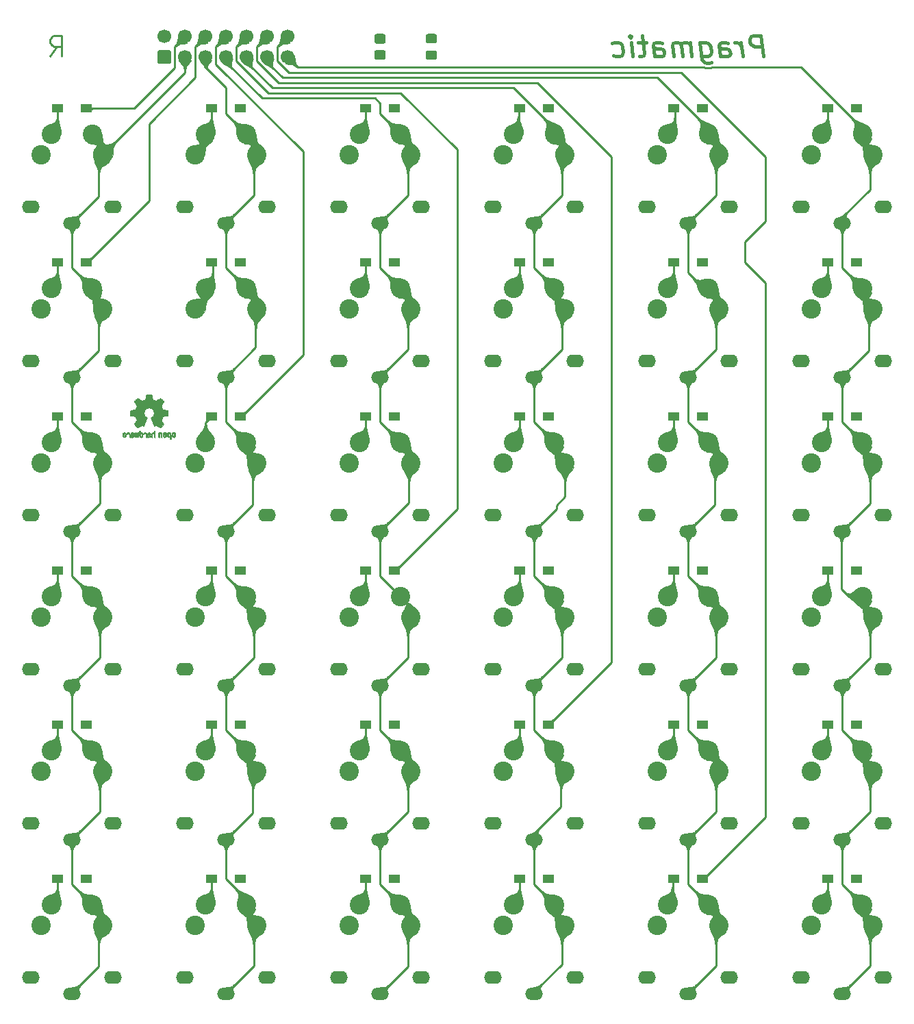
<source format=gbl>
%TF.GenerationSoftware,KiCad,Pcbnew,(5.1.12-1-10_14)*%
%TF.CreationDate,2021-11-30T15:25:44+08:00*%
%TF.ProjectId,Pragmatic,50726167-6d61-4746-9963-2e6b69636164,0.2.1*%
%TF.SameCoordinates,Original*%
%TF.FileFunction,Copper,L2,Bot*%
%TF.FilePolarity,Positive*%
%FSLAX46Y46*%
G04 Gerber Fmt 4.6, Leading zero omitted, Abs format (unit mm)*
G04 Created by KiCad (PCBNEW (5.1.12-1-10_14)) date 2021-11-30 15:25:44*
%MOMM*%
%LPD*%
G01*
G04 APERTURE LIST*
%TA.AperFunction,NonConductor*%
%ADD10C,0.254000*%
%TD*%
%ADD11C,0.406400*%
%TA.AperFunction,EtchedComponent*%
%ADD12C,0.010000*%
%TD*%
%TA.AperFunction,ComponentPad*%
%ADD13C,1.700000*%
%TD*%
%TA.AperFunction,ComponentPad*%
%ADD14C,2.400000*%
%TD*%
%TA.AperFunction,ComponentPad*%
%ADD15O,2.200000X1.600000*%
%TD*%
%TA.AperFunction,ComponentPad*%
%ADD16O,2.200000X1.500000*%
%TD*%
%TA.AperFunction,SMDPad,CuDef*%
%ADD17R,1.400000X1.000000*%
%TD*%
%TA.AperFunction,ViaPad*%
%ADD18C,0.800000*%
%TD*%
%TA.AperFunction,Conductor*%
%ADD19C,0.250000*%
%TD*%
%TA.AperFunction,Conductor*%
%ADD20C,0.025400*%
%TD*%
%TA.AperFunction,Conductor*%
%ADD21C,0.100000*%
%TD*%
G04 APERTURE END LIST*
D10*
X54458809Y-42424047D02*
X55305476Y-41214523D01*
X55910238Y-42424047D02*
X55910238Y-39884047D01*
X54942619Y-39884047D01*
X54700714Y-40005000D01*
X54579761Y-40125952D01*
X54458809Y-40367857D01*
X54458809Y-40730714D01*
X54579761Y-40972619D01*
X54700714Y-41093571D01*
X54942619Y-41214523D01*
X55910238Y-41214523D01*
D11*
X142674657Y-42447028D02*
X142350807Y-39856228D01*
X141363836Y-39856228D01*
X141132514Y-39979600D01*
X141024564Y-40102971D01*
X140932036Y-40349714D01*
X140978300Y-40719828D01*
X141132514Y-40966571D01*
X141271307Y-41089942D01*
X141533471Y-41213314D01*
X142520443Y-41213314D01*
X140083857Y-42447028D02*
X139867957Y-40719828D01*
X139929643Y-41213314D02*
X139775428Y-40966571D01*
X139636636Y-40843200D01*
X139374471Y-40719828D01*
X139127728Y-40719828D01*
X137369686Y-42447028D02*
X137200050Y-41089942D01*
X137292578Y-40843200D01*
X137523900Y-40719828D01*
X138017386Y-40719828D01*
X138279550Y-40843200D01*
X137354264Y-42323657D02*
X137616428Y-42447028D01*
X138233286Y-42447028D01*
X138464607Y-42323657D01*
X138557136Y-42076914D01*
X138526293Y-41830171D01*
X138372078Y-41583428D01*
X138109914Y-41460057D01*
X137493057Y-41460057D01*
X137230893Y-41336685D01*
X134809728Y-40719828D02*
X135071893Y-42817142D01*
X135226107Y-43063885D01*
X135364900Y-43187257D01*
X135627064Y-43310628D01*
X135997178Y-43310628D01*
X136228500Y-43187257D01*
X135010207Y-42323657D02*
X135272371Y-42447028D01*
X135765857Y-42447028D01*
X135997178Y-42323657D01*
X136105128Y-42200285D01*
X136197657Y-41953542D01*
X136105128Y-41213314D01*
X135950914Y-40966571D01*
X135812121Y-40843200D01*
X135549957Y-40719828D01*
X135056471Y-40719828D01*
X134825150Y-40843200D01*
X133791914Y-42447028D02*
X133576014Y-40719828D01*
X133606857Y-40966571D02*
X133468064Y-40843200D01*
X133205900Y-40719828D01*
X132835786Y-40719828D01*
X132604464Y-40843200D01*
X132511936Y-41089942D01*
X132681571Y-42447028D01*
X132511936Y-41089942D02*
X132357721Y-40843200D01*
X132095557Y-40719828D01*
X131725443Y-40719828D01*
X131494121Y-40843200D01*
X131401593Y-41089942D01*
X131571228Y-42447028D01*
X129227171Y-42447028D02*
X129057536Y-41089942D01*
X129150064Y-40843200D01*
X129381386Y-40719828D01*
X129874871Y-40719828D01*
X130137036Y-40843200D01*
X129211750Y-42323657D02*
X129473914Y-42447028D01*
X130090771Y-42447028D01*
X130322093Y-42323657D01*
X130414621Y-42076914D01*
X130383778Y-41830171D01*
X130229564Y-41583428D01*
X129967400Y-41460057D01*
X129350543Y-41460057D01*
X129088378Y-41336685D01*
X128147671Y-40719828D02*
X127160700Y-40719828D01*
X127669607Y-39856228D02*
X127947193Y-42076914D01*
X127854664Y-42323657D01*
X127623343Y-42447028D01*
X127376600Y-42447028D01*
X126513000Y-42447028D02*
X126297100Y-40719828D01*
X126189150Y-39856228D02*
X126327943Y-39979600D01*
X126219993Y-40102971D01*
X126081200Y-39979600D01*
X126189150Y-39856228D01*
X126219993Y-40102971D01*
X124153521Y-42323657D02*
X124415686Y-42447028D01*
X124909171Y-42447028D01*
X125140493Y-42323657D01*
X125248443Y-42200285D01*
X125340971Y-41953542D01*
X125248443Y-41213314D01*
X125094228Y-40966571D01*
X124955436Y-40843200D01*
X124693271Y-40719828D01*
X124199786Y-40719828D01*
X123968464Y-40843200D01*
D12*
G36*
X69075256Y-88914918D02*
G01*
X69019799Y-88942568D01*
X68970852Y-88993480D01*
X68957371Y-89012338D01*
X68942686Y-89037015D01*
X68933158Y-89063816D01*
X68927707Y-89099587D01*
X68925253Y-89151169D01*
X68924714Y-89219267D01*
X68927148Y-89312588D01*
X68935606Y-89382657D01*
X68951826Y-89434931D01*
X68977546Y-89474869D01*
X69014503Y-89507929D01*
X69017218Y-89509886D01*
X69053640Y-89529908D01*
X69097498Y-89539815D01*
X69153276Y-89542257D01*
X69243952Y-89542257D01*
X69243990Y-89630283D01*
X69244834Y-89679308D01*
X69249976Y-89708065D01*
X69263413Y-89725311D01*
X69289142Y-89739808D01*
X69295321Y-89742769D01*
X69324236Y-89756648D01*
X69346624Y-89765414D01*
X69363271Y-89766171D01*
X69374964Y-89756023D01*
X69382490Y-89732073D01*
X69386634Y-89691426D01*
X69388185Y-89631186D01*
X69387929Y-89548455D01*
X69386651Y-89440339D01*
X69386252Y-89408000D01*
X69384815Y-89296524D01*
X69383528Y-89223603D01*
X69244029Y-89223603D01*
X69243245Y-89285499D01*
X69239760Y-89325997D01*
X69231876Y-89352708D01*
X69217895Y-89373244D01*
X69208403Y-89383260D01*
X69169596Y-89412567D01*
X69135237Y-89414952D01*
X69099784Y-89390750D01*
X69098886Y-89389857D01*
X69084461Y-89371153D01*
X69075687Y-89345732D01*
X69071261Y-89306584D01*
X69069882Y-89246697D01*
X69069857Y-89233430D01*
X69073188Y-89150901D01*
X69084031Y-89093691D01*
X69103660Y-89058766D01*
X69133350Y-89043094D01*
X69150509Y-89041514D01*
X69191234Y-89048926D01*
X69219168Y-89073330D01*
X69235983Y-89117980D01*
X69243350Y-89186130D01*
X69244029Y-89223603D01*
X69383528Y-89223603D01*
X69383292Y-89210245D01*
X69381323Y-89145333D01*
X69378550Y-89097958D01*
X69374612Y-89064290D01*
X69369151Y-89040498D01*
X69361808Y-89022753D01*
X69352223Y-89007224D01*
X69348113Y-89001381D01*
X69293595Y-88946185D01*
X69224664Y-88914890D01*
X69144928Y-88906165D01*
X69075256Y-88914918D01*
G37*
X69075256Y-88914918D02*
X69019799Y-88942568D01*
X68970852Y-88993480D01*
X68957371Y-89012338D01*
X68942686Y-89037015D01*
X68933158Y-89063816D01*
X68927707Y-89099587D01*
X68925253Y-89151169D01*
X68924714Y-89219267D01*
X68927148Y-89312588D01*
X68935606Y-89382657D01*
X68951826Y-89434931D01*
X68977546Y-89474869D01*
X69014503Y-89507929D01*
X69017218Y-89509886D01*
X69053640Y-89529908D01*
X69097498Y-89539815D01*
X69153276Y-89542257D01*
X69243952Y-89542257D01*
X69243990Y-89630283D01*
X69244834Y-89679308D01*
X69249976Y-89708065D01*
X69263413Y-89725311D01*
X69289142Y-89739808D01*
X69295321Y-89742769D01*
X69324236Y-89756648D01*
X69346624Y-89765414D01*
X69363271Y-89766171D01*
X69374964Y-89756023D01*
X69382490Y-89732073D01*
X69386634Y-89691426D01*
X69388185Y-89631186D01*
X69387929Y-89548455D01*
X69386651Y-89440339D01*
X69386252Y-89408000D01*
X69384815Y-89296524D01*
X69383528Y-89223603D01*
X69244029Y-89223603D01*
X69243245Y-89285499D01*
X69239760Y-89325997D01*
X69231876Y-89352708D01*
X69217895Y-89373244D01*
X69208403Y-89383260D01*
X69169596Y-89412567D01*
X69135237Y-89414952D01*
X69099784Y-89390750D01*
X69098886Y-89389857D01*
X69084461Y-89371153D01*
X69075687Y-89345732D01*
X69071261Y-89306584D01*
X69069882Y-89246697D01*
X69069857Y-89233430D01*
X69073188Y-89150901D01*
X69084031Y-89093691D01*
X69103660Y-89058766D01*
X69133350Y-89043094D01*
X69150509Y-89041514D01*
X69191234Y-89048926D01*
X69219168Y-89073330D01*
X69235983Y-89117980D01*
X69243350Y-89186130D01*
X69244029Y-89223603D01*
X69383528Y-89223603D01*
X69383292Y-89210245D01*
X69381323Y-89145333D01*
X69378550Y-89097958D01*
X69374612Y-89064290D01*
X69369151Y-89040498D01*
X69361808Y-89022753D01*
X69352223Y-89007224D01*
X69348113Y-89001381D01*
X69293595Y-88946185D01*
X69224664Y-88914890D01*
X69144928Y-88906165D01*
X69075256Y-88914918D01*
G36*
X67958907Y-88922780D02*
G01*
X67912328Y-88949723D01*
X67879943Y-88976466D01*
X67856258Y-89004484D01*
X67839941Y-89038748D01*
X67829661Y-89084227D01*
X67824086Y-89145892D01*
X67821884Y-89228711D01*
X67821629Y-89288246D01*
X67821629Y-89507391D01*
X67883314Y-89535044D01*
X67945000Y-89562697D01*
X67952257Y-89322670D01*
X67955256Y-89233028D01*
X67958402Y-89167962D01*
X67962299Y-89123026D01*
X67967553Y-89093770D01*
X67974769Y-89075748D01*
X67984550Y-89064511D01*
X67987688Y-89062079D01*
X68035239Y-89043083D01*
X68083303Y-89050600D01*
X68111914Y-89070543D01*
X68123553Y-89084675D01*
X68131609Y-89103220D01*
X68136729Y-89131334D01*
X68139559Y-89174173D01*
X68140744Y-89236895D01*
X68140943Y-89302261D01*
X68140982Y-89384268D01*
X68142386Y-89442316D01*
X68147086Y-89481465D01*
X68157013Y-89506780D01*
X68174097Y-89523323D01*
X68200268Y-89536156D01*
X68235225Y-89549491D01*
X68273404Y-89564007D01*
X68268859Y-89306389D01*
X68267029Y-89213519D01*
X68264888Y-89144889D01*
X68261819Y-89095711D01*
X68257206Y-89061198D01*
X68250432Y-89036562D01*
X68240881Y-89017016D01*
X68229366Y-88999770D01*
X68173810Y-88944680D01*
X68106020Y-88912822D01*
X68032287Y-88905191D01*
X67958907Y-88922780D01*
G37*
X67958907Y-88922780D02*
X67912328Y-88949723D01*
X67879943Y-88976466D01*
X67856258Y-89004484D01*
X67839941Y-89038748D01*
X67829661Y-89084227D01*
X67824086Y-89145892D01*
X67821884Y-89228711D01*
X67821629Y-89288246D01*
X67821629Y-89507391D01*
X67883314Y-89535044D01*
X67945000Y-89562697D01*
X67952257Y-89322670D01*
X67955256Y-89233028D01*
X67958402Y-89167962D01*
X67962299Y-89123026D01*
X67967553Y-89093770D01*
X67974769Y-89075748D01*
X67984550Y-89064511D01*
X67987688Y-89062079D01*
X68035239Y-89043083D01*
X68083303Y-89050600D01*
X68111914Y-89070543D01*
X68123553Y-89084675D01*
X68131609Y-89103220D01*
X68136729Y-89131334D01*
X68139559Y-89174173D01*
X68140744Y-89236895D01*
X68140943Y-89302261D01*
X68140982Y-89384268D01*
X68142386Y-89442316D01*
X68147086Y-89481465D01*
X68157013Y-89506780D01*
X68174097Y-89523323D01*
X68200268Y-89536156D01*
X68235225Y-89549491D01*
X68273404Y-89564007D01*
X68268859Y-89306389D01*
X68267029Y-89213519D01*
X68264888Y-89144889D01*
X68261819Y-89095711D01*
X68257206Y-89061198D01*
X68250432Y-89036562D01*
X68240881Y-89017016D01*
X68229366Y-88999770D01*
X68173810Y-88944680D01*
X68106020Y-88912822D01*
X68032287Y-88905191D01*
X67958907Y-88922780D01*
G36*
X69633885Y-88916962D02*
G01*
X69565855Y-88952733D01*
X69515649Y-89010301D01*
X69497815Y-89047312D01*
X69483937Y-89102882D01*
X69476833Y-89173096D01*
X69476160Y-89249727D01*
X69481573Y-89324552D01*
X69492730Y-89389342D01*
X69509286Y-89435873D01*
X69514374Y-89443887D01*
X69574645Y-89503707D01*
X69646231Y-89539535D01*
X69723908Y-89550020D01*
X69802452Y-89533810D01*
X69824311Y-89524092D01*
X69866878Y-89494143D01*
X69904237Y-89454433D01*
X69907768Y-89449397D01*
X69922119Y-89425124D01*
X69931606Y-89399178D01*
X69937210Y-89365022D01*
X69939914Y-89316119D01*
X69940701Y-89245935D01*
X69940714Y-89230200D01*
X69940678Y-89225192D01*
X69795571Y-89225192D01*
X69794727Y-89291430D01*
X69791404Y-89335386D01*
X69784417Y-89363779D01*
X69772584Y-89383325D01*
X69766543Y-89389857D01*
X69731814Y-89414680D01*
X69698097Y-89413548D01*
X69664005Y-89392016D01*
X69643671Y-89369029D01*
X69631629Y-89335478D01*
X69624866Y-89282569D01*
X69624402Y-89276399D01*
X69623248Y-89180513D01*
X69635312Y-89109299D01*
X69660430Y-89063194D01*
X69698440Y-89042635D01*
X69712008Y-89041514D01*
X69747636Y-89047152D01*
X69772006Y-89066686D01*
X69786907Y-89104042D01*
X69794125Y-89163150D01*
X69795571Y-89225192D01*
X69940678Y-89225192D01*
X69940174Y-89155413D01*
X69937904Y-89103159D01*
X69932932Y-89066949D01*
X69924287Y-89040299D01*
X69910995Y-89016722D01*
X69908057Y-89012338D01*
X69858687Y-88953249D01*
X69804891Y-88918947D01*
X69739398Y-88905331D01*
X69717158Y-88904665D01*
X69633885Y-88916962D01*
G37*
X69633885Y-88916962D02*
X69565855Y-88952733D01*
X69515649Y-89010301D01*
X69497815Y-89047312D01*
X69483937Y-89102882D01*
X69476833Y-89173096D01*
X69476160Y-89249727D01*
X69481573Y-89324552D01*
X69492730Y-89389342D01*
X69509286Y-89435873D01*
X69514374Y-89443887D01*
X69574645Y-89503707D01*
X69646231Y-89539535D01*
X69723908Y-89550020D01*
X69802452Y-89533810D01*
X69824311Y-89524092D01*
X69866878Y-89494143D01*
X69904237Y-89454433D01*
X69907768Y-89449397D01*
X69922119Y-89425124D01*
X69931606Y-89399178D01*
X69937210Y-89365022D01*
X69939914Y-89316119D01*
X69940701Y-89245935D01*
X69940714Y-89230200D01*
X69940678Y-89225192D01*
X69795571Y-89225192D01*
X69794727Y-89291430D01*
X69791404Y-89335386D01*
X69784417Y-89363779D01*
X69772584Y-89383325D01*
X69766543Y-89389857D01*
X69731814Y-89414680D01*
X69698097Y-89413548D01*
X69664005Y-89392016D01*
X69643671Y-89369029D01*
X69631629Y-89335478D01*
X69624866Y-89282569D01*
X69624402Y-89276399D01*
X69623248Y-89180513D01*
X69635312Y-89109299D01*
X69660430Y-89063194D01*
X69698440Y-89042635D01*
X69712008Y-89041514D01*
X69747636Y-89047152D01*
X69772006Y-89066686D01*
X69786907Y-89104042D01*
X69794125Y-89163150D01*
X69795571Y-89225192D01*
X69940678Y-89225192D01*
X69940174Y-89155413D01*
X69937904Y-89103159D01*
X69932932Y-89066949D01*
X69924287Y-89040299D01*
X69910995Y-89016722D01*
X69908057Y-89012338D01*
X69858687Y-88953249D01*
X69804891Y-88918947D01*
X69739398Y-88905331D01*
X69717158Y-88904665D01*
X69633885Y-88916962D01*
G36*
X68506697Y-88926239D02*
G01*
X68449473Y-88964735D01*
X68405251Y-89020335D01*
X68378833Y-89091086D01*
X68373490Y-89143162D01*
X68374097Y-89164893D01*
X68379178Y-89181531D01*
X68393145Y-89196437D01*
X68420411Y-89212973D01*
X68465388Y-89234498D01*
X68532489Y-89264374D01*
X68532829Y-89264524D01*
X68594593Y-89292813D01*
X68645241Y-89317933D01*
X68679596Y-89337179D01*
X68692482Y-89347848D01*
X68692486Y-89347934D01*
X68681128Y-89371166D01*
X68654569Y-89396774D01*
X68624077Y-89415221D01*
X68608630Y-89418886D01*
X68566485Y-89406212D01*
X68530192Y-89374471D01*
X68512483Y-89339572D01*
X68495448Y-89313845D01*
X68462078Y-89284546D01*
X68422851Y-89259235D01*
X68388244Y-89245471D01*
X68381007Y-89244714D01*
X68372861Y-89257160D01*
X68372370Y-89288972D01*
X68378357Y-89331866D01*
X68389643Y-89377558D01*
X68405050Y-89417761D01*
X68405829Y-89419322D01*
X68452196Y-89484062D01*
X68512289Y-89528097D01*
X68580535Y-89549711D01*
X68651362Y-89547185D01*
X68719196Y-89518804D01*
X68722212Y-89516808D01*
X68775573Y-89468448D01*
X68810660Y-89405352D01*
X68830078Y-89322387D01*
X68832684Y-89299078D01*
X68837299Y-89189055D01*
X68831767Y-89137748D01*
X68692486Y-89137748D01*
X68690676Y-89169753D01*
X68680778Y-89179093D01*
X68656102Y-89172105D01*
X68617205Y-89155587D01*
X68573725Y-89134881D01*
X68572644Y-89134333D01*
X68535791Y-89114949D01*
X68521000Y-89102013D01*
X68524647Y-89088451D01*
X68540005Y-89070632D01*
X68579077Y-89044845D01*
X68621154Y-89042950D01*
X68658897Y-89061717D01*
X68684966Y-89097915D01*
X68692486Y-89137748D01*
X68831767Y-89137748D01*
X68827806Y-89101027D01*
X68803450Y-89031212D01*
X68769544Y-88982302D01*
X68708347Y-88932878D01*
X68640937Y-88908359D01*
X68572120Y-88906797D01*
X68506697Y-88926239D01*
G37*
X68506697Y-88926239D02*
X68449473Y-88964735D01*
X68405251Y-89020335D01*
X68378833Y-89091086D01*
X68373490Y-89143162D01*
X68374097Y-89164893D01*
X68379178Y-89181531D01*
X68393145Y-89196437D01*
X68420411Y-89212973D01*
X68465388Y-89234498D01*
X68532489Y-89264374D01*
X68532829Y-89264524D01*
X68594593Y-89292813D01*
X68645241Y-89317933D01*
X68679596Y-89337179D01*
X68692482Y-89347848D01*
X68692486Y-89347934D01*
X68681128Y-89371166D01*
X68654569Y-89396774D01*
X68624077Y-89415221D01*
X68608630Y-89418886D01*
X68566485Y-89406212D01*
X68530192Y-89374471D01*
X68512483Y-89339572D01*
X68495448Y-89313845D01*
X68462078Y-89284546D01*
X68422851Y-89259235D01*
X68388244Y-89245471D01*
X68381007Y-89244714D01*
X68372861Y-89257160D01*
X68372370Y-89288972D01*
X68378357Y-89331866D01*
X68389643Y-89377558D01*
X68405050Y-89417761D01*
X68405829Y-89419322D01*
X68452196Y-89484062D01*
X68512289Y-89528097D01*
X68580535Y-89549711D01*
X68651362Y-89547185D01*
X68719196Y-89518804D01*
X68722212Y-89516808D01*
X68775573Y-89468448D01*
X68810660Y-89405352D01*
X68830078Y-89322387D01*
X68832684Y-89299078D01*
X68837299Y-89189055D01*
X68831767Y-89137748D01*
X68692486Y-89137748D01*
X68690676Y-89169753D01*
X68680778Y-89179093D01*
X68656102Y-89172105D01*
X68617205Y-89155587D01*
X68573725Y-89134881D01*
X68572644Y-89134333D01*
X68535791Y-89114949D01*
X68521000Y-89102013D01*
X68524647Y-89088451D01*
X68540005Y-89070632D01*
X68579077Y-89044845D01*
X68621154Y-89042950D01*
X68658897Y-89061717D01*
X68684966Y-89097915D01*
X68692486Y-89137748D01*
X68831767Y-89137748D01*
X68827806Y-89101027D01*
X68803450Y-89031212D01*
X68769544Y-88982302D01*
X68708347Y-88932878D01*
X68640937Y-88908359D01*
X68572120Y-88906797D01*
X68506697Y-88926239D01*
G36*
X67299114Y-88846289D02*
G01*
X67294861Y-88905613D01*
X67289975Y-88940572D01*
X67283205Y-88955820D01*
X67273298Y-88956015D01*
X67270086Y-88954195D01*
X67227356Y-88941015D01*
X67171773Y-88941785D01*
X67115263Y-88955333D01*
X67079918Y-88972861D01*
X67043679Y-89000861D01*
X67017187Y-89032549D01*
X66999001Y-89072813D01*
X66987678Y-89126543D01*
X66981778Y-89198626D01*
X66979857Y-89293951D01*
X66979823Y-89312237D01*
X66979800Y-89517646D01*
X67025509Y-89533580D01*
X67057973Y-89544420D01*
X67075785Y-89549468D01*
X67076309Y-89549514D01*
X67078063Y-89535828D01*
X67079556Y-89498076D01*
X67080674Y-89441224D01*
X67081303Y-89370234D01*
X67081400Y-89327073D01*
X67081602Y-89241973D01*
X67082642Y-89180981D01*
X67085169Y-89139177D01*
X67089836Y-89111642D01*
X67097293Y-89093456D01*
X67108189Y-89079698D01*
X67114993Y-89073073D01*
X67161728Y-89046375D01*
X67212728Y-89044375D01*
X67258999Y-89066955D01*
X67267556Y-89075107D01*
X67280107Y-89090436D01*
X67288812Y-89108618D01*
X67294369Y-89134909D01*
X67297474Y-89174562D01*
X67298824Y-89232832D01*
X67299114Y-89313173D01*
X67299114Y-89517646D01*
X67344823Y-89533580D01*
X67377287Y-89544420D01*
X67395099Y-89549468D01*
X67395623Y-89549514D01*
X67396963Y-89535623D01*
X67398172Y-89496439D01*
X67399199Y-89435700D01*
X67399998Y-89357141D01*
X67400519Y-89264498D01*
X67400714Y-89161509D01*
X67400714Y-88764342D01*
X67353543Y-88744444D01*
X67306371Y-88724547D01*
X67299114Y-88846289D01*
G37*
X67299114Y-88846289D02*
X67294861Y-88905613D01*
X67289975Y-88940572D01*
X67283205Y-88955820D01*
X67273298Y-88956015D01*
X67270086Y-88954195D01*
X67227356Y-88941015D01*
X67171773Y-88941785D01*
X67115263Y-88955333D01*
X67079918Y-88972861D01*
X67043679Y-89000861D01*
X67017187Y-89032549D01*
X66999001Y-89072813D01*
X66987678Y-89126543D01*
X66981778Y-89198626D01*
X66979857Y-89293951D01*
X66979823Y-89312237D01*
X66979800Y-89517646D01*
X67025509Y-89533580D01*
X67057973Y-89544420D01*
X67075785Y-89549468D01*
X67076309Y-89549514D01*
X67078063Y-89535828D01*
X67079556Y-89498076D01*
X67080674Y-89441224D01*
X67081303Y-89370234D01*
X67081400Y-89327073D01*
X67081602Y-89241973D01*
X67082642Y-89180981D01*
X67085169Y-89139177D01*
X67089836Y-89111642D01*
X67097293Y-89093456D01*
X67108189Y-89079698D01*
X67114993Y-89073073D01*
X67161728Y-89046375D01*
X67212728Y-89044375D01*
X67258999Y-89066955D01*
X67267556Y-89075107D01*
X67280107Y-89090436D01*
X67288812Y-89108618D01*
X67294369Y-89134909D01*
X67297474Y-89174562D01*
X67298824Y-89232832D01*
X67299114Y-89313173D01*
X67299114Y-89517646D01*
X67344823Y-89533580D01*
X67377287Y-89544420D01*
X67395099Y-89549468D01*
X67395623Y-89549514D01*
X67396963Y-89535623D01*
X67398172Y-89496439D01*
X67399199Y-89435700D01*
X67399998Y-89357141D01*
X67400519Y-89264498D01*
X67400714Y-89161509D01*
X67400714Y-88764342D01*
X67353543Y-88744444D01*
X67306371Y-88724547D01*
X67299114Y-88846289D01*
G36*
X66635256Y-88945968D02*
G01*
X66578384Y-88967087D01*
X66577733Y-88967493D01*
X66542560Y-88993380D01*
X66516593Y-89023633D01*
X66498330Y-89063058D01*
X66486268Y-89116462D01*
X66478904Y-89188651D01*
X66474736Y-89284432D01*
X66474371Y-89298078D01*
X66469124Y-89503842D01*
X66513284Y-89526678D01*
X66545237Y-89542110D01*
X66564530Y-89549423D01*
X66565422Y-89549514D01*
X66568761Y-89536022D01*
X66571413Y-89499626D01*
X66573044Y-89446452D01*
X66573400Y-89403393D01*
X66573408Y-89333641D01*
X66576597Y-89289837D01*
X66587712Y-89268944D01*
X66611499Y-89267925D01*
X66652704Y-89283741D01*
X66714914Y-89312815D01*
X66760659Y-89336963D01*
X66784187Y-89357913D01*
X66791104Y-89380747D01*
X66791114Y-89381877D01*
X66779701Y-89421212D01*
X66745908Y-89442462D01*
X66694191Y-89445539D01*
X66656939Y-89445006D01*
X66637297Y-89455735D01*
X66625048Y-89481505D01*
X66617998Y-89514337D01*
X66628158Y-89532966D01*
X66631983Y-89535632D01*
X66667999Y-89546340D01*
X66718434Y-89547856D01*
X66770374Y-89540759D01*
X66807178Y-89527788D01*
X66858062Y-89484585D01*
X66886986Y-89424446D01*
X66892714Y-89377462D01*
X66888343Y-89335082D01*
X66872525Y-89300488D01*
X66841203Y-89269763D01*
X66790322Y-89238990D01*
X66715824Y-89204252D01*
X66711286Y-89202288D01*
X66644179Y-89171287D01*
X66602768Y-89145862D01*
X66585019Y-89123014D01*
X66588893Y-89099745D01*
X66612357Y-89073056D01*
X66619373Y-89066914D01*
X66666370Y-89043100D01*
X66715067Y-89044103D01*
X66757478Y-89067451D01*
X66785616Y-89110675D01*
X66788231Y-89119160D01*
X66813692Y-89160308D01*
X66845999Y-89180128D01*
X66892714Y-89199770D01*
X66892714Y-89148950D01*
X66878504Y-89075082D01*
X66836325Y-89007327D01*
X66814376Y-88984661D01*
X66764483Y-88955569D01*
X66701033Y-88942400D01*
X66635256Y-88945968D01*
G37*
X66635256Y-88945968D02*
X66578384Y-88967087D01*
X66577733Y-88967493D01*
X66542560Y-88993380D01*
X66516593Y-89023633D01*
X66498330Y-89063058D01*
X66486268Y-89116462D01*
X66478904Y-89188651D01*
X66474736Y-89284432D01*
X66474371Y-89298078D01*
X66469124Y-89503842D01*
X66513284Y-89526678D01*
X66545237Y-89542110D01*
X66564530Y-89549423D01*
X66565422Y-89549514D01*
X66568761Y-89536022D01*
X66571413Y-89499626D01*
X66573044Y-89446452D01*
X66573400Y-89403393D01*
X66573408Y-89333641D01*
X66576597Y-89289837D01*
X66587712Y-89268944D01*
X66611499Y-89267925D01*
X66652704Y-89283741D01*
X66714914Y-89312815D01*
X66760659Y-89336963D01*
X66784187Y-89357913D01*
X66791104Y-89380747D01*
X66791114Y-89381877D01*
X66779701Y-89421212D01*
X66745908Y-89442462D01*
X66694191Y-89445539D01*
X66656939Y-89445006D01*
X66637297Y-89455735D01*
X66625048Y-89481505D01*
X66617998Y-89514337D01*
X66628158Y-89532966D01*
X66631983Y-89535632D01*
X66667999Y-89546340D01*
X66718434Y-89547856D01*
X66770374Y-89540759D01*
X66807178Y-89527788D01*
X66858062Y-89484585D01*
X66886986Y-89424446D01*
X66892714Y-89377462D01*
X66888343Y-89335082D01*
X66872525Y-89300488D01*
X66841203Y-89269763D01*
X66790322Y-89238990D01*
X66715824Y-89204252D01*
X66711286Y-89202288D01*
X66644179Y-89171287D01*
X66602768Y-89145862D01*
X66585019Y-89123014D01*
X66588893Y-89099745D01*
X66612357Y-89073056D01*
X66619373Y-89066914D01*
X66666370Y-89043100D01*
X66715067Y-89044103D01*
X66757478Y-89067451D01*
X66785616Y-89110675D01*
X66788231Y-89119160D01*
X66813692Y-89160308D01*
X66845999Y-89180128D01*
X66892714Y-89199770D01*
X66892714Y-89148950D01*
X66878504Y-89075082D01*
X66836325Y-89007327D01*
X66814376Y-88984661D01*
X66764483Y-88955569D01*
X66701033Y-88942400D01*
X66635256Y-88945968D01*
G36*
X66145074Y-88944755D02*
G01*
X66079142Y-88969084D01*
X66025727Y-89012117D01*
X66004836Y-89042409D01*
X65982061Y-89097994D01*
X65982534Y-89138186D01*
X66006438Y-89165217D01*
X66015283Y-89169813D01*
X66053470Y-89184144D01*
X66072972Y-89180472D01*
X66079578Y-89156407D01*
X66079914Y-89143114D01*
X66092008Y-89094210D01*
X66123529Y-89059999D01*
X66167341Y-89043476D01*
X66216305Y-89047634D01*
X66256106Y-89069227D01*
X66269550Y-89081544D01*
X66279079Y-89096487D01*
X66285515Y-89119075D01*
X66289683Y-89154328D01*
X66292403Y-89207266D01*
X66294498Y-89282907D01*
X66295040Y-89306857D01*
X66297019Y-89388790D01*
X66299269Y-89446455D01*
X66302643Y-89484608D01*
X66307994Y-89508004D01*
X66316176Y-89521398D01*
X66328041Y-89529545D01*
X66335638Y-89533144D01*
X66367898Y-89545452D01*
X66386889Y-89549514D01*
X66393164Y-89535948D01*
X66396994Y-89494934D01*
X66398400Y-89425999D01*
X66397402Y-89328669D01*
X66397092Y-89313657D01*
X66394899Y-89224859D01*
X66392307Y-89160019D01*
X66388618Y-89114067D01*
X66383136Y-89081935D01*
X66375165Y-89058553D01*
X66364007Y-89038852D01*
X66358170Y-89030410D01*
X66324704Y-88993057D01*
X66287273Y-88964003D01*
X66282691Y-88961467D01*
X66215574Y-88941443D01*
X66145074Y-88944755D01*
G37*
X66145074Y-88944755D02*
X66079142Y-88969084D01*
X66025727Y-89012117D01*
X66004836Y-89042409D01*
X65982061Y-89097994D01*
X65982534Y-89138186D01*
X66006438Y-89165217D01*
X66015283Y-89169813D01*
X66053470Y-89184144D01*
X66072972Y-89180472D01*
X66079578Y-89156407D01*
X66079914Y-89143114D01*
X66092008Y-89094210D01*
X66123529Y-89059999D01*
X66167341Y-89043476D01*
X66216305Y-89047634D01*
X66256106Y-89069227D01*
X66269550Y-89081544D01*
X66279079Y-89096487D01*
X66285515Y-89119075D01*
X66289683Y-89154328D01*
X66292403Y-89207266D01*
X66294498Y-89282907D01*
X66295040Y-89306857D01*
X66297019Y-89388790D01*
X66299269Y-89446455D01*
X66302643Y-89484608D01*
X66307994Y-89508004D01*
X66316176Y-89521398D01*
X66328041Y-89529545D01*
X66335638Y-89533144D01*
X66367898Y-89545452D01*
X66386889Y-89549514D01*
X66393164Y-89535948D01*
X66396994Y-89494934D01*
X66398400Y-89425999D01*
X66397402Y-89328669D01*
X66397092Y-89313657D01*
X66394899Y-89224859D01*
X66392307Y-89160019D01*
X66388618Y-89114067D01*
X66383136Y-89081935D01*
X66375165Y-89058553D01*
X66364007Y-89038852D01*
X66358170Y-89030410D01*
X66324704Y-88993057D01*
X66287273Y-88964003D01*
X66282691Y-88961467D01*
X66215574Y-88941443D01*
X66145074Y-88944755D01*
G36*
X65484883Y-89060358D02*
G01*
X65485067Y-89168837D01*
X65485781Y-89252287D01*
X65487325Y-89314704D01*
X65489999Y-89360085D01*
X65494106Y-89392429D01*
X65499945Y-89415733D01*
X65507818Y-89433995D01*
X65513779Y-89444418D01*
X65563145Y-89500945D01*
X65625736Y-89536377D01*
X65694987Y-89549090D01*
X65764332Y-89537463D01*
X65805625Y-89516568D01*
X65848975Y-89480422D01*
X65878519Y-89436276D01*
X65896345Y-89378462D01*
X65904537Y-89301313D01*
X65905698Y-89244714D01*
X65905542Y-89240647D01*
X65804143Y-89240647D01*
X65803524Y-89305550D01*
X65800686Y-89348514D01*
X65794160Y-89376622D01*
X65782477Y-89396953D01*
X65768517Y-89412288D01*
X65721635Y-89441890D01*
X65671299Y-89444419D01*
X65623724Y-89419705D01*
X65620021Y-89416356D01*
X65604217Y-89398935D01*
X65594307Y-89378209D01*
X65588942Y-89347362D01*
X65586772Y-89299577D01*
X65586429Y-89246748D01*
X65587173Y-89180381D01*
X65590252Y-89136106D01*
X65596939Y-89107009D01*
X65608504Y-89086173D01*
X65617987Y-89075107D01*
X65662040Y-89047198D01*
X65712776Y-89043843D01*
X65761204Y-89065159D01*
X65770550Y-89073073D01*
X65786460Y-89090647D01*
X65796390Y-89111587D01*
X65801722Y-89142782D01*
X65803837Y-89191122D01*
X65804143Y-89240647D01*
X65905542Y-89240647D01*
X65902190Y-89153568D01*
X65890274Y-89085086D01*
X65867865Y-89033600D01*
X65832876Y-88993443D01*
X65805625Y-88972861D01*
X65756093Y-88950625D01*
X65698684Y-88940304D01*
X65645318Y-88943067D01*
X65615457Y-88954212D01*
X65603739Y-88957383D01*
X65595963Y-88945557D01*
X65590535Y-88913866D01*
X65586429Y-88865593D01*
X65581933Y-88811829D01*
X65575687Y-88779482D01*
X65564324Y-88760985D01*
X65544472Y-88748770D01*
X65532000Y-88743362D01*
X65484829Y-88723601D01*
X65484883Y-89060358D01*
G37*
X65484883Y-89060358D02*
X65485067Y-89168837D01*
X65485781Y-89252287D01*
X65487325Y-89314704D01*
X65489999Y-89360085D01*
X65494106Y-89392429D01*
X65499945Y-89415733D01*
X65507818Y-89433995D01*
X65513779Y-89444418D01*
X65563145Y-89500945D01*
X65625736Y-89536377D01*
X65694987Y-89549090D01*
X65764332Y-89537463D01*
X65805625Y-89516568D01*
X65848975Y-89480422D01*
X65878519Y-89436276D01*
X65896345Y-89378462D01*
X65904537Y-89301313D01*
X65905698Y-89244714D01*
X65905542Y-89240647D01*
X65804143Y-89240647D01*
X65803524Y-89305550D01*
X65800686Y-89348514D01*
X65794160Y-89376622D01*
X65782477Y-89396953D01*
X65768517Y-89412288D01*
X65721635Y-89441890D01*
X65671299Y-89444419D01*
X65623724Y-89419705D01*
X65620021Y-89416356D01*
X65604217Y-89398935D01*
X65594307Y-89378209D01*
X65588942Y-89347362D01*
X65586772Y-89299577D01*
X65586429Y-89246748D01*
X65587173Y-89180381D01*
X65590252Y-89136106D01*
X65596939Y-89107009D01*
X65608504Y-89086173D01*
X65617987Y-89075107D01*
X65662040Y-89047198D01*
X65712776Y-89043843D01*
X65761204Y-89065159D01*
X65770550Y-89073073D01*
X65786460Y-89090647D01*
X65796390Y-89111587D01*
X65801722Y-89142782D01*
X65803837Y-89191122D01*
X65804143Y-89240647D01*
X65905542Y-89240647D01*
X65902190Y-89153568D01*
X65890274Y-89085086D01*
X65867865Y-89033600D01*
X65832876Y-88993443D01*
X65805625Y-88972861D01*
X65756093Y-88950625D01*
X65698684Y-88940304D01*
X65645318Y-88943067D01*
X65615457Y-88954212D01*
X65603739Y-88957383D01*
X65595963Y-88945557D01*
X65590535Y-88913866D01*
X65586429Y-88865593D01*
X65581933Y-88811829D01*
X65575687Y-88779482D01*
X65564324Y-88760985D01*
X65544472Y-88748770D01*
X65532000Y-88743362D01*
X65484829Y-88723601D01*
X65484883Y-89060358D01*
G36*
X64895167Y-88953663D02*
G01*
X64892952Y-88991850D01*
X64891216Y-89049886D01*
X64890101Y-89123180D01*
X64889743Y-89200055D01*
X64889743Y-89460196D01*
X64935674Y-89506127D01*
X64967325Y-89534429D01*
X64995110Y-89545893D01*
X65033085Y-89545168D01*
X65048160Y-89543321D01*
X65095274Y-89537948D01*
X65134244Y-89534869D01*
X65143743Y-89534585D01*
X65175767Y-89536445D01*
X65221568Y-89541114D01*
X65239326Y-89543321D01*
X65282943Y-89546735D01*
X65312255Y-89539320D01*
X65341320Y-89516427D01*
X65351812Y-89506127D01*
X65397743Y-89460196D01*
X65397743Y-88973602D01*
X65360774Y-88956758D01*
X65328941Y-88944282D01*
X65310317Y-88939914D01*
X65305542Y-88953718D01*
X65301079Y-88992286D01*
X65297225Y-89051356D01*
X65294278Y-89126663D01*
X65292857Y-89190286D01*
X65288886Y-89440657D01*
X65254241Y-89445556D01*
X65222732Y-89442131D01*
X65207292Y-89431041D01*
X65202977Y-89410308D01*
X65199292Y-89366145D01*
X65196531Y-89304146D01*
X65194988Y-89229909D01*
X65194765Y-89191706D01*
X65194543Y-88971783D01*
X65148834Y-88955849D01*
X65116482Y-88945015D01*
X65098885Y-88939962D01*
X65098377Y-88939914D01*
X65096612Y-88953648D01*
X65094671Y-88991730D01*
X65092718Y-89049482D01*
X65090916Y-89122227D01*
X65089657Y-89190286D01*
X65085686Y-89440657D01*
X64998600Y-89440657D01*
X64994604Y-89212240D01*
X64990608Y-88983822D01*
X64948153Y-88961868D01*
X64916808Y-88946793D01*
X64898256Y-88939951D01*
X64897721Y-88939914D01*
X64895167Y-88953663D01*
G37*
X64895167Y-88953663D02*
X64892952Y-88991850D01*
X64891216Y-89049886D01*
X64890101Y-89123180D01*
X64889743Y-89200055D01*
X64889743Y-89460196D01*
X64935674Y-89506127D01*
X64967325Y-89534429D01*
X64995110Y-89545893D01*
X65033085Y-89545168D01*
X65048160Y-89543321D01*
X65095274Y-89537948D01*
X65134244Y-89534869D01*
X65143743Y-89534585D01*
X65175767Y-89536445D01*
X65221568Y-89541114D01*
X65239326Y-89543321D01*
X65282943Y-89546735D01*
X65312255Y-89539320D01*
X65341320Y-89516427D01*
X65351812Y-89506127D01*
X65397743Y-89460196D01*
X65397743Y-88973602D01*
X65360774Y-88956758D01*
X65328941Y-88944282D01*
X65310317Y-88939914D01*
X65305542Y-88953718D01*
X65301079Y-88992286D01*
X65297225Y-89051356D01*
X65294278Y-89126663D01*
X65292857Y-89190286D01*
X65288886Y-89440657D01*
X65254241Y-89445556D01*
X65222732Y-89442131D01*
X65207292Y-89431041D01*
X65202977Y-89410308D01*
X65199292Y-89366145D01*
X65196531Y-89304146D01*
X65194988Y-89229909D01*
X65194765Y-89191706D01*
X65194543Y-88971783D01*
X65148834Y-88955849D01*
X65116482Y-88945015D01*
X65098885Y-88939962D01*
X65098377Y-88939914D01*
X65096612Y-88953648D01*
X65094671Y-88991730D01*
X65092718Y-89049482D01*
X65090916Y-89122227D01*
X65089657Y-89190286D01*
X65085686Y-89440657D01*
X64998600Y-89440657D01*
X64994604Y-89212240D01*
X64990608Y-88983822D01*
X64948153Y-88961868D01*
X64916808Y-88946793D01*
X64898256Y-88939951D01*
X64897721Y-88939914D01*
X64895167Y-88953663D01*
G36*
X64530124Y-88951335D02*
G01*
X64488333Y-88970344D01*
X64455531Y-88993378D01*
X64431497Y-89019133D01*
X64414903Y-89052358D01*
X64404423Y-89097800D01*
X64398729Y-89160207D01*
X64396493Y-89244327D01*
X64396257Y-89299721D01*
X64396257Y-89515826D01*
X64433226Y-89532670D01*
X64462344Y-89544981D01*
X64476769Y-89549514D01*
X64479528Y-89536025D01*
X64481718Y-89499653D01*
X64483058Y-89446542D01*
X64483343Y-89404372D01*
X64484566Y-89343447D01*
X64487864Y-89295115D01*
X64492679Y-89265518D01*
X64496504Y-89259229D01*
X64522217Y-89265652D01*
X64562582Y-89282125D01*
X64609321Y-89304458D01*
X64654155Y-89328457D01*
X64688807Y-89349930D01*
X64704998Y-89364685D01*
X64705062Y-89364845D01*
X64703670Y-89392152D01*
X64691182Y-89418219D01*
X64669257Y-89439392D01*
X64637257Y-89446474D01*
X64609908Y-89445649D01*
X64571174Y-89445042D01*
X64550842Y-89454116D01*
X64538631Y-89478092D01*
X64537091Y-89482613D01*
X64531797Y-89516806D01*
X64545953Y-89537568D01*
X64582852Y-89547462D01*
X64622711Y-89549292D01*
X64694438Y-89535727D01*
X64731568Y-89516355D01*
X64777424Y-89470845D01*
X64801744Y-89414983D01*
X64803927Y-89355957D01*
X64783371Y-89300953D01*
X64752451Y-89266486D01*
X64721580Y-89247189D01*
X64673058Y-89222759D01*
X64616515Y-89197985D01*
X64607090Y-89194199D01*
X64544981Y-89166791D01*
X64509178Y-89142634D01*
X64497663Y-89118619D01*
X64508420Y-89091635D01*
X64526886Y-89070543D01*
X64570531Y-89044572D01*
X64618554Y-89042624D01*
X64662594Y-89062637D01*
X64694291Y-89102551D01*
X64698451Y-89112848D01*
X64722673Y-89150724D01*
X64758035Y-89178842D01*
X64802657Y-89201917D01*
X64802657Y-89136485D01*
X64800031Y-89096506D01*
X64788770Y-89064997D01*
X64763801Y-89031378D01*
X64739831Y-89005484D01*
X64702559Y-88968817D01*
X64673599Y-88949121D01*
X64642495Y-88941220D01*
X64607287Y-88939914D01*
X64530124Y-88951335D01*
G37*
X64530124Y-88951335D02*
X64488333Y-88970344D01*
X64455531Y-88993378D01*
X64431497Y-89019133D01*
X64414903Y-89052358D01*
X64404423Y-89097800D01*
X64398729Y-89160207D01*
X64396493Y-89244327D01*
X64396257Y-89299721D01*
X64396257Y-89515826D01*
X64433226Y-89532670D01*
X64462344Y-89544981D01*
X64476769Y-89549514D01*
X64479528Y-89536025D01*
X64481718Y-89499653D01*
X64483058Y-89446542D01*
X64483343Y-89404372D01*
X64484566Y-89343447D01*
X64487864Y-89295115D01*
X64492679Y-89265518D01*
X64496504Y-89259229D01*
X64522217Y-89265652D01*
X64562582Y-89282125D01*
X64609321Y-89304458D01*
X64654155Y-89328457D01*
X64688807Y-89349930D01*
X64704998Y-89364685D01*
X64705062Y-89364845D01*
X64703670Y-89392152D01*
X64691182Y-89418219D01*
X64669257Y-89439392D01*
X64637257Y-89446474D01*
X64609908Y-89445649D01*
X64571174Y-89445042D01*
X64550842Y-89454116D01*
X64538631Y-89478092D01*
X64537091Y-89482613D01*
X64531797Y-89516806D01*
X64545953Y-89537568D01*
X64582852Y-89547462D01*
X64622711Y-89549292D01*
X64694438Y-89535727D01*
X64731568Y-89516355D01*
X64777424Y-89470845D01*
X64801744Y-89414983D01*
X64803927Y-89355957D01*
X64783371Y-89300953D01*
X64752451Y-89266486D01*
X64721580Y-89247189D01*
X64673058Y-89222759D01*
X64616515Y-89197985D01*
X64607090Y-89194199D01*
X64544981Y-89166791D01*
X64509178Y-89142634D01*
X64497663Y-89118619D01*
X64508420Y-89091635D01*
X64526886Y-89070543D01*
X64570531Y-89044572D01*
X64618554Y-89042624D01*
X64662594Y-89062637D01*
X64694291Y-89102551D01*
X64698451Y-89112848D01*
X64722673Y-89150724D01*
X64758035Y-89178842D01*
X64802657Y-89201917D01*
X64802657Y-89136485D01*
X64800031Y-89096506D01*
X64788770Y-89064997D01*
X64763801Y-89031378D01*
X64739831Y-89005484D01*
X64702559Y-88968817D01*
X64673599Y-88949121D01*
X64642495Y-88941220D01*
X64607287Y-88939914D01*
X64530124Y-88951335D01*
G36*
X64022400Y-88953752D02*
G01*
X64005052Y-88961334D01*
X63963644Y-88994128D01*
X63928235Y-89041547D01*
X63906336Y-89092151D01*
X63902771Y-89117098D01*
X63914721Y-89151927D01*
X63940933Y-89170357D01*
X63969036Y-89181516D01*
X63981905Y-89183572D01*
X63988171Y-89168649D01*
X64000544Y-89136175D01*
X64005972Y-89121502D01*
X64036410Y-89070744D01*
X64080480Y-89045427D01*
X64136990Y-89046206D01*
X64141175Y-89047203D01*
X64171345Y-89061507D01*
X64193524Y-89089393D01*
X64208673Y-89134287D01*
X64217750Y-89199615D01*
X64221714Y-89288804D01*
X64222086Y-89336261D01*
X64222270Y-89411071D01*
X64223478Y-89462069D01*
X64226691Y-89494471D01*
X64232891Y-89513495D01*
X64243060Y-89524356D01*
X64258181Y-89532272D01*
X64259054Y-89532670D01*
X64288172Y-89544981D01*
X64302597Y-89549514D01*
X64304814Y-89535809D01*
X64306711Y-89497925D01*
X64308153Y-89440715D01*
X64309002Y-89369027D01*
X64309171Y-89316565D01*
X64308308Y-89215047D01*
X64304930Y-89138032D01*
X64297858Y-89081023D01*
X64285912Y-89039526D01*
X64267910Y-89009043D01*
X64242673Y-88985080D01*
X64217753Y-88968355D01*
X64157829Y-88946097D01*
X64088089Y-88941076D01*
X64022400Y-88953752D01*
G37*
X64022400Y-88953752D02*
X64005052Y-88961334D01*
X63963644Y-88994128D01*
X63928235Y-89041547D01*
X63906336Y-89092151D01*
X63902771Y-89117098D01*
X63914721Y-89151927D01*
X63940933Y-89170357D01*
X63969036Y-89181516D01*
X63981905Y-89183572D01*
X63988171Y-89168649D01*
X64000544Y-89136175D01*
X64005972Y-89121502D01*
X64036410Y-89070744D01*
X64080480Y-89045427D01*
X64136990Y-89046206D01*
X64141175Y-89047203D01*
X64171345Y-89061507D01*
X64193524Y-89089393D01*
X64208673Y-89134287D01*
X64217750Y-89199615D01*
X64221714Y-89288804D01*
X64222086Y-89336261D01*
X64222270Y-89411071D01*
X64223478Y-89462069D01*
X64226691Y-89494471D01*
X64232891Y-89513495D01*
X64243060Y-89524356D01*
X64258181Y-89532272D01*
X64259054Y-89532670D01*
X64288172Y-89544981D01*
X64302597Y-89549514D01*
X64304814Y-89535809D01*
X64306711Y-89497925D01*
X64308153Y-89440715D01*
X64309002Y-89369027D01*
X64309171Y-89316565D01*
X64308308Y-89215047D01*
X64304930Y-89138032D01*
X64297858Y-89081023D01*
X64285912Y-89039526D01*
X64267910Y-89009043D01*
X64242673Y-88985080D01*
X64217753Y-88968355D01*
X64157829Y-88946097D01*
X64088089Y-88941076D01*
X64022400Y-88953752D01*
G36*
X63521405Y-88961966D02*
G01*
X63463979Y-88999497D01*
X63436281Y-89033096D01*
X63414338Y-89094064D01*
X63412595Y-89142308D01*
X63416543Y-89206816D01*
X63565314Y-89271934D01*
X63637651Y-89305202D01*
X63684916Y-89331964D01*
X63709493Y-89355144D01*
X63713763Y-89377667D01*
X63700111Y-89402455D01*
X63685057Y-89418886D01*
X63641254Y-89445235D01*
X63593611Y-89447081D01*
X63549855Y-89426546D01*
X63517711Y-89385752D01*
X63511962Y-89371347D01*
X63484424Y-89326356D01*
X63452742Y-89307182D01*
X63409286Y-89290779D01*
X63409286Y-89352966D01*
X63413128Y-89395283D01*
X63428177Y-89430969D01*
X63459720Y-89471943D01*
X63464408Y-89477267D01*
X63499494Y-89513720D01*
X63529653Y-89533283D01*
X63567385Y-89542283D01*
X63598665Y-89545230D01*
X63654615Y-89545965D01*
X63694445Y-89536660D01*
X63719292Y-89522846D01*
X63758344Y-89492467D01*
X63785375Y-89459613D01*
X63802483Y-89418294D01*
X63811762Y-89362521D01*
X63815307Y-89286305D01*
X63815590Y-89247622D01*
X63814628Y-89201247D01*
X63726993Y-89201247D01*
X63725977Y-89226126D01*
X63723444Y-89230200D01*
X63706726Y-89224665D01*
X63670751Y-89210017D01*
X63622669Y-89189190D01*
X63612614Y-89184714D01*
X63551848Y-89153814D01*
X63518368Y-89126657D01*
X63511010Y-89101220D01*
X63528609Y-89075481D01*
X63543144Y-89064109D01*
X63595590Y-89041364D01*
X63644678Y-89045122D01*
X63685773Y-89072884D01*
X63714242Y-89122152D01*
X63723369Y-89161257D01*
X63726993Y-89201247D01*
X63814628Y-89201247D01*
X63813715Y-89157249D01*
X63806804Y-89090384D01*
X63793116Y-89041695D01*
X63770904Y-89005849D01*
X63738426Y-88977513D01*
X63724267Y-88968355D01*
X63659947Y-88944507D01*
X63589527Y-88943006D01*
X63521405Y-88961966D01*
G37*
X63521405Y-88961966D02*
X63463979Y-88999497D01*
X63436281Y-89033096D01*
X63414338Y-89094064D01*
X63412595Y-89142308D01*
X63416543Y-89206816D01*
X63565314Y-89271934D01*
X63637651Y-89305202D01*
X63684916Y-89331964D01*
X63709493Y-89355144D01*
X63713763Y-89377667D01*
X63700111Y-89402455D01*
X63685057Y-89418886D01*
X63641254Y-89445235D01*
X63593611Y-89447081D01*
X63549855Y-89426546D01*
X63517711Y-89385752D01*
X63511962Y-89371347D01*
X63484424Y-89326356D01*
X63452742Y-89307182D01*
X63409286Y-89290779D01*
X63409286Y-89352966D01*
X63413128Y-89395283D01*
X63428177Y-89430969D01*
X63459720Y-89471943D01*
X63464408Y-89477267D01*
X63499494Y-89513720D01*
X63529653Y-89533283D01*
X63567385Y-89542283D01*
X63598665Y-89545230D01*
X63654615Y-89545965D01*
X63694445Y-89536660D01*
X63719292Y-89522846D01*
X63758344Y-89492467D01*
X63785375Y-89459613D01*
X63802483Y-89418294D01*
X63811762Y-89362521D01*
X63815307Y-89286305D01*
X63815590Y-89247622D01*
X63814628Y-89201247D01*
X63726993Y-89201247D01*
X63725977Y-89226126D01*
X63723444Y-89230200D01*
X63706726Y-89224665D01*
X63670751Y-89210017D01*
X63622669Y-89189190D01*
X63612614Y-89184714D01*
X63551848Y-89153814D01*
X63518368Y-89126657D01*
X63511010Y-89101220D01*
X63528609Y-89075481D01*
X63543144Y-89064109D01*
X63595590Y-89041364D01*
X63644678Y-89045122D01*
X63685773Y-89072884D01*
X63714242Y-89122152D01*
X63723369Y-89161257D01*
X63726993Y-89201247D01*
X63814628Y-89201247D01*
X63813715Y-89157249D01*
X63806804Y-89090384D01*
X63793116Y-89041695D01*
X63770904Y-89005849D01*
X63738426Y-88977513D01*
X63724267Y-88968355D01*
X63659947Y-88944507D01*
X63589527Y-88943006D01*
X63521405Y-88961966D01*
G36*
X66571090Y-84237348D02*
G01*
X66492546Y-84237778D01*
X66435702Y-84238942D01*
X66396895Y-84241207D01*
X66372462Y-84244940D01*
X66358738Y-84250506D01*
X66352060Y-84258273D01*
X66348764Y-84268605D01*
X66348444Y-84269943D01*
X66343438Y-84294079D01*
X66334171Y-84341701D01*
X66321608Y-84407741D01*
X66306713Y-84487128D01*
X66290449Y-84574796D01*
X66289881Y-84577875D01*
X66273590Y-84663789D01*
X66258348Y-84739696D01*
X66245139Y-84801045D01*
X66234946Y-84843282D01*
X66228752Y-84861855D01*
X66228457Y-84862184D01*
X66210212Y-84871253D01*
X66172595Y-84886367D01*
X66123729Y-84904262D01*
X66123457Y-84904358D01*
X66061907Y-84927493D01*
X65989343Y-84956965D01*
X65920943Y-84986597D01*
X65917706Y-84988062D01*
X65806298Y-85038626D01*
X65559601Y-84870160D01*
X65483923Y-84818803D01*
X65415369Y-84772889D01*
X65357912Y-84735030D01*
X65315524Y-84707837D01*
X65292175Y-84693921D01*
X65289958Y-84692889D01*
X65272990Y-84697484D01*
X65241299Y-84719655D01*
X65193648Y-84760447D01*
X65128802Y-84820905D01*
X65062603Y-84885227D01*
X64998786Y-84948612D01*
X64941671Y-85006451D01*
X64894695Y-85055175D01*
X64861297Y-85091210D01*
X64844915Y-85110984D01*
X64844306Y-85112002D01*
X64842495Y-85125572D01*
X64849317Y-85147733D01*
X64866460Y-85181478D01*
X64895607Y-85229800D01*
X64938445Y-85295692D01*
X64995552Y-85380517D01*
X65046234Y-85455177D01*
X65091539Y-85522140D01*
X65128850Y-85577516D01*
X65155548Y-85617420D01*
X65169015Y-85637962D01*
X65169863Y-85639356D01*
X65168219Y-85659038D01*
X65155755Y-85697293D01*
X65134952Y-85746889D01*
X65127538Y-85762728D01*
X65095186Y-85833290D01*
X65060672Y-85913353D01*
X65032635Y-85982629D01*
X65012432Y-86034045D01*
X64996385Y-86073119D01*
X64987112Y-86093541D01*
X64985959Y-86095114D01*
X64968904Y-86097721D01*
X64928702Y-86104863D01*
X64870698Y-86115523D01*
X64800237Y-86128685D01*
X64722665Y-86143333D01*
X64643328Y-86158449D01*
X64567569Y-86173018D01*
X64500736Y-86186022D01*
X64448172Y-86196445D01*
X64415224Y-86203270D01*
X64407143Y-86205199D01*
X64398795Y-86209962D01*
X64392494Y-86220718D01*
X64387955Y-86241098D01*
X64384896Y-86274734D01*
X64383033Y-86325255D01*
X64382082Y-86396292D01*
X64381760Y-86491476D01*
X64381743Y-86530492D01*
X64381743Y-86847799D01*
X64457943Y-86862839D01*
X64500337Y-86870995D01*
X64563600Y-86882899D01*
X64640038Y-86897116D01*
X64721957Y-86912210D01*
X64744600Y-86916355D01*
X64820194Y-86931053D01*
X64886047Y-86945505D01*
X64936634Y-86958375D01*
X64966426Y-86968322D01*
X64971388Y-86971287D01*
X64983574Y-86992283D01*
X65001047Y-87032967D01*
X65020423Y-87085322D01*
X65024266Y-87096600D01*
X65049661Y-87166523D01*
X65081183Y-87245418D01*
X65112031Y-87316266D01*
X65112183Y-87316595D01*
X65163553Y-87427733D01*
X64994601Y-87676253D01*
X64825648Y-87924772D01*
X65042571Y-88142058D01*
X65108181Y-88206726D01*
X65168021Y-88263733D01*
X65218733Y-88310033D01*
X65256954Y-88342584D01*
X65279325Y-88358343D01*
X65282534Y-88359343D01*
X65301374Y-88351469D01*
X65339820Y-88329578D01*
X65393670Y-88296267D01*
X65458724Y-88254131D01*
X65529060Y-88206943D01*
X65600445Y-88158810D01*
X65664092Y-88116928D01*
X65715959Y-88083871D01*
X65752005Y-88062218D01*
X65768133Y-88054543D01*
X65787811Y-88061037D01*
X65825125Y-88078150D01*
X65872379Y-88102326D01*
X65877388Y-88105013D01*
X65941023Y-88136927D01*
X65984659Y-88152579D01*
X66011798Y-88152745D01*
X66025943Y-88138204D01*
X66026025Y-88138000D01*
X66033095Y-88120779D01*
X66049958Y-88079899D01*
X66075305Y-88018525D01*
X66107829Y-87939819D01*
X66146222Y-87846947D01*
X66189178Y-87743072D01*
X66230778Y-87642502D01*
X66276496Y-87531516D01*
X66318474Y-87428703D01*
X66355452Y-87337215D01*
X66386173Y-87260201D01*
X66409378Y-87200815D01*
X66423810Y-87162209D01*
X66428257Y-87147800D01*
X66417104Y-87131272D01*
X66387931Y-87104930D01*
X66349029Y-87075887D01*
X66238243Y-86984039D01*
X66151649Y-86878759D01*
X66090284Y-86762266D01*
X66055185Y-86636776D01*
X66047392Y-86504507D01*
X66053057Y-86443457D01*
X66083922Y-86316795D01*
X66137080Y-86204941D01*
X66209233Y-86109001D01*
X66297083Y-86030076D01*
X66397335Y-85969270D01*
X66506690Y-85927687D01*
X66621853Y-85906428D01*
X66739525Y-85906599D01*
X66856410Y-85929301D01*
X66969211Y-85975638D01*
X67074631Y-86046713D01*
X67118632Y-86086911D01*
X67203021Y-86190129D01*
X67261778Y-86302925D01*
X67295296Y-86422010D01*
X67303965Y-86544095D01*
X67288177Y-86665893D01*
X67248322Y-86784116D01*
X67184793Y-86895475D01*
X67097979Y-86996684D01*
X67000971Y-87075887D01*
X66960563Y-87106162D01*
X66932018Y-87132219D01*
X66921743Y-87147825D01*
X66927123Y-87164843D01*
X66942425Y-87205500D01*
X66966388Y-87266642D01*
X66997756Y-87345119D01*
X67035268Y-87437780D01*
X67077667Y-87541472D01*
X67119337Y-87642526D01*
X67165310Y-87753607D01*
X67207893Y-87856541D01*
X67245779Y-87948165D01*
X67277660Y-88025316D01*
X67302229Y-88084831D01*
X67318180Y-88123544D01*
X67324090Y-88138000D01*
X67338052Y-88152685D01*
X67365060Y-88152642D01*
X67408587Y-88137099D01*
X67472110Y-88105284D01*
X67472612Y-88105013D01*
X67520440Y-88080323D01*
X67559103Y-88062338D01*
X67580905Y-88054614D01*
X67581867Y-88054543D01*
X67598279Y-88062378D01*
X67634513Y-88084165D01*
X67686526Y-88117328D01*
X67750275Y-88159291D01*
X67820940Y-88206943D01*
X67892884Y-88255191D01*
X67957726Y-88297151D01*
X68011265Y-88330227D01*
X68049303Y-88351821D01*
X68067467Y-88359343D01*
X68084192Y-88349457D01*
X68117820Y-88321826D01*
X68164990Y-88279495D01*
X68222342Y-88225505D01*
X68286516Y-88162899D01*
X68307503Y-88141983D01*
X68524501Y-87924623D01*
X68359332Y-87682220D01*
X68309136Y-87607781D01*
X68265081Y-87540972D01*
X68229638Y-87485665D01*
X68205281Y-87445729D01*
X68194478Y-87425036D01*
X68194162Y-87423563D01*
X68199857Y-87404058D01*
X68215174Y-87364822D01*
X68237463Y-87312430D01*
X68253107Y-87277355D01*
X68282359Y-87210201D01*
X68309906Y-87142358D01*
X68331263Y-87085034D01*
X68337065Y-87067572D01*
X68353548Y-87020938D01*
X68369660Y-86984905D01*
X68378510Y-86971287D01*
X68398040Y-86962952D01*
X68440666Y-86951137D01*
X68500855Y-86937181D01*
X68573078Y-86922422D01*
X68605400Y-86916355D01*
X68687478Y-86901273D01*
X68766205Y-86886669D01*
X68833891Y-86873980D01*
X68882840Y-86864642D01*
X68892057Y-86862839D01*
X68968257Y-86847799D01*
X68968257Y-86530492D01*
X68968086Y-86426154D01*
X68967384Y-86347213D01*
X68965866Y-86290038D01*
X68963251Y-86250999D01*
X68959254Y-86226465D01*
X68953591Y-86212805D01*
X68945980Y-86206389D01*
X68942857Y-86205199D01*
X68924022Y-86200980D01*
X68882412Y-86192562D01*
X68823370Y-86180961D01*
X68752243Y-86167195D01*
X68674375Y-86152280D01*
X68595113Y-86137232D01*
X68519802Y-86123069D01*
X68453787Y-86110806D01*
X68402413Y-86101461D01*
X68371025Y-86096050D01*
X68364041Y-86095114D01*
X68357715Y-86082596D01*
X68343710Y-86049246D01*
X68324645Y-86001377D01*
X68317366Y-85982629D01*
X68288004Y-85910195D01*
X68253429Y-85830170D01*
X68222463Y-85762728D01*
X68199677Y-85711159D01*
X68184518Y-85668785D01*
X68179458Y-85642834D01*
X68180264Y-85639356D01*
X68190959Y-85622936D01*
X68215380Y-85586417D01*
X68250905Y-85533687D01*
X68294913Y-85468635D01*
X68344783Y-85395151D01*
X68354644Y-85380645D01*
X68412508Y-85294704D01*
X68455044Y-85229261D01*
X68483946Y-85181304D01*
X68500910Y-85147820D01*
X68507633Y-85125795D01*
X68505810Y-85112217D01*
X68505764Y-85112131D01*
X68491414Y-85094297D01*
X68459677Y-85059817D01*
X68413990Y-85012268D01*
X68357796Y-84955222D01*
X68294532Y-84892255D01*
X68287398Y-84885227D01*
X68207670Y-84808020D01*
X68146143Y-84751330D01*
X68101579Y-84714110D01*
X68072743Y-84695315D01*
X68060042Y-84692889D01*
X68041506Y-84703471D01*
X68003039Y-84727916D01*
X67948614Y-84763612D01*
X67882202Y-84807947D01*
X67807775Y-84858311D01*
X67790399Y-84870160D01*
X67543703Y-85038626D01*
X67432294Y-84988062D01*
X67364543Y-84958595D01*
X67291817Y-84928959D01*
X67229297Y-84905330D01*
X67226543Y-84904358D01*
X67177640Y-84886457D01*
X67139943Y-84871320D01*
X67121575Y-84862210D01*
X67121544Y-84862184D01*
X67115715Y-84845717D01*
X67105808Y-84805219D01*
X67092805Y-84745242D01*
X67077691Y-84670340D01*
X67061448Y-84585064D01*
X67060119Y-84577875D01*
X67043825Y-84490014D01*
X67028867Y-84410260D01*
X67016209Y-84343681D01*
X67006814Y-84295347D01*
X67001646Y-84270325D01*
X67001556Y-84269943D01*
X66998411Y-84259299D01*
X66992296Y-84251262D01*
X66979547Y-84245467D01*
X66956500Y-84241547D01*
X66919491Y-84239135D01*
X66864856Y-84237865D01*
X66788933Y-84237371D01*
X66688056Y-84237286D01*
X66675000Y-84237286D01*
X66571090Y-84237348D01*
G37*
X66571090Y-84237348D02*
X66492546Y-84237778D01*
X66435702Y-84238942D01*
X66396895Y-84241207D01*
X66372462Y-84244940D01*
X66358738Y-84250506D01*
X66352060Y-84258273D01*
X66348764Y-84268605D01*
X66348444Y-84269943D01*
X66343438Y-84294079D01*
X66334171Y-84341701D01*
X66321608Y-84407741D01*
X66306713Y-84487128D01*
X66290449Y-84574796D01*
X66289881Y-84577875D01*
X66273590Y-84663789D01*
X66258348Y-84739696D01*
X66245139Y-84801045D01*
X66234946Y-84843282D01*
X66228752Y-84861855D01*
X66228457Y-84862184D01*
X66210212Y-84871253D01*
X66172595Y-84886367D01*
X66123729Y-84904262D01*
X66123457Y-84904358D01*
X66061907Y-84927493D01*
X65989343Y-84956965D01*
X65920943Y-84986597D01*
X65917706Y-84988062D01*
X65806298Y-85038626D01*
X65559601Y-84870160D01*
X65483923Y-84818803D01*
X65415369Y-84772889D01*
X65357912Y-84735030D01*
X65315524Y-84707837D01*
X65292175Y-84693921D01*
X65289958Y-84692889D01*
X65272990Y-84697484D01*
X65241299Y-84719655D01*
X65193648Y-84760447D01*
X65128802Y-84820905D01*
X65062603Y-84885227D01*
X64998786Y-84948612D01*
X64941671Y-85006451D01*
X64894695Y-85055175D01*
X64861297Y-85091210D01*
X64844915Y-85110984D01*
X64844306Y-85112002D01*
X64842495Y-85125572D01*
X64849317Y-85147733D01*
X64866460Y-85181478D01*
X64895607Y-85229800D01*
X64938445Y-85295692D01*
X64995552Y-85380517D01*
X65046234Y-85455177D01*
X65091539Y-85522140D01*
X65128850Y-85577516D01*
X65155548Y-85617420D01*
X65169015Y-85637962D01*
X65169863Y-85639356D01*
X65168219Y-85659038D01*
X65155755Y-85697293D01*
X65134952Y-85746889D01*
X65127538Y-85762728D01*
X65095186Y-85833290D01*
X65060672Y-85913353D01*
X65032635Y-85982629D01*
X65012432Y-86034045D01*
X64996385Y-86073119D01*
X64987112Y-86093541D01*
X64985959Y-86095114D01*
X64968904Y-86097721D01*
X64928702Y-86104863D01*
X64870698Y-86115523D01*
X64800237Y-86128685D01*
X64722665Y-86143333D01*
X64643328Y-86158449D01*
X64567569Y-86173018D01*
X64500736Y-86186022D01*
X64448172Y-86196445D01*
X64415224Y-86203270D01*
X64407143Y-86205199D01*
X64398795Y-86209962D01*
X64392494Y-86220718D01*
X64387955Y-86241098D01*
X64384896Y-86274734D01*
X64383033Y-86325255D01*
X64382082Y-86396292D01*
X64381760Y-86491476D01*
X64381743Y-86530492D01*
X64381743Y-86847799D01*
X64457943Y-86862839D01*
X64500337Y-86870995D01*
X64563600Y-86882899D01*
X64640038Y-86897116D01*
X64721957Y-86912210D01*
X64744600Y-86916355D01*
X64820194Y-86931053D01*
X64886047Y-86945505D01*
X64936634Y-86958375D01*
X64966426Y-86968322D01*
X64971388Y-86971287D01*
X64983574Y-86992283D01*
X65001047Y-87032967D01*
X65020423Y-87085322D01*
X65024266Y-87096600D01*
X65049661Y-87166523D01*
X65081183Y-87245418D01*
X65112031Y-87316266D01*
X65112183Y-87316595D01*
X65163553Y-87427733D01*
X64994601Y-87676253D01*
X64825648Y-87924772D01*
X65042571Y-88142058D01*
X65108181Y-88206726D01*
X65168021Y-88263733D01*
X65218733Y-88310033D01*
X65256954Y-88342584D01*
X65279325Y-88358343D01*
X65282534Y-88359343D01*
X65301374Y-88351469D01*
X65339820Y-88329578D01*
X65393670Y-88296267D01*
X65458724Y-88254131D01*
X65529060Y-88206943D01*
X65600445Y-88158810D01*
X65664092Y-88116928D01*
X65715959Y-88083871D01*
X65752005Y-88062218D01*
X65768133Y-88054543D01*
X65787811Y-88061037D01*
X65825125Y-88078150D01*
X65872379Y-88102326D01*
X65877388Y-88105013D01*
X65941023Y-88136927D01*
X65984659Y-88152579D01*
X66011798Y-88152745D01*
X66025943Y-88138204D01*
X66026025Y-88138000D01*
X66033095Y-88120779D01*
X66049958Y-88079899D01*
X66075305Y-88018525D01*
X66107829Y-87939819D01*
X66146222Y-87846947D01*
X66189178Y-87743072D01*
X66230778Y-87642502D01*
X66276496Y-87531516D01*
X66318474Y-87428703D01*
X66355452Y-87337215D01*
X66386173Y-87260201D01*
X66409378Y-87200815D01*
X66423810Y-87162209D01*
X66428257Y-87147800D01*
X66417104Y-87131272D01*
X66387931Y-87104930D01*
X66349029Y-87075887D01*
X66238243Y-86984039D01*
X66151649Y-86878759D01*
X66090284Y-86762266D01*
X66055185Y-86636776D01*
X66047392Y-86504507D01*
X66053057Y-86443457D01*
X66083922Y-86316795D01*
X66137080Y-86204941D01*
X66209233Y-86109001D01*
X66297083Y-86030076D01*
X66397335Y-85969270D01*
X66506690Y-85927687D01*
X66621853Y-85906428D01*
X66739525Y-85906599D01*
X66856410Y-85929301D01*
X66969211Y-85975638D01*
X67074631Y-86046713D01*
X67118632Y-86086911D01*
X67203021Y-86190129D01*
X67261778Y-86302925D01*
X67295296Y-86422010D01*
X67303965Y-86544095D01*
X67288177Y-86665893D01*
X67248322Y-86784116D01*
X67184793Y-86895475D01*
X67097979Y-86996684D01*
X67000971Y-87075887D01*
X66960563Y-87106162D01*
X66932018Y-87132219D01*
X66921743Y-87147825D01*
X66927123Y-87164843D01*
X66942425Y-87205500D01*
X66966388Y-87266642D01*
X66997756Y-87345119D01*
X67035268Y-87437780D01*
X67077667Y-87541472D01*
X67119337Y-87642526D01*
X67165310Y-87753607D01*
X67207893Y-87856541D01*
X67245779Y-87948165D01*
X67277660Y-88025316D01*
X67302229Y-88084831D01*
X67318180Y-88123544D01*
X67324090Y-88138000D01*
X67338052Y-88152685D01*
X67365060Y-88152642D01*
X67408587Y-88137099D01*
X67472110Y-88105284D01*
X67472612Y-88105013D01*
X67520440Y-88080323D01*
X67559103Y-88062338D01*
X67580905Y-88054614D01*
X67581867Y-88054543D01*
X67598279Y-88062378D01*
X67634513Y-88084165D01*
X67686526Y-88117328D01*
X67750275Y-88159291D01*
X67820940Y-88206943D01*
X67892884Y-88255191D01*
X67957726Y-88297151D01*
X68011265Y-88330227D01*
X68049303Y-88351821D01*
X68067467Y-88359343D01*
X68084192Y-88349457D01*
X68117820Y-88321826D01*
X68164990Y-88279495D01*
X68222342Y-88225505D01*
X68286516Y-88162899D01*
X68307503Y-88141983D01*
X68524501Y-87924623D01*
X68359332Y-87682220D01*
X68309136Y-87607781D01*
X68265081Y-87540972D01*
X68229638Y-87485665D01*
X68205281Y-87445729D01*
X68194478Y-87425036D01*
X68194162Y-87423563D01*
X68199857Y-87404058D01*
X68215174Y-87364822D01*
X68237463Y-87312430D01*
X68253107Y-87277355D01*
X68282359Y-87210201D01*
X68309906Y-87142358D01*
X68331263Y-87085034D01*
X68337065Y-87067572D01*
X68353548Y-87020938D01*
X68369660Y-86984905D01*
X68378510Y-86971287D01*
X68398040Y-86962952D01*
X68440666Y-86951137D01*
X68500855Y-86937181D01*
X68573078Y-86922422D01*
X68605400Y-86916355D01*
X68687478Y-86901273D01*
X68766205Y-86886669D01*
X68833891Y-86873980D01*
X68882840Y-86864642D01*
X68892057Y-86862839D01*
X68968257Y-86847799D01*
X68968257Y-86530492D01*
X68968086Y-86426154D01*
X68967384Y-86347213D01*
X68965866Y-86290038D01*
X68963251Y-86250999D01*
X68959254Y-86226465D01*
X68953591Y-86212805D01*
X68945980Y-86206389D01*
X68942857Y-86205199D01*
X68924022Y-86200980D01*
X68882412Y-86192562D01*
X68823370Y-86180961D01*
X68752243Y-86167195D01*
X68674375Y-86152280D01*
X68595113Y-86137232D01*
X68519802Y-86123069D01*
X68453787Y-86110806D01*
X68402413Y-86101461D01*
X68371025Y-86096050D01*
X68364041Y-86095114D01*
X68357715Y-86082596D01*
X68343710Y-86049246D01*
X68324645Y-86001377D01*
X68317366Y-85982629D01*
X68288004Y-85910195D01*
X68253429Y-85830170D01*
X68222463Y-85762728D01*
X68199677Y-85711159D01*
X68184518Y-85668785D01*
X68179458Y-85642834D01*
X68180264Y-85639356D01*
X68190959Y-85622936D01*
X68215380Y-85586417D01*
X68250905Y-85533687D01*
X68294913Y-85468635D01*
X68344783Y-85395151D01*
X68354644Y-85380645D01*
X68412508Y-85294704D01*
X68455044Y-85229261D01*
X68483946Y-85181304D01*
X68500910Y-85147820D01*
X68507633Y-85125795D01*
X68505810Y-85112217D01*
X68505764Y-85112131D01*
X68491414Y-85094297D01*
X68459677Y-85059817D01*
X68413990Y-85012268D01*
X68357796Y-84955222D01*
X68294532Y-84892255D01*
X68287398Y-84885227D01*
X68207670Y-84808020D01*
X68146143Y-84751330D01*
X68101579Y-84714110D01*
X68072743Y-84695315D01*
X68060042Y-84692889D01*
X68041506Y-84703471D01*
X68003039Y-84727916D01*
X67948614Y-84763612D01*
X67882202Y-84807947D01*
X67807775Y-84858311D01*
X67790399Y-84870160D01*
X67543703Y-85038626D01*
X67432294Y-84988062D01*
X67364543Y-84958595D01*
X67291817Y-84928959D01*
X67229297Y-84905330D01*
X67226543Y-84904358D01*
X67177640Y-84886457D01*
X67139943Y-84871320D01*
X67121575Y-84862210D01*
X67121544Y-84862184D01*
X67115715Y-84845717D01*
X67105808Y-84805219D01*
X67092805Y-84745242D01*
X67077691Y-84670340D01*
X67061448Y-84585064D01*
X67060119Y-84577875D01*
X67043825Y-84490014D01*
X67028867Y-84410260D01*
X67016209Y-84343681D01*
X67006814Y-84295347D01*
X67001646Y-84270325D01*
X67001556Y-84269943D01*
X66998411Y-84259299D01*
X66992296Y-84251262D01*
X66979547Y-84245467D01*
X66956500Y-84241547D01*
X66919491Y-84239135D01*
X66864856Y-84237865D01*
X66788933Y-84237371D01*
X66688056Y-84237286D01*
X66675000Y-84237286D01*
X66571090Y-84237348D01*
D13*
X83820000Y-40005000D03*
X81280000Y-40005000D03*
X78740000Y-40005000D03*
X76200000Y-40005000D03*
X73660000Y-40005000D03*
X71120000Y-40005000D03*
X68580000Y-40005000D03*
X83820000Y-42545000D03*
X81280000Y-42545000D03*
X78740000Y-42545000D03*
X76200000Y-42545000D03*
X73660000Y-42545000D03*
X71120000Y-42545000D03*
%TA.AperFunction,ComponentPad*%
G36*
G01*
X69180000Y-43395000D02*
X67980000Y-43395000D01*
G75*
G02*
X67730000Y-43145000I0J250000D01*
G01*
X67730000Y-41945000D01*
G75*
G02*
X67980000Y-41695000I250000J0D01*
G01*
X69180000Y-41695000D01*
G75*
G02*
X69430000Y-41945000I0J-250000D01*
G01*
X69430000Y-43145000D01*
G75*
G02*
X69180000Y-43395000I-250000J0D01*
G01*
G37*
%TD.AperFunction*%
D14*
X60960000Y-54610000D03*
D15*
X62250000Y-61050000D03*
D14*
X54610000Y-52070000D03*
X53340000Y-54610000D03*
D15*
X52050000Y-61050000D03*
D14*
X59690000Y-52070000D03*
X59690000Y-52070000D03*
D15*
X52050000Y-61050000D03*
D16*
X57150000Y-63050000D03*
D14*
X53340000Y-54610000D03*
%TA.AperFunction,SMDPad,CuDef*%
G36*
G01*
X94799600Y-39675000D02*
X95700400Y-39675000D01*
G75*
G02*
X95950000Y-39924600I0J-249600D01*
G01*
X95950000Y-40625400D01*
G75*
G02*
X95700400Y-40875000I-249600J0D01*
G01*
X94799600Y-40875000D01*
G75*
G02*
X94550000Y-40625400I0J249600D01*
G01*
X94550000Y-39924600D01*
G75*
G02*
X94799600Y-39675000I249600J0D01*
G01*
G37*
%TD.AperFunction*%
%TA.AperFunction,SMDPad,CuDef*%
G36*
G01*
X94799600Y-41675000D02*
X95700400Y-41675000D01*
G75*
G02*
X95950000Y-41924600I0J-249600D01*
G01*
X95950000Y-42625400D01*
G75*
G02*
X95700400Y-42875000I-249600J0D01*
G01*
X94799600Y-42875000D01*
G75*
G02*
X94550000Y-42625400I0J249600D01*
G01*
X94550000Y-41924600D01*
G75*
G02*
X94799600Y-41675000I249600J0D01*
G01*
G37*
%TD.AperFunction*%
%TA.AperFunction,SMDPad,CuDef*%
G36*
G01*
X101149550Y-41725000D02*
X102050450Y-41725000D01*
G75*
G02*
X102300000Y-41974550I0J-249550D01*
G01*
X102300000Y-42625450D01*
G75*
G02*
X102050450Y-42875000I-249550J0D01*
G01*
X101149550Y-42875000D01*
G75*
G02*
X100900000Y-42625450I0J249550D01*
G01*
X100900000Y-41974550D01*
G75*
G02*
X101149550Y-41725000I249550J0D01*
G01*
G37*
%TD.AperFunction*%
%TA.AperFunction,SMDPad,CuDef*%
G36*
G01*
X101149550Y-39675000D02*
X102050450Y-39675000D01*
G75*
G02*
X102300000Y-39924550I0J-249550D01*
G01*
X102300000Y-40575450D01*
G75*
G02*
X102050450Y-40825000I-249550J0D01*
G01*
X101149550Y-40825000D01*
G75*
G02*
X100900000Y-40575450I0J249550D01*
G01*
X100900000Y-39924550D01*
G75*
G02*
X101149550Y-39675000I249550J0D01*
G01*
G37*
%TD.AperFunction*%
X156210000Y-149860000D03*
D15*
X157500000Y-156300000D03*
D14*
X149860000Y-147320000D03*
X148590000Y-149860000D03*
D15*
X147300000Y-156300000D03*
D14*
X154940000Y-147320000D03*
X154940000Y-147320000D03*
D15*
X147300000Y-156300000D03*
D16*
X152400000Y-158300000D03*
D14*
X148590000Y-149860000D03*
X137160000Y-149860000D03*
D15*
X138450000Y-156300000D03*
D14*
X130810000Y-147320000D03*
X129540000Y-149860000D03*
D15*
X128250000Y-156300000D03*
D14*
X135890000Y-147320000D03*
X135890000Y-147320000D03*
D15*
X128250000Y-156300000D03*
D16*
X133350000Y-158300000D03*
D14*
X129540000Y-149860000D03*
X118110000Y-149860000D03*
D15*
X119400000Y-156300000D03*
D14*
X111760000Y-147320000D03*
X110490000Y-149860000D03*
D15*
X109200000Y-156300000D03*
D14*
X116840000Y-147320000D03*
X116840000Y-147320000D03*
D15*
X109200000Y-156300000D03*
D16*
X114300000Y-158300000D03*
D14*
X110490000Y-149860000D03*
X99060000Y-149860000D03*
D15*
X100350000Y-156300000D03*
D14*
X92710000Y-147320000D03*
X91440000Y-149860000D03*
D15*
X90150000Y-156300000D03*
D14*
X97790000Y-147320000D03*
X97790000Y-147320000D03*
D15*
X90150000Y-156300000D03*
D16*
X95250000Y-158300000D03*
D14*
X91440000Y-149860000D03*
X80010000Y-149860000D03*
D15*
X81300000Y-156300000D03*
D14*
X73660000Y-147320000D03*
X72390000Y-149860000D03*
D15*
X71100000Y-156300000D03*
D14*
X78740000Y-147320000D03*
X78740000Y-147320000D03*
D15*
X71100000Y-156300000D03*
D16*
X76200000Y-158300000D03*
D14*
X72390000Y-149860000D03*
X60960000Y-149860000D03*
D15*
X62250000Y-156300000D03*
D14*
X54610000Y-147320000D03*
X53340000Y-149860000D03*
D15*
X52050000Y-156300000D03*
D14*
X59690000Y-147320000D03*
X59690000Y-147320000D03*
D15*
X52050000Y-156300000D03*
D16*
X57150000Y-158300000D03*
D14*
X53340000Y-149860000D03*
X156210000Y-130810000D03*
D15*
X157500000Y-137250000D03*
D14*
X149860000Y-128270000D03*
X148590000Y-130810000D03*
D15*
X147300000Y-137250000D03*
D14*
X154940000Y-128270000D03*
X154940000Y-128270000D03*
D15*
X147300000Y-137250000D03*
D16*
X152400000Y-139250000D03*
D14*
X148590000Y-130810000D03*
X137160000Y-130810000D03*
D15*
X138450000Y-137250000D03*
D14*
X130810000Y-128270000D03*
X129540000Y-130810000D03*
D15*
X128250000Y-137250000D03*
D14*
X135890000Y-128270000D03*
X135890000Y-128270000D03*
D15*
X128250000Y-137250000D03*
D16*
X133350000Y-139250000D03*
D14*
X129540000Y-130810000D03*
X118110000Y-130810000D03*
D15*
X119400000Y-137250000D03*
D14*
X111760000Y-128270000D03*
X110490000Y-130810000D03*
D15*
X109200000Y-137250000D03*
D14*
X116840000Y-128270000D03*
X116840000Y-128270000D03*
D15*
X109200000Y-137250000D03*
D16*
X114300000Y-139250000D03*
D14*
X110490000Y-130810000D03*
X99060000Y-130810000D03*
D15*
X100350000Y-137250000D03*
D14*
X92710000Y-128270000D03*
X91440000Y-130810000D03*
D15*
X90150000Y-137250000D03*
D14*
X97790000Y-128270000D03*
X97790000Y-128270000D03*
D15*
X90150000Y-137250000D03*
D16*
X95250000Y-139250000D03*
D14*
X91440000Y-130810000D03*
X80010000Y-130810000D03*
D15*
X81300000Y-137250000D03*
D14*
X73660000Y-128270000D03*
X72390000Y-130810000D03*
D15*
X71100000Y-137250000D03*
D14*
X78740000Y-128270000D03*
X78740000Y-128270000D03*
D15*
X71100000Y-137250000D03*
D16*
X76200000Y-139250000D03*
D14*
X72390000Y-130810000D03*
X60960000Y-130810000D03*
D15*
X62250000Y-137250000D03*
D14*
X54610000Y-128270000D03*
X53340000Y-130810000D03*
D15*
X52050000Y-137250000D03*
D14*
X59690000Y-128270000D03*
X59690000Y-128270000D03*
D15*
X52050000Y-137250000D03*
D16*
X57150000Y-139250000D03*
D14*
X53340000Y-130810000D03*
X156210000Y-111760000D03*
D15*
X157500000Y-118200000D03*
D14*
X149860000Y-109220000D03*
X148590000Y-111760000D03*
D15*
X147300000Y-118200000D03*
D14*
X154940000Y-109220000D03*
X154940000Y-109220000D03*
D15*
X147300000Y-118200000D03*
D16*
X152400000Y-120200000D03*
D14*
X148590000Y-111760000D03*
X137160000Y-111760000D03*
D15*
X138450000Y-118200000D03*
D14*
X130810000Y-109220000D03*
X129540000Y-111760000D03*
D15*
X128250000Y-118200000D03*
D14*
X135890000Y-109220000D03*
X135890000Y-109220000D03*
D15*
X128250000Y-118200000D03*
D16*
X133350000Y-120200000D03*
D14*
X129540000Y-111760000D03*
X118110000Y-111760000D03*
D15*
X119400000Y-118200000D03*
D14*
X111760000Y-109220000D03*
X110490000Y-111760000D03*
D15*
X109200000Y-118200000D03*
D14*
X116840000Y-109220000D03*
X116840000Y-109220000D03*
D15*
X109200000Y-118200000D03*
D16*
X114300000Y-120200000D03*
D14*
X110490000Y-111760000D03*
X99060000Y-111760000D03*
D15*
X100350000Y-118200000D03*
D14*
X92710000Y-109220000D03*
X91440000Y-111760000D03*
D15*
X90150000Y-118200000D03*
D14*
X97790000Y-109220000D03*
X97790000Y-109220000D03*
D15*
X90150000Y-118200000D03*
D16*
X95250000Y-120200000D03*
D14*
X91440000Y-111760000D03*
X80010000Y-111760000D03*
D15*
X81300000Y-118200000D03*
D14*
X73660000Y-109220000D03*
X72390000Y-111760000D03*
D15*
X71100000Y-118200000D03*
D14*
X78740000Y-109220000D03*
X78740000Y-109220000D03*
D15*
X71100000Y-118200000D03*
D16*
X76200000Y-120200000D03*
D14*
X72390000Y-111760000D03*
X60960000Y-111760000D03*
D15*
X62250000Y-118200000D03*
D14*
X54610000Y-109220000D03*
X53340000Y-111760000D03*
D15*
X52050000Y-118200000D03*
D14*
X59690000Y-109220000D03*
X59690000Y-109220000D03*
D15*
X52050000Y-118200000D03*
D16*
X57150000Y-120200000D03*
D14*
X53340000Y-111760000D03*
X156210000Y-92710000D03*
D15*
X157500000Y-99150000D03*
D14*
X149860000Y-90170000D03*
X148590000Y-92710000D03*
D15*
X147300000Y-99150000D03*
D14*
X154940000Y-90170000D03*
X154940000Y-90170000D03*
D15*
X147300000Y-99150000D03*
D16*
X152400000Y-101150000D03*
D14*
X148590000Y-92710000D03*
X137160000Y-92710000D03*
D15*
X138450000Y-99150000D03*
D14*
X130810000Y-90170000D03*
X129540000Y-92710000D03*
D15*
X128250000Y-99150000D03*
D14*
X135890000Y-90170000D03*
X135890000Y-90170000D03*
D15*
X128250000Y-99150000D03*
D16*
X133350000Y-101150000D03*
D14*
X129540000Y-92710000D03*
X118110000Y-92710000D03*
D15*
X119400000Y-99150000D03*
D14*
X111760000Y-90170000D03*
X110490000Y-92710000D03*
D15*
X109200000Y-99150000D03*
D14*
X116840000Y-90170000D03*
X116840000Y-90170000D03*
D15*
X109200000Y-99150000D03*
D16*
X114300000Y-101150000D03*
D14*
X110490000Y-92710000D03*
X99060000Y-92710000D03*
D15*
X100350000Y-99150000D03*
D14*
X92710000Y-90170000D03*
X91440000Y-92710000D03*
D15*
X90150000Y-99150000D03*
D14*
X97790000Y-90170000D03*
X97790000Y-90170000D03*
D15*
X90150000Y-99150000D03*
D16*
X95250000Y-101150000D03*
D14*
X91440000Y-92710000D03*
X80010000Y-92710000D03*
D15*
X81300000Y-99150000D03*
D14*
X73660000Y-90170000D03*
X72390000Y-92710000D03*
D15*
X71100000Y-99150000D03*
D14*
X78740000Y-90170000D03*
X78740000Y-90170000D03*
D15*
X71100000Y-99150000D03*
D16*
X76200000Y-101150000D03*
D14*
X72390000Y-92710000D03*
X60960000Y-92710000D03*
D15*
X62250000Y-99150000D03*
D14*
X54610000Y-90170000D03*
X53340000Y-92710000D03*
D15*
X52050000Y-99150000D03*
D14*
X59690000Y-90170000D03*
X59690000Y-90170000D03*
D15*
X52050000Y-99150000D03*
D16*
X57150000Y-101150000D03*
D14*
X53340000Y-92710000D03*
X156210000Y-73660000D03*
D15*
X157500000Y-80100000D03*
D14*
X149860000Y-71120000D03*
X148590000Y-73660000D03*
D15*
X147300000Y-80100000D03*
D14*
X154940000Y-71120000D03*
X154940000Y-71120000D03*
D15*
X147300000Y-80100000D03*
D16*
X152400000Y-82100000D03*
D14*
X148590000Y-73660000D03*
X137160000Y-73660000D03*
D15*
X138450000Y-80100000D03*
D14*
X130810000Y-71120000D03*
X129540000Y-73660000D03*
D15*
X128250000Y-80100000D03*
D14*
X135890000Y-71120000D03*
X135890000Y-71120000D03*
D15*
X128250000Y-80100000D03*
D16*
X133350000Y-82100000D03*
D14*
X129540000Y-73660000D03*
X118110000Y-73660000D03*
D15*
X119400000Y-80100000D03*
D14*
X111760000Y-71120000D03*
X110490000Y-73660000D03*
D15*
X109200000Y-80100000D03*
D14*
X116840000Y-71120000D03*
X116840000Y-71120000D03*
D15*
X109200000Y-80100000D03*
D16*
X114300000Y-82100000D03*
D14*
X110490000Y-73660000D03*
X99060000Y-73660000D03*
D15*
X100350000Y-80100000D03*
D14*
X92710000Y-71120000D03*
X91440000Y-73660000D03*
D15*
X90150000Y-80100000D03*
D14*
X97790000Y-71120000D03*
X97790000Y-71120000D03*
D15*
X90150000Y-80100000D03*
D16*
X95250000Y-82100000D03*
D14*
X91440000Y-73660000D03*
X156210000Y-54610000D03*
D15*
X157500000Y-61050000D03*
D14*
X149860000Y-52070000D03*
X148590000Y-54610000D03*
D15*
X147300000Y-61050000D03*
D14*
X154940000Y-52070000D03*
X154940000Y-52070000D03*
D15*
X147300000Y-61050000D03*
D16*
X152400000Y-63050000D03*
D14*
X148590000Y-54610000D03*
X137160000Y-54610000D03*
D15*
X138450000Y-61050000D03*
D14*
X130810000Y-52070000D03*
X129540000Y-54610000D03*
D15*
X128250000Y-61050000D03*
D14*
X135890000Y-52070000D03*
X135890000Y-52070000D03*
D15*
X128250000Y-61050000D03*
D16*
X133350000Y-63050000D03*
D14*
X129540000Y-54610000D03*
X118110000Y-54610000D03*
D15*
X119400000Y-61050000D03*
D14*
X111760000Y-52070000D03*
X110490000Y-54610000D03*
D15*
X109200000Y-61050000D03*
D14*
X116840000Y-52070000D03*
X116840000Y-52070000D03*
D15*
X109200000Y-61050000D03*
D16*
X114300000Y-63050000D03*
D14*
X110490000Y-54610000D03*
X99060000Y-54610000D03*
D15*
X100350000Y-61050000D03*
D14*
X92710000Y-52070000D03*
X91440000Y-54610000D03*
D15*
X90150000Y-61050000D03*
D14*
X97790000Y-52070000D03*
X97790000Y-52070000D03*
D15*
X90150000Y-61050000D03*
D16*
X95250000Y-63050000D03*
D14*
X91440000Y-54610000D03*
D17*
X150625000Y-144145000D03*
X154175000Y-144145000D03*
X131575000Y-144145000D03*
X135125000Y-144145000D03*
X112525000Y-144145000D03*
X116075000Y-144145000D03*
X93475000Y-144145000D03*
X97025000Y-144145000D03*
X74425000Y-144145000D03*
X77975000Y-144145000D03*
X55375000Y-144145000D03*
X58925000Y-144145000D03*
X150625000Y-125095000D03*
X154175000Y-125095000D03*
X131575000Y-125095000D03*
X135125000Y-125095000D03*
X112525000Y-125095000D03*
X116075000Y-125095000D03*
X93475000Y-125095000D03*
X97025000Y-125095000D03*
X74425000Y-125095000D03*
X77975000Y-125095000D03*
X55375000Y-125095000D03*
X58925000Y-125095000D03*
X150625000Y-106045000D03*
X154175000Y-106045000D03*
X131575000Y-106045000D03*
X135125000Y-106045000D03*
X112525000Y-106045000D03*
X116075000Y-106045000D03*
X93475000Y-106045000D03*
X97025000Y-106045000D03*
X74425000Y-106045000D03*
X77975000Y-106045000D03*
X55375000Y-106045000D03*
X58925000Y-106045000D03*
X150625000Y-86995000D03*
X154175000Y-86995000D03*
X131575000Y-86995000D03*
X135125000Y-86995000D03*
X112525000Y-86995000D03*
X116075000Y-86995000D03*
X93475000Y-86995000D03*
X97025000Y-86995000D03*
X74425000Y-86995000D03*
X77975000Y-86995000D03*
X55375000Y-86995000D03*
X58925000Y-86995000D03*
X150625000Y-67945000D03*
X154175000Y-67945000D03*
X131575000Y-67945000D03*
X135125000Y-67945000D03*
X112525000Y-67945000D03*
X116075000Y-67945000D03*
X93475000Y-67945000D03*
X97025000Y-67945000D03*
X150625000Y-48895000D03*
X154175000Y-48895000D03*
X131575000Y-48895000D03*
X135125000Y-48895000D03*
X112525000Y-48895000D03*
X116075000Y-48895000D03*
X93475000Y-48895000D03*
X97025000Y-48895000D03*
D14*
X80010000Y-73660000D03*
D15*
X81300000Y-80100000D03*
D14*
X73660000Y-71120000D03*
X72390000Y-73660000D03*
D15*
X71100000Y-80100000D03*
D14*
X78740000Y-71120000D03*
X78740000Y-71120000D03*
D15*
X71100000Y-80100000D03*
D16*
X76200000Y-82100000D03*
D14*
X72390000Y-73660000D03*
X60960000Y-73660000D03*
D15*
X62250000Y-80100000D03*
D14*
X54610000Y-71120000D03*
X53340000Y-73660000D03*
D15*
X52050000Y-80100000D03*
D14*
X59690000Y-71120000D03*
X59690000Y-71120000D03*
D15*
X52050000Y-80100000D03*
D16*
X57150000Y-82100000D03*
D14*
X53340000Y-73660000D03*
X80010000Y-54610000D03*
D15*
X81300000Y-61050000D03*
D14*
X73660000Y-52070000D03*
X72390000Y-54610000D03*
D15*
X71100000Y-61050000D03*
D14*
X78740000Y-52070000D03*
X78740000Y-52070000D03*
D15*
X71100000Y-61050000D03*
D16*
X76200000Y-63050000D03*
D14*
X72390000Y-54610000D03*
D17*
X74425000Y-67945000D03*
X77975000Y-67945000D03*
X55375000Y-67945000D03*
X58925000Y-67945000D03*
X74425000Y-48895000D03*
X77975000Y-48895000D03*
X55375000Y-48895000D03*
X58925000Y-48895000D03*
D18*
X58925016Y-48895000D03*
X154174988Y-48895000D03*
X135124980Y-48895000D03*
X116074980Y-48895000D03*
X97024996Y-48895000D03*
X77975008Y-48895000D03*
X154175010Y-67945000D03*
X59055000Y-67944980D03*
X77975004Y-67945000D03*
X97024990Y-67945000D03*
X116205000Y-67945000D03*
X135255000Y-67945000D03*
X95250000Y-40275000D03*
X154175006Y-86995000D03*
X78105000Y-86995012D03*
X97155000Y-86995010D03*
X135255000Y-86995000D03*
X116205000Y-86995000D03*
X59055000Y-86995000D03*
X101600000Y-40250000D03*
X154174986Y-106045000D03*
X77974982Y-106045000D03*
X58925024Y-106045000D03*
X97155000Y-106044994D03*
X116074996Y-106045000D03*
X135255000Y-106045000D03*
X97025006Y-125094994D03*
X135255000Y-125095000D03*
X154305000Y-125095000D03*
X58924992Y-125095000D03*
X78105004Y-125095000D03*
X116140000Y-125030000D03*
X154174992Y-144145000D03*
X135255000Y-144145004D03*
X116205000Y-144145000D03*
X97155012Y-144145014D03*
X77975002Y-144145000D03*
X59055012Y-144145009D03*
X95275000Y-42300000D03*
X101600000Y-42300000D03*
D19*
X55375000Y-51305000D02*
X54610000Y-52070000D01*
X55375000Y-48895000D02*
X55375000Y-51305000D01*
X154175000Y-48895000D02*
X154174988Y-48895000D01*
X135239980Y-49010000D02*
X135124980Y-48895000D01*
X135255000Y-49010000D02*
X135239980Y-49010000D01*
X116205000Y-48895000D02*
X116074980Y-48895000D01*
X97025000Y-48895000D02*
X97024996Y-48895000D01*
X77975000Y-48895000D02*
X77975008Y-48895000D01*
X69850000Y-43869095D02*
X64824095Y-48895000D01*
X69850000Y-41275000D02*
X69850000Y-43869095D01*
X64824095Y-48895000D02*
X58925016Y-48895000D01*
X71120000Y-40005000D02*
X69850000Y-41275000D01*
X73660000Y-53340000D02*
X72390000Y-54610000D01*
X73660000Y-52070000D02*
X73660000Y-53340000D01*
X74425000Y-51305000D02*
X73660000Y-52070000D01*
X74425000Y-49149000D02*
X74425000Y-51305000D01*
X74552000Y-49022000D02*
X74425000Y-49149000D01*
X60960000Y-73152000D02*
X60960000Y-73660000D01*
X59690000Y-71882000D02*
X60960000Y-73152000D01*
X59690000Y-71120000D02*
X59690000Y-71882000D01*
X60452000Y-78798000D02*
X57150000Y-82100000D01*
X60452000Y-74168000D02*
X60452000Y-78798000D01*
X60960000Y-73660000D02*
X60452000Y-74168000D01*
X60452000Y-59748000D02*
X57150000Y-63050000D01*
X60452000Y-55118000D02*
X60452000Y-59748000D01*
X60960000Y-54610000D02*
X60452000Y-55118000D01*
X57150000Y-87630000D02*
X59690000Y-90170000D01*
X57150000Y-82100000D02*
X57150000Y-87630000D01*
X60960000Y-91440000D02*
X60960000Y-92710000D01*
X59690000Y-90170000D02*
X60960000Y-91440000D01*
X60579000Y-97721000D02*
X57150000Y-101150000D01*
X60579000Y-93091000D02*
X60579000Y-97721000D01*
X60960000Y-92710000D02*
X60579000Y-93091000D01*
X57150000Y-106680000D02*
X59690000Y-109220000D01*
X57150000Y-101150000D02*
X57150000Y-106680000D01*
X60960000Y-110490000D02*
X60960000Y-111760000D01*
X59690000Y-109220000D02*
X60960000Y-110490000D01*
X57150000Y-125730000D02*
X59690000Y-128270000D01*
X57150000Y-120200000D02*
X57150000Y-125730000D01*
X60960000Y-129540000D02*
X60960000Y-130810000D01*
X59690000Y-128270000D02*
X60960000Y-129540000D01*
X60960000Y-148590000D02*
X60960000Y-149860000D01*
X59690000Y-147320000D02*
X60960000Y-148590000D01*
X57150000Y-158242000D02*
X57150000Y-158300000D01*
X60452000Y-154940000D02*
X57150000Y-158242000D01*
X60452000Y-150368000D02*
X60452000Y-154940000D01*
X60960000Y-149860000D02*
X60452000Y-150368000D01*
X59775000Y-52155000D02*
X59690000Y-52070000D01*
X60579000Y-116771000D02*
X57150000Y-120200000D01*
X60579000Y-112141000D02*
X60579000Y-116771000D01*
X60960000Y-111760000D02*
X60579000Y-112141000D01*
X60579000Y-135821000D02*
X57150000Y-139250000D01*
X60579000Y-131191000D02*
X60579000Y-135821000D01*
X60960000Y-130810000D02*
X60579000Y-131191000D01*
X57150000Y-63050000D02*
X57150000Y-68580000D01*
X57150000Y-68580000D02*
X59690000Y-71120000D01*
X71120000Y-44450000D02*
X60960000Y-54610000D01*
X71120000Y-42545000D02*
X71120000Y-44450000D01*
X60960000Y-53975000D02*
X60960000Y-54610000D01*
X60325000Y-53340000D02*
X60960000Y-53975000D01*
X60325000Y-52705000D02*
X60325000Y-53340000D01*
X59690000Y-52070000D02*
X60325000Y-52705000D01*
X57150000Y-144780000D02*
X59690000Y-147320000D01*
X57150000Y-139250000D02*
X57150000Y-144780000D01*
X55375000Y-70355000D02*
X54610000Y-71120000D01*
X55375000Y-67945000D02*
X55375000Y-70355000D01*
X154175000Y-67945000D02*
X154175010Y-67945000D01*
X73660000Y-40005000D02*
X72390000Y-41275000D01*
X72390000Y-41275000D02*
X72390000Y-45085000D01*
X72390000Y-45085000D02*
X66675000Y-50800000D01*
X59454999Y-67544981D02*
X59055000Y-67944980D01*
X59052000Y-68072000D02*
X59052000Y-67947980D01*
X66675000Y-50800000D02*
X66675000Y-60324980D01*
X66675000Y-60324980D02*
X59454999Y-67544981D01*
X59052000Y-67947980D02*
X59055000Y-67944980D01*
X78102000Y-68072000D02*
X77975000Y-67945000D01*
X77975000Y-67945000D02*
X77975004Y-67945000D01*
X97025000Y-67945000D02*
X97024990Y-67945000D01*
X116075000Y-67945000D02*
X116205000Y-67945000D01*
X135125000Y-67945000D02*
X135255000Y-67945000D01*
X72517000Y-73660000D02*
X72390000Y-73660000D01*
X74552000Y-71625000D02*
X72517000Y-73660000D01*
X74552000Y-68072000D02*
X74552000Y-71625000D01*
X99060000Y-53340000D02*
X99060000Y-54610000D01*
X97790000Y-52070000D02*
X99060000Y-53340000D01*
X95250000Y-68580000D02*
X97790000Y-71120000D01*
X95250000Y-63050000D02*
X95250000Y-68580000D01*
X99060000Y-72390000D02*
X99060000Y-73660000D01*
X97790000Y-71120000D02*
X99060000Y-72390000D01*
X95250000Y-87630000D02*
X97790000Y-90170000D01*
X95250000Y-82100000D02*
X95250000Y-87630000D01*
X99060000Y-91440000D02*
X99060000Y-92710000D01*
X97790000Y-90170000D02*
X99060000Y-91440000D01*
X98806000Y-97594000D02*
X95250000Y-101150000D01*
X98806000Y-92964000D02*
X98806000Y-97594000D01*
X99060000Y-92710000D02*
X98806000Y-92964000D01*
X99060000Y-110490000D02*
X99060000Y-111760000D01*
X95250000Y-106680000D02*
X99060000Y-110490000D01*
X95250000Y-101150000D02*
X95250000Y-106680000D01*
X95250000Y-125730000D02*
X97790000Y-128270000D01*
X95250000Y-120200000D02*
X95250000Y-125730000D01*
X99060000Y-129540000D02*
X99060000Y-130810000D01*
X97790000Y-128270000D02*
X99060000Y-129540000D01*
X99060000Y-148590000D02*
X99060000Y-149860000D01*
X97790000Y-147320000D02*
X99060000Y-148590000D01*
X98679000Y-154940000D02*
X95319000Y-158300000D01*
X98679000Y-150241000D02*
X98679000Y-154940000D01*
X95319000Y-158300000D02*
X95250000Y-158300000D01*
X99060000Y-149860000D02*
X98679000Y-150241000D01*
X98679000Y-54991000D02*
X98679000Y-59621000D01*
X98679000Y-59621000D02*
X95250000Y-63050000D01*
X99060000Y-54610000D02*
X98679000Y-54991000D01*
X98679000Y-74041000D02*
X98679000Y-78671000D01*
X98679000Y-78671000D02*
X95250000Y-82100000D01*
X99060000Y-73660000D02*
X98679000Y-74041000D01*
X98679000Y-116771000D02*
X95250000Y-120200000D01*
X98679000Y-112141000D02*
X98679000Y-116771000D01*
X99060000Y-111760000D02*
X98679000Y-112141000D01*
X98679000Y-135821000D02*
X95250000Y-139250000D01*
X98679000Y-131191000D02*
X98679000Y-135821000D01*
X99060000Y-130810000D02*
X98679000Y-131191000D01*
X76200000Y-42545000D02*
X76200000Y-43180000D01*
X95250000Y-48260000D02*
X95250000Y-49530000D01*
X80645000Y-47625000D02*
X94615000Y-47625000D01*
X76200000Y-43180000D02*
X80645000Y-47625000D01*
X95250000Y-49530000D02*
X97790000Y-52070000D01*
X94615000Y-47625000D02*
X95250000Y-48260000D01*
X95250000Y-144780000D02*
X97790000Y-147320000D01*
X95250000Y-139250000D02*
X95250000Y-144780000D01*
X78740000Y-52070000D02*
X79502000Y-52832000D01*
X76200000Y-68580000D02*
X78740000Y-71120000D01*
X76200000Y-63050000D02*
X76200000Y-68580000D01*
X78740000Y-148590000D02*
X78740000Y-147320000D01*
X80010000Y-149860000D02*
X78740000Y-148590000D01*
X76200000Y-144134998D02*
X76200000Y-139250000D01*
X78740000Y-146674998D02*
X76200000Y-144134998D01*
X78740000Y-147320000D02*
X78740000Y-146674998D01*
X78740000Y-129540000D02*
X78740000Y-128270000D01*
X80010000Y-130810000D02*
X78740000Y-129540000D01*
X78740000Y-110490000D02*
X78740000Y-109220000D01*
X80010000Y-111760000D02*
X78740000Y-110490000D01*
X78740000Y-91440000D02*
X78740000Y-90170000D01*
X80010000Y-92710000D02*
X78740000Y-91440000D01*
X76200000Y-87630000D02*
X76200000Y-82100000D01*
X78740000Y-90170000D02*
X76200000Y-87630000D01*
X80010000Y-53340000D02*
X80010000Y-54610000D01*
X78740000Y-52070000D02*
X80010000Y-53340000D01*
X79629000Y-59621000D02*
X76200000Y-63050000D01*
X79629000Y-54991000D02*
X79629000Y-59621000D01*
X80010000Y-54610000D02*
X79629000Y-54991000D01*
X79502000Y-93218000D02*
X80010000Y-92710000D01*
X79502000Y-97848000D02*
X79502000Y-93218000D01*
X76200000Y-101150000D02*
X79502000Y-97848000D01*
X79629000Y-112141000D02*
X80010000Y-111760000D01*
X79629000Y-116771000D02*
X79629000Y-112141000D01*
X76200000Y-120200000D02*
X79629000Y-116771000D01*
X79502000Y-131318000D02*
X80010000Y-130810000D01*
X79502000Y-135948000D02*
X79502000Y-131318000D01*
X76200000Y-139250000D02*
X79502000Y-135948000D01*
X79629000Y-150241000D02*
X80010000Y-149860000D01*
X79629000Y-154871000D02*
X79629000Y-150241000D01*
X76200000Y-158300000D02*
X79629000Y-154871000D01*
X80010000Y-72390000D02*
X80010000Y-73660000D01*
X78740000Y-71120000D02*
X80010000Y-72390000D01*
X79874990Y-78425010D02*
X76200000Y-82100000D01*
X79874990Y-73795010D02*
X79874990Y-78425010D01*
X80010000Y-73660000D02*
X79874990Y-73795010D01*
X76200000Y-125730000D02*
X76200000Y-120200000D01*
X78740000Y-128270000D02*
X76200000Y-125730000D01*
X76200000Y-106680000D02*
X76200000Y-101150000D01*
X78740000Y-109220000D02*
X76200000Y-106680000D01*
X76200000Y-49530000D02*
X78740000Y-52070000D01*
X73660000Y-43815000D02*
X76200000Y-46355000D01*
X76200000Y-46355000D02*
X76200000Y-49530000D01*
X73660000Y-42545000D02*
X73660000Y-43815000D01*
X154175000Y-86995000D02*
X154175006Y-86995000D01*
X77975000Y-86995000D02*
X78104988Y-86995000D01*
X78104988Y-86995000D02*
X78105000Y-86995012D01*
X97025000Y-86995000D02*
X97154990Y-86995000D01*
X97154990Y-86995000D02*
X97155000Y-86995010D01*
X135125000Y-86995000D02*
X135255000Y-86995000D01*
X116075000Y-86995000D02*
X116205000Y-86995000D01*
X58925000Y-86995000D02*
X59055000Y-86995000D01*
X78504999Y-86595013D02*
X78105000Y-86995012D01*
X85725000Y-79375012D02*
X78504999Y-86595013D01*
X85725000Y-54209501D02*
X85725000Y-79375012D01*
X74930000Y-41275000D02*
X74930000Y-43414501D01*
X74930000Y-43414501D02*
X85725000Y-54209501D01*
X76200000Y-40005000D02*
X74930000Y-41275000D01*
X154175000Y-106045000D02*
X154174986Y-106045000D01*
X77975000Y-106045000D02*
X77974982Y-106045000D01*
X58925000Y-106045000D02*
X58925024Y-106045000D01*
X97025000Y-106045000D02*
X97154994Y-106045000D01*
X97154994Y-106045000D02*
X97155000Y-106044994D01*
X116075000Y-106045000D02*
X116074996Y-106045000D01*
X135125000Y-106045000D02*
X135255000Y-106045000D01*
X104775000Y-98424994D02*
X97554999Y-105644995D01*
X104775000Y-53975000D02*
X104775000Y-98424994D01*
X97790000Y-46990000D02*
X104775000Y-53975000D01*
X77470000Y-43014002D02*
X81445998Y-46990000D01*
X97554999Y-105644995D02*
X97155000Y-106044994D01*
X81445998Y-46990000D02*
X97790000Y-46990000D01*
X77470000Y-41275000D02*
X77470000Y-43014002D01*
X78740000Y-40005000D02*
X77470000Y-41275000D01*
X135125000Y-125095000D02*
X135255000Y-125095000D01*
X154175000Y-125095000D02*
X154305000Y-125095000D01*
X58925000Y-125095000D02*
X58924992Y-125095000D01*
X77975000Y-125095000D02*
X78105004Y-125095000D01*
X116075000Y-125095000D02*
X116140000Y-125030000D01*
X123825000Y-117345000D02*
X116140000Y-125030000D01*
X123825000Y-54859998D02*
X123825000Y-117345000D01*
X114685002Y-45720000D02*
X123825000Y-54859998D01*
X82715998Y-45720000D02*
X114685002Y-45720000D01*
X80010000Y-43014002D02*
X82715998Y-45720000D01*
X80010000Y-41275000D02*
X80010000Y-43014002D01*
X81280000Y-40005000D02*
X80010000Y-41275000D01*
X154175000Y-144145000D02*
X154174992Y-144145000D01*
X135255004Y-144145004D02*
X135255000Y-144145004D01*
X116075000Y-144145000D02*
X116205000Y-144145000D01*
X97025000Y-144145000D02*
X97025014Y-144145014D01*
X97025014Y-144145014D02*
X97155012Y-144145014D01*
X77975000Y-144145000D02*
X77975002Y-144145000D01*
X58925000Y-144145000D02*
X58925009Y-144145009D01*
X58925009Y-144145009D02*
X59055012Y-144145009D01*
X82550000Y-41275000D02*
X83820000Y-40005000D01*
X135255004Y-144145000D02*
X142875000Y-136525004D01*
X82550000Y-43014002D02*
X82550000Y-41275000D01*
X142875000Y-54859998D02*
X132465002Y-44450000D01*
X142875000Y-70485000D02*
X140335000Y-67945000D01*
X142875000Y-62865000D02*
X142875000Y-54859998D01*
X140335000Y-65405000D02*
X142875000Y-62865000D01*
X140335000Y-67945000D02*
X140335000Y-65405000D01*
X132465002Y-44450000D02*
X83985998Y-44450000D01*
X142875000Y-136525004D02*
X142875000Y-70485000D01*
X135125000Y-144145000D02*
X135255004Y-144145000D01*
X83985998Y-44450000D02*
X82550000Y-43014002D01*
X154940000Y-148590000D02*
X154940000Y-147320000D01*
X156210000Y-149860000D02*
X154940000Y-148590000D01*
X154940000Y-129540000D02*
X154940000Y-128270000D01*
X156210000Y-130810000D02*
X154940000Y-129540000D01*
X152400000Y-125730000D02*
X152400000Y-120200000D01*
X154940000Y-128270000D02*
X152400000Y-125730000D01*
X154940000Y-110490000D02*
X154940000Y-109220000D01*
X156210000Y-111760000D02*
X154940000Y-110490000D01*
X154940000Y-91440000D02*
X154940000Y-90170000D01*
X156210000Y-92710000D02*
X154940000Y-91440000D01*
X152400000Y-87630000D02*
X152400000Y-82100000D01*
X154940000Y-90170000D02*
X152400000Y-87630000D01*
X154940000Y-72390000D02*
X154940000Y-71120000D01*
X156210000Y-73660000D02*
X154940000Y-72390000D01*
X154940000Y-53340000D02*
X154940000Y-52070000D01*
X156210000Y-54610000D02*
X154940000Y-53340000D01*
X155829000Y-54991000D02*
X156210000Y-54610000D01*
X155829000Y-58928000D02*
X155829000Y-54991000D01*
X152400000Y-62357000D02*
X155829000Y-58928000D01*
X152400000Y-63050000D02*
X152400000Y-62357000D01*
X155702000Y-74168000D02*
X156210000Y-73660000D01*
X155702000Y-78798000D02*
X155702000Y-74168000D01*
X152400000Y-82100000D02*
X155702000Y-78798000D01*
X155829000Y-93091000D02*
X156210000Y-92710000D01*
X155829000Y-97721000D02*
X155829000Y-93091000D01*
X152400000Y-101150000D02*
X155829000Y-97721000D01*
X155829000Y-112141000D02*
X156210000Y-111760000D01*
X155829000Y-116771000D02*
X155829000Y-112141000D01*
X152400000Y-120200000D02*
X155829000Y-116771000D01*
X155829000Y-131191000D02*
X156210000Y-130810000D01*
X155829000Y-135821000D02*
X155829000Y-131191000D01*
X152400000Y-139250000D02*
X155829000Y-135821000D01*
X155829000Y-154871000D02*
X155829000Y-150241000D01*
X155829000Y-150241000D02*
X156210000Y-149860000D01*
X152400000Y-158300000D02*
X155829000Y-154871000D01*
X152400000Y-144780000D02*
X152400000Y-139250000D01*
X154940000Y-147320000D02*
X152400000Y-144780000D01*
X152400000Y-68580000D02*
X152400000Y-63050000D01*
X154940000Y-71120000D02*
X152400000Y-68580000D01*
X154940000Y-52064999D02*
X154940000Y-52070000D01*
X152309999Y-102240001D02*
X152400000Y-102150000D01*
X152309999Y-108287055D02*
X152309999Y-102240001D01*
X152400000Y-102150000D02*
X152400000Y-101150000D01*
X153242944Y-109220000D02*
X152309999Y-108287055D01*
X154940000Y-109220000D02*
X153242944Y-109220000D01*
X154940000Y-51424998D02*
X154940000Y-52070000D01*
X147330002Y-43815000D02*
X154940000Y-51424998D01*
X83820000Y-42545000D02*
X85090000Y-43815000D01*
X136215969Y-43838838D02*
X136239807Y-43815000D01*
X135384435Y-43815000D02*
X135408273Y-43838838D01*
X136239807Y-43815000D02*
X147330002Y-43815000D01*
X85090000Y-43815000D02*
X135384435Y-43815000D01*
X135408273Y-43838838D02*
X136215969Y-43838838D01*
X137160000Y-53340000D02*
X137160000Y-54610000D01*
X135890000Y-52070000D02*
X137160000Y-53340000D01*
X133350000Y-63050000D02*
X133350000Y-69215000D01*
X135255000Y-71120000D02*
X135890000Y-71120000D01*
X133350000Y-69215000D02*
X135255000Y-71120000D01*
X137160000Y-72390000D02*
X137160000Y-73660000D01*
X135890000Y-71120000D02*
X137160000Y-72390000D01*
X136779000Y-78671000D02*
X133350000Y-82100000D01*
X136779000Y-74041000D02*
X136779000Y-78671000D01*
X137160000Y-73660000D02*
X136779000Y-74041000D01*
X133350000Y-87630000D02*
X135890000Y-90170000D01*
X133350000Y-82100000D02*
X133350000Y-87630000D01*
X137160000Y-91440000D02*
X137160000Y-92710000D01*
X135890000Y-90170000D02*
X137160000Y-91440000D01*
X133350000Y-106680000D02*
X135890000Y-109220000D01*
X133350000Y-101150000D02*
X133350000Y-106680000D01*
X137089999Y-110419999D02*
X137089999Y-111689999D01*
X137089999Y-111689999D02*
X137160000Y-111760000D01*
X135890000Y-109220000D02*
X137089999Y-110419999D01*
X133350000Y-125730000D02*
X135890000Y-128270000D01*
X133350000Y-120200000D02*
X133350000Y-125730000D01*
X137089999Y-130739999D02*
X137160000Y-130810000D01*
X137089999Y-129469999D02*
X137089999Y-130739999D01*
X135890000Y-128270000D02*
X137089999Y-129469999D01*
X137160000Y-148590000D02*
X137160000Y-149860000D01*
X135890000Y-147320000D02*
X137160000Y-148590000D01*
X136779000Y-54991000D02*
X136779000Y-59621000D01*
X136779000Y-59621000D02*
X133350000Y-63050000D01*
X137160000Y-54610000D02*
X136779000Y-54991000D01*
X136652000Y-97848000D02*
X133350000Y-101150000D01*
X136652000Y-93218000D02*
X136652000Y-97848000D01*
X137160000Y-92710000D02*
X136652000Y-93218000D01*
X136779000Y-112141000D02*
X136779000Y-116771000D01*
X136779000Y-116771000D02*
X133350000Y-120200000D01*
X137160000Y-111760000D02*
X136779000Y-112141000D01*
X136779000Y-135821000D02*
X133350000Y-139250000D01*
X136779000Y-131191000D02*
X136779000Y-135821000D01*
X137160000Y-130810000D02*
X136779000Y-131191000D01*
X136779000Y-154871000D02*
X133350000Y-158300000D01*
X136779000Y-150241000D02*
X136779000Y-154871000D01*
X137160000Y-149860000D02*
X136779000Y-150241000D01*
X133350000Y-144780000D02*
X135890000Y-147320000D01*
X133350000Y-139250000D02*
X133350000Y-144780000D01*
X83185000Y-45085000D02*
X129550002Y-45085000D01*
X81280000Y-43180000D02*
X83185000Y-45085000D01*
X135890000Y-51424998D02*
X135890000Y-52070000D01*
X129550002Y-45085000D02*
X135890000Y-51424998D01*
X81280000Y-42545000D02*
X81280000Y-43180000D01*
X114300000Y-158300000D02*
X114300000Y-158115000D01*
X114300000Y-158115000D02*
X117729000Y-154686000D01*
X117729000Y-150241000D02*
X118110000Y-149860000D01*
X117729000Y-154686000D02*
X117729000Y-150241000D01*
X116840000Y-148590000D02*
X116840000Y-147320000D01*
X118110000Y-149860000D02*
X116840000Y-148590000D01*
X116840000Y-129540000D02*
X116840000Y-128270000D01*
X118110000Y-130810000D02*
X116840000Y-129540000D01*
X116840000Y-110490000D02*
X116840000Y-109220000D01*
X118110000Y-111760000D02*
X116840000Y-110490000D01*
X114300000Y-106680000D02*
X114300000Y-101150000D01*
X116840000Y-109220000D02*
X114300000Y-106680000D01*
X117075001Y-98374999D02*
X117075001Y-97935999D01*
X114300000Y-101150000D02*
X117075001Y-98374999D01*
X118110000Y-96901000D02*
X118110000Y-92710000D01*
X117075001Y-97935999D02*
X118110000Y-96901000D01*
X116840000Y-91440000D02*
X116840000Y-90170000D01*
X118110000Y-92710000D02*
X116840000Y-91440000D01*
X114300000Y-87630000D02*
X114300000Y-82100000D01*
X116840000Y-90170000D02*
X114300000Y-87630000D01*
X116840000Y-72390000D02*
X116840000Y-71120000D01*
X118110000Y-73660000D02*
X116840000Y-72390000D01*
X117729000Y-54991000D02*
X118110000Y-54610000D01*
X117729000Y-59621000D02*
X117729000Y-54991000D01*
X114300000Y-63050000D02*
X117729000Y-59621000D01*
X117729000Y-74041000D02*
X118110000Y-73660000D01*
X117729000Y-78671000D02*
X117729000Y-74041000D01*
X114300000Y-82100000D02*
X117729000Y-78671000D01*
X117729000Y-112141000D02*
X118110000Y-111760000D01*
X117729000Y-116771000D02*
X117729000Y-112141000D01*
X114300000Y-120200000D02*
X117729000Y-116771000D01*
X114300000Y-138557000D02*
X117602000Y-135255000D01*
X117602000Y-131318000D02*
X118110000Y-130810000D01*
X117602000Y-135255000D02*
X117602000Y-131318000D01*
X114300000Y-139250000D02*
X114300000Y-138557000D01*
X114300000Y-144780000D02*
X114300000Y-139250000D01*
X116840000Y-147320000D02*
X114300000Y-144780000D01*
X114300000Y-125730000D02*
X114300000Y-120200000D01*
X116840000Y-128270000D02*
X114300000Y-125730000D01*
X114300000Y-68580000D02*
X114300000Y-63050000D01*
X116840000Y-71120000D02*
X114300000Y-68580000D01*
X116840000Y-51424998D02*
X116840000Y-52070000D01*
X111770002Y-46355000D02*
X116840000Y-51424998D01*
X81915000Y-46355000D02*
X111770002Y-46355000D01*
X78740000Y-43180000D02*
X81915000Y-46355000D01*
X78740000Y-42545000D02*
X78740000Y-43180000D01*
X117475000Y-52705000D02*
X116840000Y-52070000D01*
X117475000Y-53340000D02*
X117475000Y-52705000D01*
X118110000Y-53975000D02*
X117475000Y-53340000D01*
X118110000Y-54610000D02*
X118110000Y-53975000D01*
X93475000Y-51305000D02*
X92710000Y-52070000D01*
X93475000Y-48895000D02*
X93475000Y-51305000D01*
X112395000Y-51435000D02*
X111760000Y-52070000D01*
X112395000Y-49155000D02*
X112395000Y-51435000D01*
X112655000Y-48895000D02*
X112395000Y-49155000D01*
X131705000Y-51175000D02*
X130810000Y-52070000D01*
X131705000Y-48895000D02*
X131705000Y-51175000D01*
X150625000Y-51305000D02*
X149860000Y-52070000D01*
X150625000Y-48895000D02*
X150625000Y-51305000D01*
X93475000Y-70355000D02*
X92710000Y-71120000D01*
X93475000Y-67945000D02*
X93475000Y-70355000D01*
X112525000Y-70355000D02*
X111760000Y-71120000D01*
X112525000Y-67945000D02*
X112525000Y-70355000D01*
X131575000Y-70355000D02*
X130810000Y-71120000D01*
X131575000Y-67945000D02*
X131575000Y-70355000D01*
X150625000Y-70355000D02*
X149860000Y-71120000D01*
X150625000Y-67945000D02*
X150625000Y-70355000D01*
X55375000Y-89405000D02*
X54610000Y-90170000D01*
X55375000Y-86995000D02*
X55375000Y-89405000D01*
X73660000Y-87760000D02*
X73660000Y-90170000D01*
X74425000Y-86995000D02*
X73660000Y-87760000D01*
X93475000Y-89405000D02*
X92710000Y-90170000D01*
X93475000Y-86995000D02*
X93475000Y-89405000D01*
X112525000Y-89405000D02*
X111760000Y-90170000D01*
X112525000Y-86995000D02*
X112525000Y-89405000D01*
X131575000Y-89405000D02*
X130810000Y-90170000D01*
X131575000Y-86995000D02*
X131575000Y-89405000D01*
X150625000Y-89405000D02*
X149860000Y-90170000D01*
X150625000Y-86995000D02*
X150625000Y-89405000D01*
X55375000Y-108455000D02*
X54610000Y-109220000D01*
X55375000Y-106045000D02*
X55375000Y-108455000D01*
X74425000Y-108455000D02*
X73660000Y-109220000D01*
X74425000Y-106045000D02*
X74425000Y-108455000D01*
X93475000Y-108455000D02*
X92710000Y-109220000D01*
X93475000Y-106045000D02*
X93475000Y-108455000D01*
X112525000Y-108455000D02*
X111760000Y-109220000D01*
X112525000Y-106045000D02*
X112525000Y-108455000D01*
X131575000Y-108455000D02*
X130810000Y-109220000D01*
X131575000Y-106045000D02*
X131575000Y-108455000D01*
X150625000Y-108455000D02*
X149860000Y-109220000D01*
X150625000Y-106045000D02*
X150625000Y-108455000D01*
X55375000Y-127505000D02*
X54610000Y-128270000D01*
X55375000Y-125095000D02*
X55375000Y-127505000D01*
X74425000Y-127505000D02*
X73660000Y-128270000D01*
X74425000Y-125095000D02*
X74425000Y-127505000D01*
X93475000Y-127505000D02*
X92710000Y-128270000D01*
X93475000Y-125095000D02*
X93475000Y-127505000D01*
X112525000Y-127505000D02*
X111760000Y-128270000D01*
X112525000Y-125095000D02*
X112525000Y-127505000D01*
X131575000Y-127505000D02*
X130810000Y-128270000D01*
X131575000Y-125095000D02*
X131575000Y-127505000D01*
X150625000Y-127505000D02*
X149860000Y-128270000D01*
X150625000Y-125095000D02*
X150625000Y-127505000D01*
X55375000Y-146555000D02*
X54610000Y-147320000D01*
X55375000Y-144145000D02*
X55375000Y-146555000D01*
X74425000Y-146555000D02*
X73660000Y-147320000D01*
X74425000Y-144145000D02*
X74425000Y-146555000D01*
X93475000Y-146555000D02*
X92710000Y-147320000D01*
X93475000Y-144145000D02*
X93475000Y-146555000D01*
X112525000Y-146555000D02*
X111760000Y-147320000D01*
X112525000Y-144145000D02*
X112525000Y-146555000D01*
X131445000Y-146685000D02*
X130810000Y-147320000D01*
X131445000Y-144145000D02*
X131445000Y-146685000D01*
X150625000Y-146555000D02*
X149860000Y-147320000D01*
X150625000Y-144145000D02*
X150625000Y-146555000D01*
D20*
X55495985Y-50240039D02*
X55496036Y-50240871D01*
X55519596Y-50487951D01*
X55519708Y-50488812D01*
X55554428Y-50699304D01*
X55554577Y-50700060D01*
X55596737Y-50884962D01*
X55596856Y-50885443D01*
X55642736Y-51055751D01*
X55642754Y-51055817D01*
X55688586Y-51222356D01*
X55730608Y-51395900D01*
X55765178Y-51587582D01*
X55788641Y-51808578D01*
X55796980Y-52060573D01*
X54239104Y-52515775D01*
X54124449Y-50986775D01*
X54298680Y-50913226D01*
X54472551Y-50847794D01*
X54635523Y-50787356D01*
X54635970Y-50787180D01*
X54785268Y-50725295D01*
X54786307Y-50724808D01*
X54919449Y-50654924D01*
X54921084Y-50653900D01*
X55035585Y-50569467D01*
X55037559Y-50567662D01*
X55130938Y-50462129D01*
X55132677Y-50459607D01*
X55202451Y-50326422D01*
X55203489Y-50323735D01*
X55247174Y-50156347D01*
X55247553Y-50154060D01*
X55261812Y-49957700D01*
X55487669Y-49957700D01*
X55495985Y-50240039D01*
%TA.AperFunction,Conductor*%
D21*
G36*
X55495985Y-50240039D02*
G01*
X55496036Y-50240871D01*
X55519596Y-50487951D01*
X55519708Y-50488812D01*
X55554428Y-50699304D01*
X55554577Y-50700060D01*
X55596737Y-50884962D01*
X55596856Y-50885443D01*
X55642736Y-51055751D01*
X55642754Y-51055817D01*
X55688586Y-51222356D01*
X55730608Y-51395900D01*
X55765178Y-51587582D01*
X55788641Y-51808578D01*
X55796980Y-52060573D01*
X54239104Y-52515775D01*
X54124449Y-50986775D01*
X54298680Y-50913226D01*
X54472551Y-50847794D01*
X54635523Y-50787356D01*
X54635970Y-50787180D01*
X54785268Y-50725295D01*
X54786307Y-50724808D01*
X54919449Y-50654924D01*
X54921084Y-50653900D01*
X55035585Y-50569467D01*
X55037559Y-50567662D01*
X55130938Y-50462129D01*
X55132677Y-50459607D01*
X55202451Y-50326422D01*
X55203489Y-50323735D01*
X55247174Y-50156347D01*
X55247553Y-50154060D01*
X55261812Y-49957700D01*
X55487669Y-49957700D01*
X55495985Y-50240039D01*
G37*
%TD.AperFunction*%
D20*
X59163135Y-48582517D02*
X59222474Y-48617419D01*
X59275044Y-48650619D01*
X59323872Y-48681474D01*
X59324294Y-48681730D01*
X59372301Y-48709515D01*
X59373174Y-48709976D01*
X59423462Y-48734078D01*
X59424694Y-48734590D01*
X59480369Y-48754400D01*
X59481752Y-48754806D01*
X59545919Y-48769712D01*
X59547231Y-48769945D01*
X59622992Y-48779337D01*
X59624096Y-48779425D01*
X59702316Y-48782250D01*
X59702316Y-49007750D01*
X59624096Y-49010574D01*
X59622992Y-49010662D01*
X59547231Y-49020054D01*
X59545919Y-49020287D01*
X59481752Y-49035193D01*
X59480369Y-49035599D01*
X59424694Y-49055409D01*
X59423462Y-49055921D01*
X59373174Y-49080023D01*
X59372301Y-49080484D01*
X59324294Y-49108269D01*
X59323872Y-49108525D01*
X59275047Y-49139378D01*
X59222474Y-49172580D01*
X59163134Y-49207482D01*
X59101598Y-49239522D01*
X58743338Y-48895000D01*
X59101598Y-48550478D01*
X59163135Y-48582517D01*
%TA.AperFunction,Conductor*%
D21*
G36*
X59163135Y-48582517D02*
G01*
X59222474Y-48617419D01*
X59275044Y-48650619D01*
X59323872Y-48681474D01*
X59324294Y-48681730D01*
X59372301Y-48709515D01*
X59373174Y-48709976D01*
X59423462Y-48734078D01*
X59424694Y-48734590D01*
X59480369Y-48754400D01*
X59481752Y-48754806D01*
X59545919Y-48769712D01*
X59547231Y-48769945D01*
X59622992Y-48779337D01*
X59624096Y-48779425D01*
X59702316Y-48782250D01*
X59702316Y-49007750D01*
X59624096Y-49010574D01*
X59622992Y-49010662D01*
X59547231Y-49020054D01*
X59545919Y-49020287D01*
X59481752Y-49035193D01*
X59480369Y-49035599D01*
X59424694Y-49055409D01*
X59423462Y-49055921D01*
X59373174Y-49080023D01*
X59372301Y-49080484D01*
X59324294Y-49108269D01*
X59323872Y-49108525D01*
X59275047Y-49139378D01*
X59222474Y-49172580D01*
X59163134Y-49207482D01*
X59101598Y-49239522D01*
X58743338Y-48895000D01*
X59101598Y-48550478D01*
X59163135Y-48582517D01*
G37*
%TD.AperFunction*%
D20*
X71386433Y-40798372D02*
X71222544Y-40846650D01*
X71067816Y-40877142D01*
X70926664Y-40894760D01*
X70795248Y-40906845D01*
X70795009Y-40906870D01*
X70669906Y-40920764D01*
X70668954Y-40920906D01*
X70546639Y-40943981D01*
X70545104Y-40944371D01*
X70421865Y-40984019D01*
X70420098Y-40984738D01*
X70292224Y-41048350D01*
X70290617Y-41049303D01*
X70154396Y-41144268D01*
X70153154Y-41145254D01*
X70013830Y-41270889D01*
X69854110Y-41111169D01*
X69979745Y-40971845D01*
X69980731Y-40970603D01*
X70075696Y-40834382D01*
X70076649Y-40832775D01*
X70140261Y-40704901D01*
X70140980Y-40703134D01*
X70180628Y-40579895D01*
X70181018Y-40578360D01*
X70204093Y-40456045D01*
X70204235Y-40455093D01*
X70218129Y-40329990D01*
X70218154Y-40329751D01*
X70230239Y-40198335D01*
X70247857Y-40057183D01*
X70278349Y-39902455D01*
X70326628Y-39738567D01*
X71407564Y-39717436D01*
X71386433Y-40798372D01*
%TA.AperFunction,Conductor*%
D21*
G36*
X71386433Y-40798372D02*
G01*
X71222544Y-40846650D01*
X71067816Y-40877142D01*
X70926664Y-40894760D01*
X70795248Y-40906845D01*
X70795009Y-40906870D01*
X70669906Y-40920764D01*
X70668954Y-40920906D01*
X70546639Y-40943981D01*
X70545104Y-40944371D01*
X70421865Y-40984019D01*
X70420098Y-40984738D01*
X70292224Y-41048350D01*
X70290617Y-41049303D01*
X70154396Y-41144268D01*
X70153154Y-41145254D01*
X70013830Y-41270889D01*
X69854110Y-41111169D01*
X69979745Y-40971845D01*
X69980731Y-40970603D01*
X70075696Y-40834382D01*
X70076649Y-40832775D01*
X70140261Y-40704901D01*
X70140980Y-40703134D01*
X70180628Y-40579895D01*
X70181018Y-40578360D01*
X70204093Y-40456045D01*
X70204235Y-40455093D01*
X70218129Y-40329990D01*
X70218154Y-40329751D01*
X70230239Y-40198335D01*
X70247857Y-40057183D01*
X70278349Y-39902455D01*
X70326628Y-39738567D01*
X71407564Y-39717436D01*
X71386433Y-40798372D01*
G37*
%TD.AperFunction*%
D20*
X73766849Y-52994263D02*
X73752069Y-53211179D01*
X73730298Y-53396335D01*
X73703855Y-53559389D01*
X73675025Y-53710073D01*
X73646175Y-53857709D01*
X73646123Y-53857991D01*
X73619603Y-54012055D01*
X73619523Y-54012590D01*
X73597683Y-54182565D01*
X73597615Y-54183224D01*
X73582795Y-54378643D01*
X73582763Y-54379302D01*
X73577530Y-54600131D01*
X71978762Y-55017735D01*
X72008701Y-53486257D01*
X72215973Y-53430748D01*
X72432842Y-53398458D01*
X72645497Y-53380794D01*
X72848255Y-53366873D01*
X72848810Y-53366823D01*
X73035712Y-53345716D01*
X73037220Y-53345453D01*
X73202627Y-53306198D01*
X73205321Y-53305227D01*
X73343665Y-53236860D01*
X73345778Y-53235543D01*
X73347132Y-53234339D01*
X73452843Y-53125895D01*
X73454398Y-53123950D01*
X73455444Y-53121981D01*
X73522954Y-52962495D01*
X73523887Y-52958898D01*
X73546412Y-52748752D01*
X73772029Y-52748752D01*
X73766849Y-52994263D01*
%TA.AperFunction,Conductor*%
D21*
G36*
X73766849Y-52994263D02*
G01*
X73752069Y-53211179D01*
X73730298Y-53396335D01*
X73703855Y-53559389D01*
X73675025Y-53710073D01*
X73646175Y-53857709D01*
X73646123Y-53857991D01*
X73619603Y-54012055D01*
X73619523Y-54012590D01*
X73597683Y-54182565D01*
X73597615Y-54183224D01*
X73582795Y-54378643D01*
X73582763Y-54379302D01*
X73577530Y-54600131D01*
X71978762Y-55017735D01*
X72008701Y-53486257D01*
X72215973Y-53430748D01*
X72432842Y-53398458D01*
X72645497Y-53380794D01*
X72848255Y-53366873D01*
X72848810Y-53366823D01*
X73035712Y-53345716D01*
X73037220Y-53345453D01*
X73202627Y-53306198D01*
X73205321Y-53305227D01*
X73343665Y-53236860D01*
X73345778Y-53235543D01*
X73347132Y-53234339D01*
X73452843Y-53125895D01*
X73454398Y-53123950D01*
X73455444Y-53121981D01*
X73522954Y-52962495D01*
X73523887Y-52958898D01*
X73546412Y-52748752D01*
X73772029Y-52748752D01*
X73766849Y-52994263D01*
G37*
%TD.AperFunction*%
D20*
X73766849Y-52994263D02*
X73752069Y-53211179D01*
X73730298Y-53396335D01*
X73703855Y-53559389D01*
X73675025Y-53710073D01*
X73646175Y-53857709D01*
X73646123Y-53857991D01*
X73619603Y-54012055D01*
X73619523Y-54012590D01*
X73597683Y-54182565D01*
X73597615Y-54183224D01*
X73582795Y-54378643D01*
X73582763Y-54379302D01*
X73577530Y-54600131D01*
X71978762Y-55017735D01*
X72008701Y-53486257D01*
X72215973Y-53430748D01*
X72432842Y-53398458D01*
X72645497Y-53380794D01*
X72848255Y-53366873D01*
X72848810Y-53366823D01*
X73035712Y-53345716D01*
X73037220Y-53345453D01*
X73202627Y-53306198D01*
X73205321Y-53305227D01*
X73343665Y-53236860D01*
X73345778Y-53235543D01*
X73347132Y-53234339D01*
X73452843Y-53125895D01*
X73454398Y-53123950D01*
X73455444Y-53121981D01*
X73522954Y-52962495D01*
X73523887Y-52958898D01*
X73546412Y-52748752D01*
X73772029Y-52748752D01*
X73766849Y-52994263D01*
%TA.AperFunction,Conductor*%
D21*
G36*
X73766849Y-52994263D02*
G01*
X73752069Y-53211179D01*
X73730298Y-53396335D01*
X73703855Y-53559389D01*
X73675025Y-53710073D01*
X73646175Y-53857709D01*
X73646123Y-53857991D01*
X73619603Y-54012055D01*
X73619523Y-54012590D01*
X73597683Y-54182565D01*
X73597615Y-54183224D01*
X73582795Y-54378643D01*
X73582763Y-54379302D01*
X73577530Y-54600131D01*
X71978762Y-55017735D01*
X72008701Y-53486257D01*
X72215973Y-53430748D01*
X72432842Y-53398458D01*
X72645497Y-53380794D01*
X72848255Y-53366873D01*
X72848810Y-53366823D01*
X73035712Y-53345716D01*
X73037220Y-53345453D01*
X73202627Y-53306198D01*
X73205321Y-53305227D01*
X73343665Y-53236860D01*
X73345778Y-53235543D01*
X73347132Y-53234339D01*
X73452843Y-53125895D01*
X73454398Y-53123950D01*
X73455444Y-53121981D01*
X73522954Y-52962495D01*
X73523887Y-52958898D01*
X73546412Y-52748752D01*
X73772029Y-52748752D01*
X73766849Y-52994263D01*
G37*
%TD.AperFunction*%
D20*
X74492509Y-52916308D02*
X74320326Y-53081772D01*
X74161757Y-53221370D01*
X74018024Y-53337151D01*
X73883256Y-53437948D01*
X73751659Y-53532531D01*
X73751625Y-53532556D01*
X73617521Y-53629619D01*
X73617278Y-53629799D01*
X73475009Y-53738031D01*
X73474642Y-53738321D01*
X73318453Y-53866478D01*
X73318056Y-53866818D01*
X73142194Y-54023658D01*
X73141827Y-54023998D01*
X72949515Y-54209616D01*
X72789844Y-54049945D01*
X72910863Y-53907612D01*
X72912337Y-53905467D01*
X72990635Y-53761953D01*
X72991807Y-53758950D01*
X73026341Y-53620734D01*
X73026717Y-53617403D01*
X73024029Y-53482039D01*
X73023661Y-53479243D01*
X72990296Y-53344286D01*
X72989677Y-53342419D01*
X72932177Y-53205423D01*
X72931685Y-53204384D01*
X72856595Y-53062905D01*
X72856361Y-53062484D01*
X72770224Y-52914076D01*
X72679745Y-52756573D01*
X72595487Y-52595284D01*
X73657523Y-51490897D01*
X74492509Y-52916308D01*
%TA.AperFunction,Conductor*%
D21*
G36*
X74492509Y-52916308D02*
G01*
X74320326Y-53081772D01*
X74161757Y-53221370D01*
X74018024Y-53337151D01*
X73883256Y-53437948D01*
X73751659Y-53532531D01*
X73751625Y-53532556D01*
X73617521Y-53629619D01*
X73617278Y-53629799D01*
X73475009Y-53738031D01*
X73474642Y-53738321D01*
X73318453Y-53866478D01*
X73318056Y-53866818D01*
X73142194Y-54023658D01*
X73141827Y-54023998D01*
X72949515Y-54209616D01*
X72789844Y-54049945D01*
X72910863Y-53907612D01*
X72912337Y-53905467D01*
X72990635Y-53761953D01*
X72991807Y-53758950D01*
X73026341Y-53620734D01*
X73026717Y-53617403D01*
X73024029Y-53482039D01*
X73023661Y-53479243D01*
X72990296Y-53344286D01*
X72989677Y-53342419D01*
X72932177Y-53205423D01*
X72931685Y-53204384D01*
X72856595Y-53062905D01*
X72856361Y-53062484D01*
X72770224Y-52914076D01*
X72679745Y-52756573D01*
X72595487Y-52595284D01*
X73657523Y-51490897D01*
X74492509Y-52916308D01*
G37*
%TD.AperFunction*%
D20*
X74545985Y-50240039D02*
X74546036Y-50240871D01*
X74569596Y-50487951D01*
X74569708Y-50488812D01*
X74604428Y-50699304D01*
X74604577Y-50700060D01*
X74646737Y-50884962D01*
X74646856Y-50885443D01*
X74692736Y-51055751D01*
X74692754Y-51055817D01*
X74738586Y-51222356D01*
X74780608Y-51395900D01*
X74815178Y-51587582D01*
X74838641Y-51808578D01*
X74846980Y-52060573D01*
X73289104Y-52515775D01*
X73174449Y-50986775D01*
X73348680Y-50913226D01*
X73522551Y-50847794D01*
X73685523Y-50787356D01*
X73685970Y-50787180D01*
X73835268Y-50725295D01*
X73836307Y-50724808D01*
X73969449Y-50654924D01*
X73971084Y-50653900D01*
X74085585Y-50569467D01*
X74087559Y-50567662D01*
X74180938Y-50462129D01*
X74182677Y-50459607D01*
X74252451Y-50326422D01*
X74253489Y-50323735D01*
X74297174Y-50156347D01*
X74297553Y-50154060D01*
X74311812Y-49957700D01*
X74537669Y-49957700D01*
X74545985Y-50240039D01*
%TA.AperFunction,Conductor*%
D21*
G36*
X74545985Y-50240039D02*
G01*
X74546036Y-50240871D01*
X74569596Y-50487951D01*
X74569708Y-50488812D01*
X74604428Y-50699304D01*
X74604577Y-50700060D01*
X74646737Y-50884962D01*
X74646856Y-50885443D01*
X74692736Y-51055751D01*
X74692754Y-51055817D01*
X74738586Y-51222356D01*
X74780608Y-51395900D01*
X74815178Y-51587582D01*
X74838641Y-51808578D01*
X74846980Y-52060573D01*
X73289104Y-52515775D01*
X73174449Y-50986775D01*
X73348680Y-50913226D01*
X73522551Y-50847794D01*
X73685523Y-50787356D01*
X73685970Y-50787180D01*
X73835268Y-50725295D01*
X73836307Y-50724808D01*
X73969449Y-50654924D01*
X73971084Y-50653900D01*
X74085585Y-50569467D01*
X74087559Y-50567662D01*
X74180938Y-50462129D01*
X74182677Y-50459607D01*
X74252451Y-50326422D01*
X74253489Y-50323735D01*
X74297174Y-50156347D01*
X74297553Y-50154060D01*
X74311812Y-49957700D01*
X74537669Y-49957700D01*
X74545985Y-50240039D01*
G37*
%TD.AperFunction*%
D20*
X59834058Y-71959564D02*
X59834589Y-71961997D01*
X59835208Y-71963551D01*
X59924411Y-72150633D01*
X59925698Y-72152764D01*
X59927498Y-72154712D01*
X60065510Y-72275841D01*
X60067533Y-72277292D01*
X60069117Y-72278066D01*
X60247217Y-72350243D01*
X60249592Y-72350945D01*
X60459059Y-72391170D01*
X60460079Y-72391323D01*
X60692192Y-72416598D01*
X60937745Y-72443868D01*
X61187674Y-72489999D01*
X61433344Y-72571740D01*
X61659069Y-72701600D01*
X61229954Y-74174996D01*
X59772501Y-73650998D01*
X59767237Y-73417365D01*
X59767207Y-73416738D01*
X59752387Y-73211128D01*
X59752326Y-73210502D01*
X59730486Y-73031617D01*
X59730414Y-73031106D01*
X59703894Y-72868930D01*
X59703847Y-72868662D01*
X59674987Y-72713182D01*
X59674986Y-72713182D01*
X59646168Y-72554614D01*
X59619709Y-72382886D01*
X59597934Y-72187982D01*
X59583151Y-71959723D01*
X59577957Y-71700752D01*
X59803702Y-71700752D01*
X59834058Y-71959564D01*
%TA.AperFunction,Conductor*%
D21*
G36*
X59834058Y-71959564D02*
G01*
X59834589Y-71961997D01*
X59835208Y-71963551D01*
X59924411Y-72150633D01*
X59925698Y-72152764D01*
X59927498Y-72154712D01*
X60065510Y-72275841D01*
X60067533Y-72277292D01*
X60069117Y-72278066D01*
X60247217Y-72350243D01*
X60249592Y-72350945D01*
X60459059Y-72391170D01*
X60460079Y-72391323D01*
X60692192Y-72416598D01*
X60937745Y-72443868D01*
X61187674Y-72489999D01*
X61433344Y-72571740D01*
X61659069Y-72701600D01*
X61229954Y-74174996D01*
X59772501Y-73650998D01*
X59767237Y-73417365D01*
X59767207Y-73416738D01*
X59752387Y-73211128D01*
X59752326Y-73210502D01*
X59730486Y-73031617D01*
X59730414Y-73031106D01*
X59703894Y-72868930D01*
X59703847Y-72868662D01*
X59674987Y-72713182D01*
X59674986Y-72713182D01*
X59646168Y-72554614D01*
X59619709Y-72382886D01*
X59597934Y-72187982D01*
X59583151Y-71959723D01*
X59577957Y-71700752D01*
X59803702Y-71700752D01*
X59834058Y-71959564D01*
G37*
%TD.AperFunction*%
D20*
X60865985Y-71281142D02*
X60830125Y-71491697D01*
X60783119Y-71690296D01*
X60734190Y-71872436D01*
X60734145Y-71872609D01*
X60691138Y-72042215D01*
X60690952Y-72043069D01*
X60661739Y-72204017D01*
X60661550Y-72205669D01*
X60653951Y-72362041D01*
X60654059Y-72364419D01*
X60675892Y-72520294D01*
X60676560Y-72522945D01*
X60735644Y-72682403D01*
X60736775Y-72684707D01*
X60840930Y-72851828D01*
X60842165Y-72853490D01*
X60991358Y-73023411D01*
X60831565Y-73183204D01*
X60603517Y-72975585D01*
X60602487Y-72974741D01*
X60385240Y-72815123D01*
X60384084Y-72814367D01*
X60182352Y-72697562D01*
X60181282Y-72697009D01*
X59990817Y-72609670D01*
X59990119Y-72609375D01*
X59806672Y-72538154D01*
X59806575Y-72538117D01*
X59626196Y-72469780D01*
X59444844Y-72391101D01*
X59258120Y-72288785D01*
X59061477Y-72149421D01*
X58856944Y-71965366D01*
X59505919Y-70568308D01*
X60865985Y-71281142D01*
%TA.AperFunction,Conductor*%
D21*
G36*
X60865985Y-71281142D02*
G01*
X60830125Y-71491697D01*
X60783119Y-71690296D01*
X60734190Y-71872436D01*
X60734145Y-71872609D01*
X60691138Y-72042215D01*
X60690952Y-72043069D01*
X60661739Y-72204017D01*
X60661550Y-72205669D01*
X60653951Y-72362041D01*
X60654059Y-72364419D01*
X60675892Y-72520294D01*
X60676560Y-72522945D01*
X60735644Y-72682403D01*
X60736775Y-72684707D01*
X60840930Y-72851828D01*
X60842165Y-72853490D01*
X60991358Y-73023411D01*
X60831565Y-73183204D01*
X60603517Y-72975585D01*
X60602487Y-72974741D01*
X60385240Y-72815123D01*
X60384084Y-72814367D01*
X60182352Y-72697562D01*
X60181282Y-72697009D01*
X59990817Y-72609670D01*
X59990119Y-72609375D01*
X59806672Y-72538154D01*
X59806575Y-72538117D01*
X59626196Y-72469780D01*
X59444844Y-72391101D01*
X59258120Y-72288785D01*
X59061477Y-72149421D01*
X58856944Y-71965366D01*
X59505919Y-70568308D01*
X60865985Y-71281142D01*
G37*
%TD.AperFunction*%
D20*
X60865985Y-71281142D02*
X60830125Y-71491697D01*
X60783119Y-71690296D01*
X60734190Y-71872436D01*
X60734145Y-71872609D01*
X60691138Y-72042215D01*
X60690952Y-72043069D01*
X60661739Y-72204017D01*
X60661550Y-72205669D01*
X60653951Y-72362041D01*
X60654059Y-72364419D01*
X60675892Y-72520294D01*
X60676560Y-72522945D01*
X60735644Y-72682403D01*
X60736775Y-72684707D01*
X60840930Y-72851828D01*
X60842165Y-72853490D01*
X60991358Y-73023411D01*
X60831565Y-73183204D01*
X60603517Y-72975585D01*
X60602487Y-72974741D01*
X60385240Y-72815123D01*
X60384084Y-72814367D01*
X60182352Y-72697562D01*
X60181282Y-72697009D01*
X59990817Y-72609670D01*
X59990119Y-72609375D01*
X59806672Y-72538154D01*
X59806575Y-72538117D01*
X59626196Y-72469780D01*
X59444844Y-72391101D01*
X59258120Y-72288785D01*
X59061477Y-72149421D01*
X58856944Y-71965366D01*
X59505919Y-70568308D01*
X60865985Y-71281142D01*
%TA.AperFunction,Conductor*%
D21*
G36*
X60865985Y-71281142D02*
G01*
X60830125Y-71491697D01*
X60783119Y-71690296D01*
X60734190Y-71872436D01*
X60734145Y-71872609D01*
X60691138Y-72042215D01*
X60690952Y-72043069D01*
X60661739Y-72204017D01*
X60661550Y-72205669D01*
X60653951Y-72362041D01*
X60654059Y-72364419D01*
X60675892Y-72520294D01*
X60676560Y-72522945D01*
X60735644Y-72682403D01*
X60736775Y-72684707D01*
X60840930Y-72851828D01*
X60842165Y-72853490D01*
X60991358Y-73023411D01*
X60831565Y-73183204D01*
X60603517Y-72975585D01*
X60602487Y-72974741D01*
X60385240Y-72815123D01*
X60384084Y-72814367D01*
X60182352Y-72697562D01*
X60181282Y-72697009D01*
X59990817Y-72609670D01*
X59990119Y-72609375D01*
X59806672Y-72538154D01*
X59806575Y-72538117D01*
X59626196Y-72469780D01*
X59444844Y-72391101D01*
X59258120Y-72288785D01*
X59061477Y-72149421D01*
X58856944Y-71965366D01*
X59505919Y-70568308D01*
X60865985Y-71281142D01*
G37*
%TD.AperFunction*%
D20*
X58274453Y-81135236D02*
X58164903Y-81256290D01*
X58163947Y-81257485D01*
X58079682Y-81376786D01*
X58078748Y-81378331D01*
X58021544Y-81490197D01*
X58020822Y-81491906D01*
X57984350Y-81599615D01*
X57983942Y-81601118D01*
X57961872Y-81707945D01*
X57961712Y-81708901D01*
X57947714Y-81818124D01*
X57947683Y-81818391D01*
X57935450Y-81933100D01*
X57918691Y-82056347D01*
X57891129Y-82191472D01*
X57848930Y-82333614D01*
X56897791Y-82352209D01*
X56916385Y-81401070D01*
X57058530Y-81358870D01*
X57193652Y-81331308D01*
X57316899Y-81314549D01*
X57431608Y-81302316D01*
X57431875Y-81302285D01*
X57541098Y-81288287D01*
X57542054Y-81288127D01*
X57648881Y-81266057D01*
X57650384Y-81265649D01*
X57758093Y-81229177D01*
X57759802Y-81228455D01*
X57871668Y-81171251D01*
X57873213Y-81170317D01*
X57992514Y-81086052D01*
X57993709Y-81085096D01*
X58114764Y-80975547D01*
X58274453Y-81135236D01*
%TA.AperFunction,Conductor*%
D21*
G36*
X58274453Y-81135236D02*
G01*
X58164903Y-81256290D01*
X58163947Y-81257485D01*
X58079682Y-81376786D01*
X58078748Y-81378331D01*
X58021544Y-81490197D01*
X58020822Y-81491906D01*
X57984350Y-81599615D01*
X57983942Y-81601118D01*
X57961872Y-81707945D01*
X57961712Y-81708901D01*
X57947714Y-81818124D01*
X57947683Y-81818391D01*
X57935450Y-81933100D01*
X57918691Y-82056347D01*
X57891129Y-82191472D01*
X57848930Y-82333614D01*
X56897791Y-82352209D01*
X56916385Y-81401070D01*
X57058530Y-81358870D01*
X57193652Y-81331308D01*
X57316899Y-81314549D01*
X57431608Y-81302316D01*
X57431875Y-81302285D01*
X57541098Y-81288287D01*
X57542054Y-81288127D01*
X57648881Y-81266057D01*
X57650384Y-81265649D01*
X57758093Y-81229177D01*
X57759802Y-81228455D01*
X57871668Y-81171251D01*
X57873213Y-81170317D01*
X57992514Y-81086052D01*
X57993709Y-81085096D01*
X58114764Y-80975547D01*
X58274453Y-81135236D01*
G37*
%TD.AperFunction*%
D20*
X61702288Y-74586224D02*
X61529685Y-74715248D01*
X61357428Y-74826957D01*
X61195085Y-74924742D01*
X61194966Y-74924815D01*
X61045383Y-75017170D01*
X61044686Y-75017632D01*
X60910737Y-75113058D01*
X60909475Y-75114085D01*
X60793849Y-75221194D01*
X60792284Y-75222939D01*
X60697671Y-75350341D01*
X60696301Y-75352666D01*
X60625390Y-75508974D01*
X60624578Y-75511378D01*
X60580059Y-75705203D01*
X60579763Y-75707231D01*
X60565091Y-75935300D01*
X60339100Y-75935300D01*
X60324210Y-75627479D01*
X60324069Y-75626108D01*
X60282005Y-75360230D01*
X60281701Y-75358826D01*
X60219583Y-75134450D01*
X60219187Y-75133255D01*
X60143553Y-74937855D01*
X60143240Y-74937116D01*
X60060626Y-74758165D01*
X60060569Y-74758043D01*
X59977636Y-74583274D01*
X59901016Y-74400459D01*
X59837083Y-74196967D01*
X59792198Y-73960018D01*
X59773430Y-73685515D01*
X61206088Y-73132944D01*
X61702288Y-74586224D01*
%TA.AperFunction,Conductor*%
D21*
G36*
X61702288Y-74586224D02*
G01*
X61529685Y-74715248D01*
X61357428Y-74826957D01*
X61195085Y-74924742D01*
X61194966Y-74924815D01*
X61045383Y-75017170D01*
X61044686Y-75017632D01*
X60910737Y-75113058D01*
X60909475Y-75114085D01*
X60793849Y-75221194D01*
X60792284Y-75222939D01*
X60697671Y-75350341D01*
X60696301Y-75352666D01*
X60625390Y-75508974D01*
X60624578Y-75511378D01*
X60580059Y-75705203D01*
X60579763Y-75707231D01*
X60565091Y-75935300D01*
X60339100Y-75935300D01*
X60324210Y-75627479D01*
X60324069Y-75626108D01*
X60282005Y-75360230D01*
X60281701Y-75358826D01*
X60219583Y-75134450D01*
X60219187Y-75133255D01*
X60143553Y-74937855D01*
X60143240Y-74937116D01*
X60060626Y-74758165D01*
X60060569Y-74758043D01*
X59977636Y-74583274D01*
X59901016Y-74400459D01*
X59837083Y-74196967D01*
X59792198Y-73960018D01*
X59773430Y-73685515D01*
X61206088Y-73132944D01*
X61702288Y-74586224D01*
G37*
%TD.AperFunction*%
D20*
X58274453Y-62085236D02*
X58164903Y-62206290D01*
X58163947Y-62207485D01*
X58079682Y-62326786D01*
X58078748Y-62328331D01*
X58021544Y-62440197D01*
X58020822Y-62441906D01*
X57984350Y-62549615D01*
X57983942Y-62551118D01*
X57961872Y-62657945D01*
X57961712Y-62658901D01*
X57947714Y-62768124D01*
X57947683Y-62768391D01*
X57935450Y-62883100D01*
X57918691Y-63006347D01*
X57891129Y-63141472D01*
X57848930Y-63283614D01*
X56897791Y-63302209D01*
X56916385Y-62351070D01*
X57058530Y-62308870D01*
X57193652Y-62281308D01*
X57316899Y-62264549D01*
X57431608Y-62252316D01*
X57431875Y-62252285D01*
X57541098Y-62238287D01*
X57542054Y-62238127D01*
X57648881Y-62216057D01*
X57650384Y-62215649D01*
X57758093Y-62179177D01*
X57759802Y-62178455D01*
X57871668Y-62121251D01*
X57873213Y-62120317D01*
X57992514Y-62036052D01*
X57993709Y-62035096D01*
X58114764Y-61925547D01*
X58274453Y-62085236D01*
%TA.AperFunction,Conductor*%
D21*
G36*
X58274453Y-62085236D02*
G01*
X58164903Y-62206290D01*
X58163947Y-62207485D01*
X58079682Y-62326786D01*
X58078748Y-62328331D01*
X58021544Y-62440197D01*
X58020822Y-62441906D01*
X57984350Y-62549615D01*
X57983942Y-62551118D01*
X57961872Y-62657945D01*
X57961712Y-62658901D01*
X57947714Y-62768124D01*
X57947683Y-62768391D01*
X57935450Y-62883100D01*
X57918691Y-63006347D01*
X57891129Y-63141472D01*
X57848930Y-63283614D01*
X56897791Y-63302209D01*
X56916385Y-62351070D01*
X57058530Y-62308870D01*
X57193652Y-62281308D01*
X57316899Y-62264549D01*
X57431608Y-62252316D01*
X57431875Y-62252285D01*
X57541098Y-62238287D01*
X57542054Y-62238127D01*
X57648881Y-62216057D01*
X57650384Y-62215649D01*
X57758093Y-62179177D01*
X57759802Y-62178455D01*
X57871668Y-62121251D01*
X57873213Y-62120317D01*
X57992514Y-62036052D01*
X57993709Y-62035096D01*
X58114764Y-61925547D01*
X58274453Y-62085236D01*
G37*
%TD.AperFunction*%
D20*
X61702288Y-55536224D02*
X61529685Y-55665248D01*
X61357428Y-55776957D01*
X61195085Y-55874742D01*
X61194966Y-55874815D01*
X61045383Y-55967170D01*
X61044686Y-55967632D01*
X60910737Y-56063058D01*
X60909475Y-56064085D01*
X60793849Y-56171194D01*
X60792284Y-56172939D01*
X60697671Y-56300341D01*
X60696301Y-56302666D01*
X60625390Y-56458974D01*
X60624578Y-56461378D01*
X60580059Y-56655203D01*
X60579763Y-56657231D01*
X60565091Y-56885300D01*
X60339100Y-56885300D01*
X60324210Y-56577479D01*
X60324069Y-56576108D01*
X60282005Y-56310230D01*
X60281701Y-56308826D01*
X60219583Y-56084450D01*
X60219187Y-56083255D01*
X60143553Y-55887855D01*
X60143240Y-55887116D01*
X60060626Y-55708165D01*
X60060569Y-55708043D01*
X59977636Y-55533274D01*
X59901016Y-55350459D01*
X59837083Y-55146967D01*
X59792198Y-54910018D01*
X59773430Y-54635515D01*
X61206088Y-54082944D01*
X61702288Y-55536224D01*
%TA.AperFunction,Conductor*%
D21*
G36*
X61702288Y-55536224D02*
G01*
X61529685Y-55665248D01*
X61357428Y-55776957D01*
X61195085Y-55874742D01*
X61194966Y-55874815D01*
X61045383Y-55967170D01*
X61044686Y-55967632D01*
X60910737Y-56063058D01*
X60909475Y-56064085D01*
X60793849Y-56171194D01*
X60792284Y-56172939D01*
X60697671Y-56300341D01*
X60696301Y-56302666D01*
X60625390Y-56458974D01*
X60624578Y-56461378D01*
X60580059Y-56655203D01*
X60579763Y-56657231D01*
X60565091Y-56885300D01*
X60339100Y-56885300D01*
X60324210Y-56577479D01*
X60324069Y-56576108D01*
X60282005Y-56310230D01*
X60281701Y-56308826D01*
X60219583Y-56084450D01*
X60219187Y-56083255D01*
X60143553Y-55887855D01*
X60143240Y-55887116D01*
X60060626Y-55708165D01*
X60060569Y-55708043D01*
X59977636Y-55533274D01*
X59901016Y-55350459D01*
X59837083Y-55146967D01*
X59792198Y-54910018D01*
X59773430Y-54635515D01*
X61206088Y-54082944D01*
X61702288Y-55536224D01*
G37*
%TD.AperFunction*%
D20*
X58292211Y-88591054D02*
X58293556Y-88592104D01*
X58489033Y-88724557D01*
X58490775Y-88725546D01*
X58674692Y-88811599D01*
X58676584Y-88812307D01*
X58854179Y-88863069D01*
X58855778Y-88863416D01*
X59032289Y-88889997D01*
X59033233Y-88890104D01*
X59213898Y-88903613D01*
X59214075Y-88903625D01*
X59403875Y-88915156D01*
X59607815Y-88935776D01*
X59831229Y-88976519D01*
X60071295Y-89046057D01*
X60101308Y-90581308D01*
X58566057Y-90551295D01*
X58496519Y-90311229D01*
X58455776Y-90087815D01*
X58435156Y-89883875D01*
X58423625Y-89694075D01*
X58423613Y-89693898D01*
X58410104Y-89513233D01*
X58409997Y-89512289D01*
X58383416Y-89335778D01*
X58383069Y-89334179D01*
X58332307Y-89156584D01*
X58331599Y-89154692D01*
X58245546Y-88970775D01*
X58244557Y-88969033D01*
X58112104Y-88773556D01*
X58111054Y-88772211D01*
X57929103Y-88568888D01*
X58088888Y-88409103D01*
X58292211Y-88591054D01*
%TA.AperFunction,Conductor*%
D21*
G36*
X58292211Y-88591054D02*
G01*
X58293556Y-88592104D01*
X58489033Y-88724557D01*
X58490775Y-88725546D01*
X58674692Y-88811599D01*
X58676584Y-88812307D01*
X58854179Y-88863069D01*
X58855778Y-88863416D01*
X59032289Y-88889997D01*
X59033233Y-88890104D01*
X59213898Y-88903613D01*
X59214075Y-88903625D01*
X59403875Y-88915156D01*
X59607815Y-88935776D01*
X59831229Y-88976519D01*
X60071295Y-89046057D01*
X60101308Y-90581308D01*
X58566057Y-90551295D01*
X58496519Y-90311229D01*
X58455776Y-90087815D01*
X58435156Y-89883875D01*
X58423625Y-89694075D01*
X58423613Y-89693898D01*
X58410104Y-89513233D01*
X58409997Y-89512289D01*
X58383416Y-89335778D01*
X58383069Y-89334179D01*
X58332307Y-89156584D01*
X58331599Y-89154692D01*
X58245546Y-88970775D01*
X58244557Y-88969033D01*
X58112104Y-88773556D01*
X58111054Y-88772211D01*
X57929103Y-88568888D01*
X58088888Y-88409103D01*
X58292211Y-88591054D01*
G37*
%TD.AperFunction*%
D20*
X58292211Y-88591054D02*
X58293556Y-88592104D01*
X58489033Y-88724557D01*
X58490775Y-88725546D01*
X58674692Y-88811599D01*
X58676584Y-88812307D01*
X58854179Y-88863069D01*
X58855778Y-88863416D01*
X59032289Y-88889997D01*
X59033233Y-88890104D01*
X59213898Y-88903613D01*
X59214075Y-88903625D01*
X59403875Y-88915156D01*
X59607815Y-88935776D01*
X59831229Y-88976519D01*
X60071295Y-89046057D01*
X60101308Y-90581308D01*
X58566057Y-90551295D01*
X58496519Y-90311229D01*
X58455776Y-90087815D01*
X58435156Y-89883875D01*
X58423625Y-89694075D01*
X58423613Y-89693898D01*
X58410104Y-89513233D01*
X58409997Y-89512289D01*
X58383416Y-89335778D01*
X58383069Y-89334179D01*
X58332307Y-89156584D01*
X58331599Y-89154692D01*
X58245546Y-88970775D01*
X58244557Y-88969033D01*
X58112104Y-88773556D01*
X58111054Y-88772211D01*
X57929103Y-88568888D01*
X58088888Y-88409103D01*
X58292211Y-88591054D01*
%TA.AperFunction,Conductor*%
D21*
G36*
X58292211Y-88591054D02*
G01*
X58293556Y-88592104D01*
X58489033Y-88724557D01*
X58490775Y-88725546D01*
X58674692Y-88811599D01*
X58676584Y-88812307D01*
X58854179Y-88863069D01*
X58855778Y-88863416D01*
X59032289Y-88889997D01*
X59033233Y-88890104D01*
X59213898Y-88903613D01*
X59214075Y-88903625D01*
X59403875Y-88915156D01*
X59607815Y-88935776D01*
X59831229Y-88976519D01*
X60071295Y-89046057D01*
X60101308Y-90581308D01*
X58566057Y-90551295D01*
X58496519Y-90311229D01*
X58455776Y-90087815D01*
X58435156Y-89883875D01*
X58423625Y-89694075D01*
X58423613Y-89693898D01*
X58410104Y-89513233D01*
X58409997Y-89512289D01*
X58383416Y-89335778D01*
X58383069Y-89334179D01*
X58332307Y-89156584D01*
X58331599Y-89154692D01*
X58245546Y-88970775D01*
X58244557Y-88969033D01*
X58112104Y-88773556D01*
X58111054Y-88772211D01*
X57929103Y-88568888D01*
X58088888Y-88409103D01*
X58292211Y-88591054D01*
G37*
%TD.AperFunction*%
D20*
X57809409Y-82429027D02*
X57738737Y-82559380D01*
X57662680Y-82674415D01*
X57587392Y-82773399D01*
X57514920Y-82863175D01*
X57514753Y-82863386D01*
X57447418Y-82950516D01*
X57446856Y-82951304D01*
X57386924Y-83042448D01*
X57386149Y-83043800D01*
X57335777Y-83145751D01*
X57335079Y-83147470D01*
X57296427Y-83267021D01*
X57295995Y-83268774D01*
X57271221Y-83412717D01*
X57271053Y-83414238D01*
X57262918Y-83577300D01*
X57037082Y-83577300D01*
X57028946Y-83414238D01*
X57028778Y-83412717D01*
X57004004Y-83268774D01*
X57003572Y-83267021D01*
X56964920Y-83147470D01*
X56964222Y-83145751D01*
X56913850Y-83043800D01*
X56913075Y-83042448D01*
X56853143Y-82951304D01*
X56852581Y-82950516D01*
X56785246Y-82863386D01*
X56785079Y-82863175D01*
X56712607Y-82773399D01*
X56637319Y-82674415D01*
X56561262Y-82559380D01*
X56490591Y-82429027D01*
X57150000Y-81743322D01*
X57809409Y-82429027D01*
%TA.AperFunction,Conductor*%
D21*
G36*
X57809409Y-82429027D02*
G01*
X57738737Y-82559380D01*
X57662680Y-82674415D01*
X57587392Y-82773399D01*
X57514920Y-82863175D01*
X57514753Y-82863386D01*
X57447418Y-82950516D01*
X57446856Y-82951304D01*
X57386924Y-83042448D01*
X57386149Y-83043800D01*
X57335777Y-83145751D01*
X57335079Y-83147470D01*
X57296427Y-83267021D01*
X57295995Y-83268774D01*
X57271221Y-83412717D01*
X57271053Y-83414238D01*
X57262918Y-83577300D01*
X57037082Y-83577300D01*
X57028946Y-83414238D01*
X57028778Y-83412717D01*
X57004004Y-83268774D01*
X57003572Y-83267021D01*
X56964920Y-83147470D01*
X56964222Y-83145751D01*
X56913850Y-83043800D01*
X56913075Y-83042448D01*
X56853143Y-82951304D01*
X56852581Y-82950516D01*
X56785246Y-82863386D01*
X56785079Y-82863175D01*
X56712607Y-82773399D01*
X56637319Y-82674415D01*
X56561262Y-82559380D01*
X56490591Y-82429027D01*
X57150000Y-81743322D01*
X57809409Y-82429027D01*
G37*
%TD.AperFunction*%
D20*
X60441827Y-90756001D02*
X60442194Y-90756341D01*
X60618056Y-90913181D01*
X60618453Y-90913521D01*
X60774642Y-91041678D01*
X60775009Y-91041968D01*
X60917278Y-91150200D01*
X60917521Y-91150380D01*
X61051625Y-91247443D01*
X61051659Y-91247468D01*
X61183256Y-91342051D01*
X61318024Y-91442848D01*
X61461757Y-91558629D01*
X61620326Y-91698227D01*
X61792509Y-91863692D01*
X60957523Y-93289103D01*
X59895487Y-92184716D01*
X59979745Y-92023426D01*
X60070224Y-91865923D01*
X60156361Y-91717515D01*
X60156595Y-91717094D01*
X60231685Y-91575615D01*
X60232177Y-91574576D01*
X60289677Y-91437580D01*
X60290296Y-91435713D01*
X60323661Y-91300756D01*
X60324029Y-91297960D01*
X60326717Y-91162596D01*
X60326341Y-91159265D01*
X60291807Y-91021049D01*
X60290635Y-91018046D01*
X60212337Y-90874532D01*
X60210863Y-90872387D01*
X60089844Y-90730055D01*
X60249515Y-90570384D01*
X60441827Y-90756001D01*
%TA.AperFunction,Conductor*%
D21*
G36*
X60441827Y-90756001D02*
G01*
X60442194Y-90756341D01*
X60618056Y-90913181D01*
X60618453Y-90913521D01*
X60774642Y-91041678D01*
X60775009Y-91041968D01*
X60917278Y-91150200D01*
X60917521Y-91150380D01*
X61051625Y-91247443D01*
X61051659Y-91247468D01*
X61183256Y-91342051D01*
X61318024Y-91442848D01*
X61461757Y-91558629D01*
X61620326Y-91698227D01*
X61792509Y-91863692D01*
X60957523Y-93289103D01*
X59895487Y-92184716D01*
X59979745Y-92023426D01*
X60070224Y-91865923D01*
X60156361Y-91717515D01*
X60156595Y-91717094D01*
X60231685Y-91575615D01*
X60232177Y-91574576D01*
X60289677Y-91437580D01*
X60290296Y-91435713D01*
X60323661Y-91300756D01*
X60324029Y-91297960D01*
X60326717Y-91162596D01*
X60326341Y-91159265D01*
X60291807Y-91021049D01*
X60290635Y-91018046D01*
X60212337Y-90874532D01*
X60210863Y-90872387D01*
X60089844Y-90730055D01*
X60249515Y-90570384D01*
X60441827Y-90756001D01*
G37*
%TD.AperFunction*%
D20*
X60877530Y-90179869D02*
X60882763Y-90400697D01*
X60882795Y-90401356D01*
X60897615Y-90596775D01*
X60897683Y-90597434D01*
X60919523Y-90767409D01*
X60919603Y-90767944D01*
X60946123Y-90922008D01*
X60946175Y-90922290D01*
X60975025Y-91069926D01*
X61003855Y-91220610D01*
X61030298Y-91383664D01*
X61052069Y-91568820D01*
X61066849Y-91785736D01*
X61072029Y-92031248D01*
X60846412Y-92031248D01*
X60823887Y-91821101D01*
X60822954Y-91817504D01*
X60755444Y-91658018D01*
X60754254Y-91655832D01*
X60752843Y-91654104D01*
X60647132Y-91545660D01*
X60645228Y-91544056D01*
X60643665Y-91543139D01*
X60505321Y-91474772D01*
X60502627Y-91473801D01*
X60337220Y-91434546D01*
X60335712Y-91434283D01*
X60148810Y-91413176D01*
X60148255Y-91413126D01*
X59945497Y-91399205D01*
X59732842Y-91381541D01*
X59515973Y-91349251D01*
X59308701Y-91293743D01*
X59278762Y-89762265D01*
X60877530Y-90179869D01*
%TA.AperFunction,Conductor*%
D21*
G36*
X60877530Y-90179869D02*
G01*
X60882763Y-90400697D01*
X60882795Y-90401356D01*
X60897615Y-90596775D01*
X60897683Y-90597434D01*
X60919523Y-90767409D01*
X60919603Y-90767944D01*
X60946123Y-90922008D01*
X60946175Y-90922290D01*
X60975025Y-91069926D01*
X61003855Y-91220610D01*
X61030298Y-91383664D01*
X61052069Y-91568820D01*
X61066849Y-91785736D01*
X61072029Y-92031248D01*
X60846412Y-92031248D01*
X60823887Y-91821101D01*
X60822954Y-91817504D01*
X60755444Y-91658018D01*
X60754254Y-91655832D01*
X60752843Y-91654104D01*
X60647132Y-91545660D01*
X60645228Y-91544056D01*
X60643665Y-91543139D01*
X60505321Y-91474772D01*
X60502627Y-91473801D01*
X60337220Y-91434546D01*
X60335712Y-91434283D01*
X60148810Y-91413176D01*
X60148255Y-91413126D01*
X59945497Y-91399205D01*
X59732842Y-91381541D01*
X59515973Y-91349251D01*
X59308701Y-91293743D01*
X59278762Y-89762265D01*
X60877530Y-90179869D01*
G37*
%TD.AperFunction*%
D20*
X60877530Y-90179869D02*
X60882763Y-90400697D01*
X60882795Y-90401356D01*
X60897615Y-90596775D01*
X60897683Y-90597434D01*
X60919523Y-90767409D01*
X60919603Y-90767944D01*
X60946123Y-90922008D01*
X60946175Y-90922290D01*
X60975025Y-91069926D01*
X61003855Y-91220610D01*
X61030298Y-91383664D01*
X61052069Y-91568820D01*
X61066849Y-91785736D01*
X61072029Y-92031248D01*
X60846412Y-92031248D01*
X60823887Y-91821101D01*
X60822954Y-91817504D01*
X60755444Y-91658018D01*
X60754254Y-91655832D01*
X60752843Y-91654104D01*
X60647132Y-91545660D01*
X60645228Y-91544056D01*
X60643665Y-91543139D01*
X60505321Y-91474772D01*
X60502627Y-91473801D01*
X60337220Y-91434546D01*
X60335712Y-91434283D01*
X60148810Y-91413176D01*
X60148255Y-91413126D01*
X59945497Y-91399205D01*
X59732842Y-91381541D01*
X59515973Y-91349251D01*
X59308701Y-91293743D01*
X59278762Y-89762265D01*
X60877530Y-90179869D01*
%TA.AperFunction,Conductor*%
D21*
G36*
X60877530Y-90179869D02*
G01*
X60882763Y-90400697D01*
X60882795Y-90401356D01*
X60897615Y-90596775D01*
X60897683Y-90597434D01*
X60919523Y-90767409D01*
X60919603Y-90767944D01*
X60946123Y-90922008D01*
X60946175Y-90922290D01*
X60975025Y-91069926D01*
X61003855Y-91220610D01*
X61030298Y-91383664D01*
X61052069Y-91568820D01*
X61066849Y-91785736D01*
X61072029Y-92031248D01*
X60846412Y-92031248D01*
X60823887Y-91821101D01*
X60822954Y-91817504D01*
X60755444Y-91658018D01*
X60754254Y-91655832D01*
X60752843Y-91654104D01*
X60647132Y-91545660D01*
X60645228Y-91544056D01*
X60643665Y-91543139D01*
X60505321Y-91474772D01*
X60502627Y-91473801D01*
X60337220Y-91434546D01*
X60335712Y-91434283D01*
X60148810Y-91413176D01*
X60148255Y-91413126D01*
X59945497Y-91399205D01*
X59732842Y-91381541D01*
X59515973Y-91349251D01*
X59308701Y-91293743D01*
X59278762Y-89762265D01*
X60877530Y-90179869D01*
G37*
%TD.AperFunction*%
D20*
X58274453Y-100185236D02*
X58164903Y-100306290D01*
X58163947Y-100307485D01*
X58079682Y-100426786D01*
X58078748Y-100428331D01*
X58021544Y-100540197D01*
X58020822Y-100541906D01*
X57984350Y-100649615D01*
X57983942Y-100651118D01*
X57961872Y-100757945D01*
X57961712Y-100758901D01*
X57947714Y-100868124D01*
X57947683Y-100868391D01*
X57935450Y-100983100D01*
X57918691Y-101106347D01*
X57891129Y-101241472D01*
X57848930Y-101383614D01*
X56897791Y-101402209D01*
X56916385Y-100451070D01*
X57058530Y-100408870D01*
X57193652Y-100381308D01*
X57316899Y-100364549D01*
X57431608Y-100352316D01*
X57431875Y-100352285D01*
X57541098Y-100338287D01*
X57542054Y-100338127D01*
X57648881Y-100316057D01*
X57650384Y-100315649D01*
X57758093Y-100279177D01*
X57759802Y-100278455D01*
X57871668Y-100221251D01*
X57873213Y-100220317D01*
X57992514Y-100136052D01*
X57993709Y-100135096D01*
X58114764Y-100025547D01*
X58274453Y-100185236D01*
%TA.AperFunction,Conductor*%
D21*
G36*
X58274453Y-100185236D02*
G01*
X58164903Y-100306290D01*
X58163947Y-100307485D01*
X58079682Y-100426786D01*
X58078748Y-100428331D01*
X58021544Y-100540197D01*
X58020822Y-100541906D01*
X57984350Y-100649615D01*
X57983942Y-100651118D01*
X57961872Y-100757945D01*
X57961712Y-100758901D01*
X57947714Y-100868124D01*
X57947683Y-100868391D01*
X57935450Y-100983100D01*
X57918691Y-101106347D01*
X57891129Y-101241472D01*
X57848930Y-101383614D01*
X56897791Y-101402209D01*
X56916385Y-100451070D01*
X57058530Y-100408870D01*
X57193652Y-100381308D01*
X57316899Y-100364549D01*
X57431608Y-100352316D01*
X57431875Y-100352285D01*
X57541098Y-100338287D01*
X57542054Y-100338127D01*
X57648881Y-100316057D01*
X57650384Y-100315649D01*
X57758093Y-100279177D01*
X57759802Y-100278455D01*
X57871668Y-100221251D01*
X57873213Y-100220317D01*
X57992514Y-100136052D01*
X57993709Y-100135096D01*
X58114764Y-100025547D01*
X58274453Y-100185236D01*
G37*
%TD.AperFunction*%
D20*
X61803276Y-93545274D02*
X61638116Y-93699947D01*
X61472151Y-93832977D01*
X61314462Y-93948002D01*
X61314461Y-93948001D01*
X61168083Y-94054409D01*
X61167544Y-94054824D01*
X61035655Y-94161944D01*
X61034571Y-94162934D01*
X60920098Y-94280278D01*
X60918720Y-94281957D01*
X60824590Y-94419037D01*
X60823375Y-94421248D01*
X60752516Y-94587576D01*
X60751791Y-94589852D01*
X60707128Y-94794939D01*
X60706861Y-94796864D01*
X60692055Y-95038300D01*
X60466080Y-95038300D01*
X60451058Y-94737978D01*
X60450902Y-94736526D01*
X60407930Y-94478423D01*
X60407573Y-94476883D01*
X60343111Y-94260515D01*
X60342616Y-94259145D01*
X60262520Y-94071964D01*
X60262079Y-94071039D01*
X60172207Y-93900496D01*
X60172036Y-93900182D01*
X60078341Y-93733904D01*
X59986796Y-93559585D01*
X59903198Y-93364751D01*
X59833199Y-93136632D01*
X59784123Y-92870976D01*
X61144232Y-92158269D01*
X61803276Y-93545274D01*
%TA.AperFunction,Conductor*%
D21*
G36*
X61803276Y-93545274D02*
G01*
X61638116Y-93699947D01*
X61472151Y-93832977D01*
X61314462Y-93948002D01*
X61314461Y-93948001D01*
X61168083Y-94054409D01*
X61167544Y-94054824D01*
X61035655Y-94161944D01*
X61034571Y-94162934D01*
X60920098Y-94280278D01*
X60918720Y-94281957D01*
X60824590Y-94419037D01*
X60823375Y-94421248D01*
X60752516Y-94587576D01*
X60751791Y-94589852D01*
X60707128Y-94794939D01*
X60706861Y-94796864D01*
X60692055Y-95038300D01*
X60466080Y-95038300D01*
X60451058Y-94737978D01*
X60450902Y-94736526D01*
X60407930Y-94478423D01*
X60407573Y-94476883D01*
X60343111Y-94260515D01*
X60342616Y-94259145D01*
X60262520Y-94071964D01*
X60262079Y-94071039D01*
X60172207Y-93900496D01*
X60172036Y-93900182D01*
X60078341Y-93733904D01*
X59986796Y-93559585D01*
X59903198Y-93364751D01*
X59833199Y-93136632D01*
X59784123Y-92870976D01*
X61144232Y-92158269D01*
X61803276Y-93545274D01*
G37*
%TD.AperFunction*%
D20*
X58292211Y-107641054D02*
X58293556Y-107642104D01*
X58489033Y-107774557D01*
X58490775Y-107775546D01*
X58674692Y-107861599D01*
X58676584Y-107862307D01*
X58854179Y-107913069D01*
X58855778Y-107913416D01*
X59032289Y-107939997D01*
X59033233Y-107940104D01*
X59213898Y-107953613D01*
X59214075Y-107953625D01*
X59403875Y-107965156D01*
X59607815Y-107985776D01*
X59831229Y-108026519D01*
X60071295Y-108096057D01*
X60101308Y-109631308D01*
X58566057Y-109601295D01*
X58496519Y-109361229D01*
X58455776Y-109137815D01*
X58435156Y-108933875D01*
X58423625Y-108744075D01*
X58423613Y-108743898D01*
X58410104Y-108563233D01*
X58409997Y-108562289D01*
X58383416Y-108385778D01*
X58383069Y-108384179D01*
X58332307Y-108206584D01*
X58331599Y-108204692D01*
X58245546Y-108020775D01*
X58244557Y-108019033D01*
X58112104Y-107823556D01*
X58111054Y-107822211D01*
X57929103Y-107618888D01*
X58088888Y-107459103D01*
X58292211Y-107641054D01*
%TA.AperFunction,Conductor*%
D21*
G36*
X58292211Y-107641054D02*
G01*
X58293556Y-107642104D01*
X58489033Y-107774557D01*
X58490775Y-107775546D01*
X58674692Y-107861599D01*
X58676584Y-107862307D01*
X58854179Y-107913069D01*
X58855778Y-107913416D01*
X59032289Y-107939997D01*
X59033233Y-107940104D01*
X59213898Y-107953613D01*
X59214075Y-107953625D01*
X59403875Y-107965156D01*
X59607815Y-107985776D01*
X59831229Y-108026519D01*
X60071295Y-108096057D01*
X60101308Y-109631308D01*
X58566057Y-109601295D01*
X58496519Y-109361229D01*
X58455776Y-109137815D01*
X58435156Y-108933875D01*
X58423625Y-108744075D01*
X58423613Y-108743898D01*
X58410104Y-108563233D01*
X58409997Y-108562289D01*
X58383416Y-108385778D01*
X58383069Y-108384179D01*
X58332307Y-108206584D01*
X58331599Y-108204692D01*
X58245546Y-108020775D01*
X58244557Y-108019033D01*
X58112104Y-107823556D01*
X58111054Y-107822211D01*
X57929103Y-107618888D01*
X58088888Y-107459103D01*
X58292211Y-107641054D01*
G37*
%TD.AperFunction*%
D20*
X58292211Y-107641054D02*
X58293556Y-107642104D01*
X58489033Y-107774557D01*
X58490775Y-107775546D01*
X58674692Y-107861599D01*
X58676584Y-107862307D01*
X58854179Y-107913069D01*
X58855778Y-107913416D01*
X59032289Y-107939997D01*
X59033233Y-107940104D01*
X59213898Y-107953613D01*
X59214075Y-107953625D01*
X59403875Y-107965156D01*
X59607815Y-107985776D01*
X59831229Y-108026519D01*
X60071295Y-108096057D01*
X60101308Y-109631308D01*
X58566057Y-109601295D01*
X58496519Y-109361229D01*
X58455776Y-109137815D01*
X58435156Y-108933875D01*
X58423625Y-108744075D01*
X58423613Y-108743898D01*
X58410104Y-108563233D01*
X58409997Y-108562289D01*
X58383416Y-108385778D01*
X58383069Y-108384179D01*
X58332307Y-108206584D01*
X58331599Y-108204692D01*
X58245546Y-108020775D01*
X58244557Y-108019033D01*
X58112104Y-107823556D01*
X58111054Y-107822211D01*
X57929103Y-107618888D01*
X58088888Y-107459103D01*
X58292211Y-107641054D01*
%TA.AperFunction,Conductor*%
D21*
G36*
X58292211Y-107641054D02*
G01*
X58293556Y-107642104D01*
X58489033Y-107774557D01*
X58490775Y-107775546D01*
X58674692Y-107861599D01*
X58676584Y-107862307D01*
X58854179Y-107913069D01*
X58855778Y-107913416D01*
X59032289Y-107939997D01*
X59033233Y-107940104D01*
X59213898Y-107953613D01*
X59214075Y-107953625D01*
X59403875Y-107965156D01*
X59607815Y-107985776D01*
X59831229Y-108026519D01*
X60071295Y-108096057D01*
X60101308Y-109631308D01*
X58566057Y-109601295D01*
X58496519Y-109361229D01*
X58455776Y-109137815D01*
X58435156Y-108933875D01*
X58423625Y-108744075D01*
X58423613Y-108743898D01*
X58410104Y-108563233D01*
X58409997Y-108562289D01*
X58383416Y-108385778D01*
X58383069Y-108384179D01*
X58332307Y-108206584D01*
X58331599Y-108204692D01*
X58245546Y-108020775D01*
X58244557Y-108019033D01*
X58112104Y-107823556D01*
X58111054Y-107822211D01*
X57929103Y-107618888D01*
X58088888Y-107459103D01*
X58292211Y-107641054D01*
G37*
%TD.AperFunction*%
D20*
X57809409Y-101479027D02*
X57738737Y-101609380D01*
X57662680Y-101724415D01*
X57587392Y-101823399D01*
X57514920Y-101913175D01*
X57514753Y-101913386D01*
X57447418Y-102000516D01*
X57446856Y-102001304D01*
X57386924Y-102092448D01*
X57386149Y-102093800D01*
X57335777Y-102195751D01*
X57335079Y-102197470D01*
X57296427Y-102317021D01*
X57295995Y-102318774D01*
X57271221Y-102462717D01*
X57271053Y-102464238D01*
X57262918Y-102627300D01*
X57037082Y-102627300D01*
X57028946Y-102464238D01*
X57028778Y-102462717D01*
X57004004Y-102318774D01*
X57003572Y-102317021D01*
X56964920Y-102197470D01*
X56964222Y-102195751D01*
X56913850Y-102093800D01*
X56913075Y-102092448D01*
X56853143Y-102001304D01*
X56852581Y-102000516D01*
X56785246Y-101913386D01*
X56785079Y-101913175D01*
X56712607Y-101823399D01*
X56637319Y-101724415D01*
X56561262Y-101609380D01*
X56490591Y-101479027D01*
X57150000Y-100793322D01*
X57809409Y-101479027D01*
%TA.AperFunction,Conductor*%
D21*
G36*
X57809409Y-101479027D02*
G01*
X57738737Y-101609380D01*
X57662680Y-101724415D01*
X57587392Y-101823399D01*
X57514920Y-101913175D01*
X57514753Y-101913386D01*
X57447418Y-102000516D01*
X57446856Y-102001304D01*
X57386924Y-102092448D01*
X57386149Y-102093800D01*
X57335777Y-102195751D01*
X57335079Y-102197470D01*
X57296427Y-102317021D01*
X57295995Y-102318774D01*
X57271221Y-102462717D01*
X57271053Y-102464238D01*
X57262918Y-102627300D01*
X57037082Y-102627300D01*
X57028946Y-102464238D01*
X57028778Y-102462717D01*
X57004004Y-102318774D01*
X57003572Y-102317021D01*
X56964920Y-102197470D01*
X56964222Y-102195751D01*
X56913850Y-102093800D01*
X56913075Y-102092448D01*
X56853143Y-102001304D01*
X56852581Y-102000516D01*
X56785246Y-101913386D01*
X56785079Y-101913175D01*
X56712607Y-101823399D01*
X56637319Y-101724415D01*
X56561262Y-101609380D01*
X56490591Y-101479027D01*
X57150000Y-100793322D01*
X57809409Y-101479027D01*
G37*
%TD.AperFunction*%
D20*
X60441827Y-109806001D02*
X60442194Y-109806341D01*
X60618056Y-109963181D01*
X60618453Y-109963521D01*
X60774642Y-110091678D01*
X60775009Y-110091968D01*
X60917278Y-110200200D01*
X60917521Y-110200380D01*
X61051625Y-110297443D01*
X61051659Y-110297468D01*
X61183256Y-110392051D01*
X61318024Y-110492848D01*
X61461757Y-110608629D01*
X61620326Y-110748227D01*
X61792509Y-110913692D01*
X60957523Y-112339103D01*
X59895487Y-111234716D01*
X59979745Y-111073426D01*
X60070224Y-110915923D01*
X60156361Y-110767515D01*
X60156595Y-110767094D01*
X60231685Y-110625615D01*
X60232177Y-110624576D01*
X60289677Y-110487580D01*
X60290296Y-110485713D01*
X60323661Y-110350756D01*
X60324029Y-110347960D01*
X60326717Y-110212596D01*
X60326341Y-110209265D01*
X60291807Y-110071049D01*
X60290635Y-110068046D01*
X60212337Y-109924532D01*
X60210863Y-109922387D01*
X60089844Y-109780055D01*
X60249515Y-109620384D01*
X60441827Y-109806001D01*
%TA.AperFunction,Conductor*%
D21*
G36*
X60441827Y-109806001D02*
G01*
X60442194Y-109806341D01*
X60618056Y-109963181D01*
X60618453Y-109963521D01*
X60774642Y-110091678D01*
X60775009Y-110091968D01*
X60917278Y-110200200D01*
X60917521Y-110200380D01*
X61051625Y-110297443D01*
X61051659Y-110297468D01*
X61183256Y-110392051D01*
X61318024Y-110492848D01*
X61461757Y-110608629D01*
X61620326Y-110748227D01*
X61792509Y-110913692D01*
X60957523Y-112339103D01*
X59895487Y-111234716D01*
X59979745Y-111073426D01*
X60070224Y-110915923D01*
X60156361Y-110767515D01*
X60156595Y-110767094D01*
X60231685Y-110625615D01*
X60232177Y-110624576D01*
X60289677Y-110487580D01*
X60290296Y-110485713D01*
X60323661Y-110350756D01*
X60324029Y-110347960D01*
X60326717Y-110212596D01*
X60326341Y-110209265D01*
X60291807Y-110071049D01*
X60290635Y-110068046D01*
X60212337Y-109924532D01*
X60210863Y-109922387D01*
X60089844Y-109780055D01*
X60249515Y-109620384D01*
X60441827Y-109806001D01*
G37*
%TD.AperFunction*%
D20*
X60877530Y-109229869D02*
X60882763Y-109450697D01*
X60882795Y-109451356D01*
X60897615Y-109646775D01*
X60897683Y-109647434D01*
X60919523Y-109817409D01*
X60919603Y-109817944D01*
X60946123Y-109972008D01*
X60946175Y-109972290D01*
X60975025Y-110119926D01*
X61003855Y-110270610D01*
X61030298Y-110433664D01*
X61052069Y-110618820D01*
X61066849Y-110835736D01*
X61072029Y-111081248D01*
X60846412Y-111081248D01*
X60823887Y-110871101D01*
X60822954Y-110867504D01*
X60755444Y-110708018D01*
X60754254Y-110705832D01*
X60752843Y-110704104D01*
X60647132Y-110595660D01*
X60645228Y-110594056D01*
X60643665Y-110593139D01*
X60505321Y-110524772D01*
X60502627Y-110523801D01*
X60337220Y-110484546D01*
X60335712Y-110484283D01*
X60148810Y-110463176D01*
X60148255Y-110463126D01*
X59945497Y-110449205D01*
X59732842Y-110431541D01*
X59515973Y-110399251D01*
X59308701Y-110343743D01*
X59278762Y-108812265D01*
X60877530Y-109229869D01*
%TA.AperFunction,Conductor*%
D21*
G36*
X60877530Y-109229869D02*
G01*
X60882763Y-109450697D01*
X60882795Y-109451356D01*
X60897615Y-109646775D01*
X60897683Y-109647434D01*
X60919523Y-109817409D01*
X60919603Y-109817944D01*
X60946123Y-109972008D01*
X60946175Y-109972290D01*
X60975025Y-110119926D01*
X61003855Y-110270610D01*
X61030298Y-110433664D01*
X61052069Y-110618820D01*
X61066849Y-110835736D01*
X61072029Y-111081248D01*
X60846412Y-111081248D01*
X60823887Y-110871101D01*
X60822954Y-110867504D01*
X60755444Y-110708018D01*
X60754254Y-110705832D01*
X60752843Y-110704104D01*
X60647132Y-110595660D01*
X60645228Y-110594056D01*
X60643665Y-110593139D01*
X60505321Y-110524772D01*
X60502627Y-110523801D01*
X60337220Y-110484546D01*
X60335712Y-110484283D01*
X60148810Y-110463176D01*
X60148255Y-110463126D01*
X59945497Y-110449205D01*
X59732842Y-110431541D01*
X59515973Y-110399251D01*
X59308701Y-110343743D01*
X59278762Y-108812265D01*
X60877530Y-109229869D01*
G37*
%TD.AperFunction*%
D20*
X60877530Y-109229869D02*
X60882763Y-109450697D01*
X60882795Y-109451356D01*
X60897615Y-109646775D01*
X60897683Y-109647434D01*
X60919523Y-109817409D01*
X60919603Y-109817944D01*
X60946123Y-109972008D01*
X60946175Y-109972290D01*
X60975025Y-110119926D01*
X61003855Y-110270610D01*
X61030298Y-110433664D01*
X61052069Y-110618820D01*
X61066849Y-110835736D01*
X61072029Y-111081248D01*
X60846412Y-111081248D01*
X60823887Y-110871101D01*
X60822954Y-110867504D01*
X60755444Y-110708018D01*
X60754254Y-110705832D01*
X60752843Y-110704104D01*
X60647132Y-110595660D01*
X60645228Y-110594056D01*
X60643665Y-110593139D01*
X60505321Y-110524772D01*
X60502627Y-110523801D01*
X60337220Y-110484546D01*
X60335712Y-110484283D01*
X60148810Y-110463176D01*
X60148255Y-110463126D01*
X59945497Y-110449205D01*
X59732842Y-110431541D01*
X59515973Y-110399251D01*
X59308701Y-110343743D01*
X59278762Y-108812265D01*
X60877530Y-109229869D01*
%TA.AperFunction,Conductor*%
D21*
G36*
X60877530Y-109229869D02*
G01*
X60882763Y-109450697D01*
X60882795Y-109451356D01*
X60897615Y-109646775D01*
X60897683Y-109647434D01*
X60919523Y-109817409D01*
X60919603Y-109817944D01*
X60946123Y-109972008D01*
X60946175Y-109972290D01*
X60975025Y-110119926D01*
X61003855Y-110270610D01*
X61030298Y-110433664D01*
X61052069Y-110618820D01*
X61066849Y-110835736D01*
X61072029Y-111081248D01*
X60846412Y-111081248D01*
X60823887Y-110871101D01*
X60822954Y-110867504D01*
X60755444Y-110708018D01*
X60754254Y-110705832D01*
X60752843Y-110704104D01*
X60647132Y-110595660D01*
X60645228Y-110594056D01*
X60643665Y-110593139D01*
X60505321Y-110524772D01*
X60502627Y-110523801D01*
X60337220Y-110484546D01*
X60335712Y-110484283D01*
X60148810Y-110463176D01*
X60148255Y-110463126D01*
X59945497Y-110449205D01*
X59732842Y-110431541D01*
X59515973Y-110399251D01*
X59308701Y-110343743D01*
X59278762Y-108812265D01*
X60877530Y-109229869D01*
G37*
%TD.AperFunction*%
D20*
X58292211Y-126691054D02*
X58293556Y-126692104D01*
X58489033Y-126824557D01*
X58490775Y-126825546D01*
X58674692Y-126911599D01*
X58676584Y-126912307D01*
X58854179Y-126963069D01*
X58855778Y-126963416D01*
X59032289Y-126989997D01*
X59033233Y-126990104D01*
X59213898Y-127003613D01*
X59214075Y-127003625D01*
X59403875Y-127015156D01*
X59607815Y-127035776D01*
X59831229Y-127076519D01*
X60071295Y-127146057D01*
X60101308Y-128681308D01*
X58566057Y-128651295D01*
X58496519Y-128411229D01*
X58455776Y-128187815D01*
X58435156Y-127983875D01*
X58423625Y-127794075D01*
X58423613Y-127793898D01*
X58410104Y-127613233D01*
X58409997Y-127612289D01*
X58383416Y-127435778D01*
X58383069Y-127434179D01*
X58332307Y-127256584D01*
X58331599Y-127254692D01*
X58245546Y-127070775D01*
X58244557Y-127069033D01*
X58112104Y-126873556D01*
X58111054Y-126872211D01*
X57929103Y-126668888D01*
X58088888Y-126509103D01*
X58292211Y-126691054D01*
%TA.AperFunction,Conductor*%
D21*
G36*
X58292211Y-126691054D02*
G01*
X58293556Y-126692104D01*
X58489033Y-126824557D01*
X58490775Y-126825546D01*
X58674692Y-126911599D01*
X58676584Y-126912307D01*
X58854179Y-126963069D01*
X58855778Y-126963416D01*
X59032289Y-126989997D01*
X59033233Y-126990104D01*
X59213898Y-127003613D01*
X59214075Y-127003625D01*
X59403875Y-127015156D01*
X59607815Y-127035776D01*
X59831229Y-127076519D01*
X60071295Y-127146057D01*
X60101308Y-128681308D01*
X58566057Y-128651295D01*
X58496519Y-128411229D01*
X58455776Y-128187815D01*
X58435156Y-127983875D01*
X58423625Y-127794075D01*
X58423613Y-127793898D01*
X58410104Y-127613233D01*
X58409997Y-127612289D01*
X58383416Y-127435778D01*
X58383069Y-127434179D01*
X58332307Y-127256584D01*
X58331599Y-127254692D01*
X58245546Y-127070775D01*
X58244557Y-127069033D01*
X58112104Y-126873556D01*
X58111054Y-126872211D01*
X57929103Y-126668888D01*
X58088888Y-126509103D01*
X58292211Y-126691054D01*
G37*
%TD.AperFunction*%
D20*
X58292211Y-126691054D02*
X58293556Y-126692104D01*
X58489033Y-126824557D01*
X58490775Y-126825546D01*
X58674692Y-126911599D01*
X58676584Y-126912307D01*
X58854179Y-126963069D01*
X58855778Y-126963416D01*
X59032289Y-126989997D01*
X59033233Y-126990104D01*
X59213898Y-127003613D01*
X59214075Y-127003625D01*
X59403875Y-127015156D01*
X59607815Y-127035776D01*
X59831229Y-127076519D01*
X60071295Y-127146057D01*
X60101308Y-128681308D01*
X58566057Y-128651295D01*
X58496519Y-128411229D01*
X58455776Y-128187815D01*
X58435156Y-127983875D01*
X58423625Y-127794075D01*
X58423613Y-127793898D01*
X58410104Y-127613233D01*
X58409997Y-127612289D01*
X58383416Y-127435778D01*
X58383069Y-127434179D01*
X58332307Y-127256584D01*
X58331599Y-127254692D01*
X58245546Y-127070775D01*
X58244557Y-127069033D01*
X58112104Y-126873556D01*
X58111054Y-126872211D01*
X57929103Y-126668888D01*
X58088888Y-126509103D01*
X58292211Y-126691054D01*
%TA.AperFunction,Conductor*%
D21*
G36*
X58292211Y-126691054D02*
G01*
X58293556Y-126692104D01*
X58489033Y-126824557D01*
X58490775Y-126825546D01*
X58674692Y-126911599D01*
X58676584Y-126912307D01*
X58854179Y-126963069D01*
X58855778Y-126963416D01*
X59032289Y-126989997D01*
X59033233Y-126990104D01*
X59213898Y-127003613D01*
X59214075Y-127003625D01*
X59403875Y-127015156D01*
X59607815Y-127035776D01*
X59831229Y-127076519D01*
X60071295Y-127146057D01*
X60101308Y-128681308D01*
X58566057Y-128651295D01*
X58496519Y-128411229D01*
X58455776Y-128187815D01*
X58435156Y-127983875D01*
X58423625Y-127794075D01*
X58423613Y-127793898D01*
X58410104Y-127613233D01*
X58409997Y-127612289D01*
X58383416Y-127435778D01*
X58383069Y-127434179D01*
X58332307Y-127256584D01*
X58331599Y-127254692D01*
X58245546Y-127070775D01*
X58244557Y-127069033D01*
X58112104Y-126873556D01*
X58111054Y-126872211D01*
X57929103Y-126668888D01*
X58088888Y-126509103D01*
X58292211Y-126691054D01*
G37*
%TD.AperFunction*%
D20*
X57809409Y-120529027D02*
X57738737Y-120659380D01*
X57662680Y-120774415D01*
X57587392Y-120873399D01*
X57514920Y-120963175D01*
X57514753Y-120963386D01*
X57447418Y-121050516D01*
X57446856Y-121051304D01*
X57386924Y-121142448D01*
X57386149Y-121143800D01*
X57335777Y-121245751D01*
X57335079Y-121247470D01*
X57296427Y-121367021D01*
X57295995Y-121368774D01*
X57271221Y-121512717D01*
X57271053Y-121514238D01*
X57262918Y-121677300D01*
X57037082Y-121677300D01*
X57028946Y-121514238D01*
X57028778Y-121512717D01*
X57004004Y-121368774D01*
X57003572Y-121367021D01*
X56964920Y-121247470D01*
X56964222Y-121245751D01*
X56913850Y-121143800D01*
X56913075Y-121142448D01*
X56853143Y-121051304D01*
X56852581Y-121050516D01*
X56785246Y-120963386D01*
X56785079Y-120963175D01*
X56712607Y-120873399D01*
X56637319Y-120774415D01*
X56561262Y-120659380D01*
X56490591Y-120529027D01*
X57150000Y-119843322D01*
X57809409Y-120529027D01*
%TA.AperFunction,Conductor*%
D21*
G36*
X57809409Y-120529027D02*
G01*
X57738737Y-120659380D01*
X57662680Y-120774415D01*
X57587392Y-120873399D01*
X57514920Y-120963175D01*
X57514753Y-120963386D01*
X57447418Y-121050516D01*
X57446856Y-121051304D01*
X57386924Y-121142448D01*
X57386149Y-121143800D01*
X57335777Y-121245751D01*
X57335079Y-121247470D01*
X57296427Y-121367021D01*
X57295995Y-121368774D01*
X57271221Y-121512717D01*
X57271053Y-121514238D01*
X57262918Y-121677300D01*
X57037082Y-121677300D01*
X57028946Y-121514238D01*
X57028778Y-121512717D01*
X57004004Y-121368774D01*
X57003572Y-121367021D01*
X56964920Y-121247470D01*
X56964222Y-121245751D01*
X56913850Y-121143800D01*
X56913075Y-121142448D01*
X56853143Y-121051304D01*
X56852581Y-121050516D01*
X56785246Y-120963386D01*
X56785079Y-120963175D01*
X56712607Y-120873399D01*
X56637319Y-120774415D01*
X56561262Y-120659380D01*
X56490591Y-120529027D01*
X57150000Y-119843322D01*
X57809409Y-120529027D01*
G37*
%TD.AperFunction*%
D20*
X60441827Y-128856001D02*
X60442194Y-128856341D01*
X60618056Y-129013181D01*
X60618453Y-129013521D01*
X60774642Y-129141678D01*
X60775009Y-129141968D01*
X60917278Y-129250200D01*
X60917521Y-129250380D01*
X61051625Y-129347443D01*
X61051659Y-129347468D01*
X61183256Y-129442051D01*
X61318024Y-129542848D01*
X61461757Y-129658629D01*
X61620326Y-129798227D01*
X61792509Y-129963692D01*
X60957523Y-131389103D01*
X59895487Y-130284716D01*
X59979745Y-130123426D01*
X60070224Y-129965923D01*
X60156361Y-129817515D01*
X60156595Y-129817094D01*
X60231685Y-129675615D01*
X60232177Y-129674576D01*
X60289677Y-129537580D01*
X60290296Y-129535713D01*
X60323661Y-129400756D01*
X60324029Y-129397960D01*
X60326717Y-129262596D01*
X60326341Y-129259265D01*
X60291807Y-129121049D01*
X60290635Y-129118046D01*
X60212337Y-128974532D01*
X60210863Y-128972387D01*
X60089844Y-128830055D01*
X60249515Y-128670384D01*
X60441827Y-128856001D01*
%TA.AperFunction,Conductor*%
D21*
G36*
X60441827Y-128856001D02*
G01*
X60442194Y-128856341D01*
X60618056Y-129013181D01*
X60618453Y-129013521D01*
X60774642Y-129141678D01*
X60775009Y-129141968D01*
X60917278Y-129250200D01*
X60917521Y-129250380D01*
X61051625Y-129347443D01*
X61051659Y-129347468D01*
X61183256Y-129442051D01*
X61318024Y-129542848D01*
X61461757Y-129658629D01*
X61620326Y-129798227D01*
X61792509Y-129963692D01*
X60957523Y-131389103D01*
X59895487Y-130284716D01*
X59979745Y-130123426D01*
X60070224Y-129965923D01*
X60156361Y-129817515D01*
X60156595Y-129817094D01*
X60231685Y-129675615D01*
X60232177Y-129674576D01*
X60289677Y-129537580D01*
X60290296Y-129535713D01*
X60323661Y-129400756D01*
X60324029Y-129397960D01*
X60326717Y-129262596D01*
X60326341Y-129259265D01*
X60291807Y-129121049D01*
X60290635Y-129118046D01*
X60212337Y-128974532D01*
X60210863Y-128972387D01*
X60089844Y-128830055D01*
X60249515Y-128670384D01*
X60441827Y-128856001D01*
G37*
%TD.AperFunction*%
D20*
X60877530Y-128279869D02*
X60882763Y-128500697D01*
X60882795Y-128501356D01*
X60897615Y-128696775D01*
X60897683Y-128697434D01*
X60919523Y-128867409D01*
X60919603Y-128867944D01*
X60946123Y-129022008D01*
X60946175Y-129022290D01*
X60975025Y-129169926D01*
X61003855Y-129320610D01*
X61030298Y-129483664D01*
X61052069Y-129668820D01*
X61066849Y-129885736D01*
X61072029Y-130131248D01*
X60846412Y-130131248D01*
X60823887Y-129921101D01*
X60822954Y-129917504D01*
X60755444Y-129758018D01*
X60754254Y-129755832D01*
X60752843Y-129754104D01*
X60647132Y-129645660D01*
X60645228Y-129644056D01*
X60643665Y-129643139D01*
X60505321Y-129574772D01*
X60502627Y-129573801D01*
X60337220Y-129534546D01*
X60335712Y-129534283D01*
X60148810Y-129513176D01*
X60148255Y-129513126D01*
X59945497Y-129499205D01*
X59732842Y-129481541D01*
X59515973Y-129449251D01*
X59308701Y-129393743D01*
X59278762Y-127862265D01*
X60877530Y-128279869D01*
%TA.AperFunction,Conductor*%
D21*
G36*
X60877530Y-128279869D02*
G01*
X60882763Y-128500697D01*
X60882795Y-128501356D01*
X60897615Y-128696775D01*
X60897683Y-128697434D01*
X60919523Y-128867409D01*
X60919603Y-128867944D01*
X60946123Y-129022008D01*
X60946175Y-129022290D01*
X60975025Y-129169926D01*
X61003855Y-129320610D01*
X61030298Y-129483664D01*
X61052069Y-129668820D01*
X61066849Y-129885736D01*
X61072029Y-130131248D01*
X60846412Y-130131248D01*
X60823887Y-129921101D01*
X60822954Y-129917504D01*
X60755444Y-129758018D01*
X60754254Y-129755832D01*
X60752843Y-129754104D01*
X60647132Y-129645660D01*
X60645228Y-129644056D01*
X60643665Y-129643139D01*
X60505321Y-129574772D01*
X60502627Y-129573801D01*
X60337220Y-129534546D01*
X60335712Y-129534283D01*
X60148810Y-129513176D01*
X60148255Y-129513126D01*
X59945497Y-129499205D01*
X59732842Y-129481541D01*
X59515973Y-129449251D01*
X59308701Y-129393743D01*
X59278762Y-127862265D01*
X60877530Y-128279869D01*
G37*
%TD.AperFunction*%
D20*
X60877530Y-128279869D02*
X60882763Y-128500697D01*
X60882795Y-128501356D01*
X60897615Y-128696775D01*
X60897683Y-128697434D01*
X60919523Y-128867409D01*
X60919603Y-128867944D01*
X60946123Y-129022008D01*
X60946175Y-129022290D01*
X60975025Y-129169926D01*
X61003855Y-129320610D01*
X61030298Y-129483664D01*
X61052069Y-129668820D01*
X61066849Y-129885736D01*
X61072029Y-130131248D01*
X60846412Y-130131248D01*
X60823887Y-129921101D01*
X60822954Y-129917504D01*
X60755444Y-129758018D01*
X60754254Y-129755832D01*
X60752843Y-129754104D01*
X60647132Y-129645660D01*
X60645228Y-129644056D01*
X60643665Y-129643139D01*
X60505321Y-129574772D01*
X60502627Y-129573801D01*
X60337220Y-129534546D01*
X60335712Y-129534283D01*
X60148810Y-129513176D01*
X60148255Y-129513126D01*
X59945497Y-129499205D01*
X59732842Y-129481541D01*
X59515973Y-129449251D01*
X59308701Y-129393743D01*
X59278762Y-127862265D01*
X60877530Y-128279869D01*
%TA.AperFunction,Conductor*%
D21*
G36*
X60877530Y-128279869D02*
G01*
X60882763Y-128500697D01*
X60882795Y-128501356D01*
X60897615Y-128696775D01*
X60897683Y-128697434D01*
X60919523Y-128867409D01*
X60919603Y-128867944D01*
X60946123Y-129022008D01*
X60946175Y-129022290D01*
X60975025Y-129169926D01*
X61003855Y-129320610D01*
X61030298Y-129483664D01*
X61052069Y-129668820D01*
X61066849Y-129885736D01*
X61072029Y-130131248D01*
X60846412Y-130131248D01*
X60823887Y-129921101D01*
X60822954Y-129917504D01*
X60755444Y-129758018D01*
X60754254Y-129755832D01*
X60752843Y-129754104D01*
X60647132Y-129645660D01*
X60645228Y-129644056D01*
X60643665Y-129643139D01*
X60505321Y-129574772D01*
X60502627Y-129573801D01*
X60337220Y-129534546D01*
X60335712Y-129534283D01*
X60148810Y-129513176D01*
X60148255Y-129513126D01*
X59945497Y-129499205D01*
X59732842Y-129481541D01*
X59515973Y-129449251D01*
X59308701Y-129393743D01*
X59278762Y-127862265D01*
X60877530Y-128279869D01*
G37*
%TD.AperFunction*%
D20*
X60441827Y-147906001D02*
X60442194Y-147906341D01*
X60618056Y-148063181D01*
X60618453Y-148063521D01*
X60774642Y-148191678D01*
X60775009Y-148191968D01*
X60917278Y-148300200D01*
X60917521Y-148300380D01*
X61051625Y-148397443D01*
X61051659Y-148397468D01*
X61183256Y-148492051D01*
X61318024Y-148592848D01*
X61461757Y-148708629D01*
X61620326Y-148848227D01*
X61792509Y-149013692D01*
X60957523Y-150439103D01*
X59895487Y-149334716D01*
X59979745Y-149173426D01*
X60070224Y-149015923D01*
X60156361Y-148867515D01*
X60156595Y-148867094D01*
X60231685Y-148725615D01*
X60232177Y-148724576D01*
X60289677Y-148587580D01*
X60290296Y-148585713D01*
X60323661Y-148450756D01*
X60324029Y-148447960D01*
X60326717Y-148312596D01*
X60326341Y-148309265D01*
X60291807Y-148171049D01*
X60290635Y-148168046D01*
X60212337Y-148024532D01*
X60210863Y-148022387D01*
X60089844Y-147880055D01*
X60249515Y-147720384D01*
X60441827Y-147906001D01*
%TA.AperFunction,Conductor*%
D21*
G36*
X60441827Y-147906001D02*
G01*
X60442194Y-147906341D01*
X60618056Y-148063181D01*
X60618453Y-148063521D01*
X60774642Y-148191678D01*
X60775009Y-148191968D01*
X60917278Y-148300200D01*
X60917521Y-148300380D01*
X61051625Y-148397443D01*
X61051659Y-148397468D01*
X61183256Y-148492051D01*
X61318024Y-148592848D01*
X61461757Y-148708629D01*
X61620326Y-148848227D01*
X61792509Y-149013692D01*
X60957523Y-150439103D01*
X59895487Y-149334716D01*
X59979745Y-149173426D01*
X60070224Y-149015923D01*
X60156361Y-148867515D01*
X60156595Y-148867094D01*
X60231685Y-148725615D01*
X60232177Y-148724576D01*
X60289677Y-148587580D01*
X60290296Y-148585713D01*
X60323661Y-148450756D01*
X60324029Y-148447960D01*
X60326717Y-148312596D01*
X60326341Y-148309265D01*
X60291807Y-148171049D01*
X60290635Y-148168046D01*
X60212337Y-148024532D01*
X60210863Y-148022387D01*
X60089844Y-147880055D01*
X60249515Y-147720384D01*
X60441827Y-147906001D01*
G37*
%TD.AperFunction*%
D20*
X60877530Y-147329869D02*
X60882763Y-147550697D01*
X60882795Y-147551356D01*
X60897615Y-147746775D01*
X60897683Y-147747434D01*
X60919523Y-147917409D01*
X60919603Y-147917944D01*
X60946123Y-148072008D01*
X60946175Y-148072290D01*
X60975025Y-148219926D01*
X61003855Y-148370610D01*
X61030298Y-148533664D01*
X61052069Y-148718820D01*
X61066849Y-148935736D01*
X61072029Y-149181248D01*
X60846412Y-149181248D01*
X60823887Y-148971101D01*
X60822954Y-148967504D01*
X60755444Y-148808018D01*
X60754254Y-148805832D01*
X60752843Y-148804104D01*
X60647132Y-148695660D01*
X60645228Y-148694056D01*
X60643665Y-148693139D01*
X60505321Y-148624772D01*
X60502627Y-148623801D01*
X60337220Y-148584546D01*
X60335712Y-148584283D01*
X60148810Y-148563176D01*
X60148255Y-148563126D01*
X59945497Y-148549205D01*
X59732842Y-148531541D01*
X59515973Y-148499251D01*
X59308701Y-148443743D01*
X59278762Y-146912265D01*
X60877530Y-147329869D01*
%TA.AperFunction,Conductor*%
D21*
G36*
X60877530Y-147329869D02*
G01*
X60882763Y-147550697D01*
X60882795Y-147551356D01*
X60897615Y-147746775D01*
X60897683Y-147747434D01*
X60919523Y-147917409D01*
X60919603Y-147917944D01*
X60946123Y-148072008D01*
X60946175Y-148072290D01*
X60975025Y-148219926D01*
X61003855Y-148370610D01*
X61030298Y-148533664D01*
X61052069Y-148718820D01*
X61066849Y-148935736D01*
X61072029Y-149181248D01*
X60846412Y-149181248D01*
X60823887Y-148971101D01*
X60822954Y-148967504D01*
X60755444Y-148808018D01*
X60754254Y-148805832D01*
X60752843Y-148804104D01*
X60647132Y-148695660D01*
X60645228Y-148694056D01*
X60643665Y-148693139D01*
X60505321Y-148624772D01*
X60502627Y-148623801D01*
X60337220Y-148584546D01*
X60335712Y-148584283D01*
X60148810Y-148563176D01*
X60148255Y-148563126D01*
X59945497Y-148549205D01*
X59732842Y-148531541D01*
X59515973Y-148499251D01*
X59308701Y-148443743D01*
X59278762Y-146912265D01*
X60877530Y-147329869D01*
G37*
%TD.AperFunction*%
D20*
X60877530Y-147329869D02*
X60882763Y-147550697D01*
X60882795Y-147551356D01*
X60897615Y-147746775D01*
X60897683Y-147747434D01*
X60919523Y-147917409D01*
X60919603Y-147917944D01*
X60946123Y-148072008D01*
X60946175Y-148072290D01*
X60975025Y-148219926D01*
X61003855Y-148370610D01*
X61030298Y-148533664D01*
X61052069Y-148718820D01*
X61066849Y-148935736D01*
X61072029Y-149181248D01*
X60846412Y-149181248D01*
X60823887Y-148971101D01*
X60822954Y-148967504D01*
X60755444Y-148808018D01*
X60754254Y-148805832D01*
X60752843Y-148804104D01*
X60647132Y-148695660D01*
X60645228Y-148694056D01*
X60643665Y-148693139D01*
X60505321Y-148624772D01*
X60502627Y-148623801D01*
X60337220Y-148584546D01*
X60335712Y-148584283D01*
X60148810Y-148563176D01*
X60148255Y-148563126D01*
X59945497Y-148549205D01*
X59732842Y-148531541D01*
X59515973Y-148499251D01*
X59308701Y-148443743D01*
X59278762Y-146912265D01*
X60877530Y-147329869D01*
%TA.AperFunction,Conductor*%
D21*
G36*
X60877530Y-147329869D02*
G01*
X60882763Y-147550697D01*
X60882795Y-147551356D01*
X60897615Y-147746775D01*
X60897683Y-147747434D01*
X60919523Y-147917409D01*
X60919603Y-147917944D01*
X60946123Y-148072008D01*
X60946175Y-148072290D01*
X60975025Y-148219926D01*
X61003855Y-148370610D01*
X61030298Y-148533664D01*
X61052069Y-148718820D01*
X61066849Y-148935736D01*
X61072029Y-149181248D01*
X60846412Y-149181248D01*
X60823887Y-148971101D01*
X60822954Y-148967504D01*
X60755444Y-148808018D01*
X60754254Y-148805832D01*
X60752843Y-148804104D01*
X60647132Y-148695660D01*
X60645228Y-148694056D01*
X60643665Y-148693139D01*
X60505321Y-148624772D01*
X60502627Y-148623801D01*
X60337220Y-148584546D01*
X60335712Y-148584283D01*
X60148810Y-148563176D01*
X60148255Y-148563126D01*
X59945497Y-148549205D01*
X59732842Y-148531541D01*
X59515973Y-148499251D01*
X59308701Y-148443743D01*
X59278762Y-146912265D01*
X60877530Y-147329869D01*
G37*
%TD.AperFunction*%
D20*
X58253242Y-157298453D02*
X58144909Y-157418223D01*
X58143942Y-157419433D01*
X58060738Y-157537653D01*
X58059788Y-157539236D01*
X58003723Y-157650236D01*
X58002988Y-157652014D01*
X57967970Y-157759084D01*
X57967561Y-157760680D01*
X57947500Y-157867109D01*
X57947346Y-157868164D01*
X57936151Y-157977243D01*
X57936119Y-157977613D01*
X57927708Y-158092474D01*
X57916015Y-158216235D01*
X57895005Y-158352106D01*
X57860645Y-158495155D01*
X56911919Y-158565586D01*
X56878621Y-157614845D01*
X57021789Y-157563651D01*
X57157763Y-157528212D01*
X57281945Y-157504896D01*
X57397715Y-157487207D01*
X57397901Y-157487178D01*
X57508435Y-157468610D01*
X57509289Y-157468436D01*
X57617700Y-157442472D01*
X57619087Y-157442055D01*
X57728717Y-157402140D01*
X57730311Y-157401432D01*
X57844500Y-157341015D01*
X57845958Y-157340113D01*
X57968049Y-157252641D01*
X57969190Y-157251719D01*
X58093564Y-157138775D01*
X58253242Y-157298453D01*
%TA.AperFunction,Conductor*%
D21*
G36*
X58253242Y-157298453D02*
G01*
X58144909Y-157418223D01*
X58143942Y-157419433D01*
X58060738Y-157537653D01*
X58059788Y-157539236D01*
X58003723Y-157650236D01*
X58002988Y-157652014D01*
X57967970Y-157759084D01*
X57967561Y-157760680D01*
X57947500Y-157867109D01*
X57947346Y-157868164D01*
X57936151Y-157977243D01*
X57936119Y-157977613D01*
X57927708Y-158092474D01*
X57916015Y-158216235D01*
X57895005Y-158352106D01*
X57860645Y-158495155D01*
X56911919Y-158565586D01*
X56878621Y-157614845D01*
X57021789Y-157563651D01*
X57157763Y-157528212D01*
X57281945Y-157504896D01*
X57397715Y-157487207D01*
X57397901Y-157487178D01*
X57508435Y-157468610D01*
X57509289Y-157468436D01*
X57617700Y-157442472D01*
X57619087Y-157442055D01*
X57728717Y-157402140D01*
X57730311Y-157401432D01*
X57844500Y-157341015D01*
X57845958Y-157340113D01*
X57968049Y-157252641D01*
X57969190Y-157251719D01*
X58093564Y-157138775D01*
X58253242Y-157298453D01*
G37*
%TD.AperFunction*%
D20*
X61702288Y-150786224D02*
X61529685Y-150915248D01*
X61357428Y-151026957D01*
X61195085Y-151124742D01*
X61194966Y-151124815D01*
X61045383Y-151217170D01*
X61044686Y-151217632D01*
X60910737Y-151313058D01*
X60909475Y-151314085D01*
X60793849Y-151421194D01*
X60792284Y-151422939D01*
X60697671Y-151550341D01*
X60696301Y-151552666D01*
X60625390Y-151708974D01*
X60624578Y-151711378D01*
X60580059Y-151905203D01*
X60579763Y-151907231D01*
X60565091Y-152135300D01*
X60339100Y-152135300D01*
X60324210Y-151827479D01*
X60324069Y-151826108D01*
X60282005Y-151560230D01*
X60281701Y-151558826D01*
X60219583Y-151334450D01*
X60219187Y-151333255D01*
X60143553Y-151137855D01*
X60143240Y-151137116D01*
X60060626Y-150958165D01*
X60060569Y-150958043D01*
X59977636Y-150783274D01*
X59901016Y-150600459D01*
X59837083Y-150396967D01*
X59792198Y-150160018D01*
X59773430Y-149885515D01*
X61206088Y-149332944D01*
X61702288Y-150786224D01*
%TA.AperFunction,Conductor*%
D21*
G36*
X61702288Y-150786224D02*
G01*
X61529685Y-150915248D01*
X61357428Y-151026957D01*
X61195085Y-151124742D01*
X61194966Y-151124815D01*
X61045383Y-151217170D01*
X61044686Y-151217632D01*
X60910737Y-151313058D01*
X60909475Y-151314085D01*
X60793849Y-151421194D01*
X60792284Y-151422939D01*
X60697671Y-151550341D01*
X60696301Y-151552666D01*
X60625390Y-151708974D01*
X60624578Y-151711378D01*
X60580059Y-151905203D01*
X60579763Y-151907231D01*
X60565091Y-152135300D01*
X60339100Y-152135300D01*
X60324210Y-151827479D01*
X60324069Y-151826108D01*
X60282005Y-151560230D01*
X60281701Y-151558826D01*
X60219583Y-151334450D01*
X60219187Y-151333255D01*
X60143553Y-151137855D01*
X60143240Y-151137116D01*
X60060626Y-150958165D01*
X60060569Y-150958043D01*
X59977636Y-150783274D01*
X59901016Y-150600459D01*
X59837083Y-150396967D01*
X59792198Y-150160018D01*
X59773430Y-149885515D01*
X61206088Y-149332944D01*
X61702288Y-150786224D01*
G37*
%TD.AperFunction*%
D20*
X58274453Y-119235236D02*
X58164903Y-119356290D01*
X58163947Y-119357485D01*
X58079682Y-119476786D01*
X58078748Y-119478331D01*
X58021544Y-119590197D01*
X58020822Y-119591906D01*
X57984350Y-119699615D01*
X57983942Y-119701118D01*
X57961872Y-119807945D01*
X57961712Y-119808901D01*
X57947714Y-119918124D01*
X57947683Y-119918391D01*
X57935450Y-120033100D01*
X57918691Y-120156347D01*
X57891129Y-120291472D01*
X57848930Y-120433614D01*
X56897791Y-120452209D01*
X56916385Y-119501070D01*
X57058530Y-119458870D01*
X57193652Y-119431308D01*
X57316899Y-119414549D01*
X57431608Y-119402316D01*
X57431875Y-119402285D01*
X57541098Y-119388287D01*
X57542054Y-119388127D01*
X57648881Y-119366057D01*
X57650384Y-119365649D01*
X57758093Y-119329177D01*
X57759802Y-119328455D01*
X57871668Y-119271251D01*
X57873213Y-119270317D01*
X57992514Y-119186052D01*
X57993709Y-119185096D01*
X58114764Y-119075547D01*
X58274453Y-119235236D01*
%TA.AperFunction,Conductor*%
D21*
G36*
X58274453Y-119235236D02*
G01*
X58164903Y-119356290D01*
X58163947Y-119357485D01*
X58079682Y-119476786D01*
X58078748Y-119478331D01*
X58021544Y-119590197D01*
X58020822Y-119591906D01*
X57984350Y-119699615D01*
X57983942Y-119701118D01*
X57961872Y-119807945D01*
X57961712Y-119808901D01*
X57947714Y-119918124D01*
X57947683Y-119918391D01*
X57935450Y-120033100D01*
X57918691Y-120156347D01*
X57891129Y-120291472D01*
X57848930Y-120433614D01*
X56897791Y-120452209D01*
X56916385Y-119501070D01*
X57058530Y-119458870D01*
X57193652Y-119431308D01*
X57316899Y-119414549D01*
X57431608Y-119402316D01*
X57431875Y-119402285D01*
X57541098Y-119388287D01*
X57542054Y-119388127D01*
X57648881Y-119366057D01*
X57650384Y-119365649D01*
X57758093Y-119329177D01*
X57759802Y-119328455D01*
X57871668Y-119271251D01*
X57873213Y-119270317D01*
X57992514Y-119186052D01*
X57993709Y-119185096D01*
X58114764Y-119075547D01*
X58274453Y-119235236D01*
G37*
%TD.AperFunction*%
D20*
X61803276Y-112595274D02*
X61638116Y-112749947D01*
X61472151Y-112882977D01*
X61314462Y-112998002D01*
X61314461Y-112998001D01*
X61168083Y-113104409D01*
X61167544Y-113104824D01*
X61035655Y-113211944D01*
X61034571Y-113212934D01*
X60920098Y-113330278D01*
X60918720Y-113331957D01*
X60824590Y-113469037D01*
X60823375Y-113471248D01*
X60752516Y-113637576D01*
X60751791Y-113639852D01*
X60707128Y-113844939D01*
X60706861Y-113846864D01*
X60692055Y-114088300D01*
X60466080Y-114088300D01*
X60451058Y-113787978D01*
X60450902Y-113786526D01*
X60407930Y-113528423D01*
X60407573Y-113526883D01*
X60343111Y-113310515D01*
X60342616Y-113309145D01*
X60262520Y-113121964D01*
X60262079Y-113121039D01*
X60172207Y-112950496D01*
X60172036Y-112950182D01*
X60078341Y-112783904D01*
X59986796Y-112609585D01*
X59903198Y-112414751D01*
X59833199Y-112186632D01*
X59784123Y-111920976D01*
X61144232Y-111208269D01*
X61803276Y-112595274D01*
%TA.AperFunction,Conductor*%
D21*
G36*
X61803276Y-112595274D02*
G01*
X61638116Y-112749947D01*
X61472151Y-112882977D01*
X61314462Y-112998002D01*
X61314461Y-112998001D01*
X61168083Y-113104409D01*
X61167544Y-113104824D01*
X61035655Y-113211944D01*
X61034571Y-113212934D01*
X60920098Y-113330278D01*
X60918720Y-113331957D01*
X60824590Y-113469037D01*
X60823375Y-113471248D01*
X60752516Y-113637576D01*
X60751791Y-113639852D01*
X60707128Y-113844939D01*
X60706861Y-113846864D01*
X60692055Y-114088300D01*
X60466080Y-114088300D01*
X60451058Y-113787978D01*
X60450902Y-113786526D01*
X60407930Y-113528423D01*
X60407573Y-113526883D01*
X60343111Y-113310515D01*
X60342616Y-113309145D01*
X60262520Y-113121964D01*
X60262079Y-113121039D01*
X60172207Y-112950496D01*
X60172036Y-112950182D01*
X60078341Y-112783904D01*
X59986796Y-112609585D01*
X59903198Y-112414751D01*
X59833199Y-112186632D01*
X59784123Y-111920976D01*
X61144232Y-111208269D01*
X61803276Y-112595274D01*
G37*
%TD.AperFunction*%
D20*
X58274453Y-138285236D02*
X58164903Y-138406290D01*
X58163947Y-138407485D01*
X58079682Y-138526786D01*
X58078748Y-138528331D01*
X58021544Y-138640197D01*
X58020822Y-138641906D01*
X57984350Y-138749615D01*
X57983942Y-138751118D01*
X57961872Y-138857945D01*
X57961712Y-138858901D01*
X57947714Y-138968124D01*
X57947683Y-138968391D01*
X57935450Y-139083100D01*
X57918691Y-139206347D01*
X57891129Y-139341472D01*
X57848930Y-139483614D01*
X56897791Y-139502209D01*
X56916385Y-138551070D01*
X57058530Y-138508870D01*
X57193652Y-138481308D01*
X57316899Y-138464549D01*
X57431608Y-138452316D01*
X57431875Y-138452285D01*
X57541098Y-138438287D01*
X57542054Y-138438127D01*
X57648881Y-138416057D01*
X57650384Y-138415649D01*
X57758093Y-138379177D01*
X57759802Y-138378455D01*
X57871668Y-138321251D01*
X57873213Y-138320317D01*
X57992514Y-138236052D01*
X57993709Y-138235096D01*
X58114764Y-138125547D01*
X58274453Y-138285236D01*
%TA.AperFunction,Conductor*%
D21*
G36*
X58274453Y-138285236D02*
G01*
X58164903Y-138406290D01*
X58163947Y-138407485D01*
X58079682Y-138526786D01*
X58078748Y-138528331D01*
X58021544Y-138640197D01*
X58020822Y-138641906D01*
X57984350Y-138749615D01*
X57983942Y-138751118D01*
X57961872Y-138857945D01*
X57961712Y-138858901D01*
X57947714Y-138968124D01*
X57947683Y-138968391D01*
X57935450Y-139083100D01*
X57918691Y-139206347D01*
X57891129Y-139341472D01*
X57848930Y-139483614D01*
X56897791Y-139502209D01*
X56916385Y-138551070D01*
X57058530Y-138508870D01*
X57193652Y-138481308D01*
X57316899Y-138464549D01*
X57431608Y-138452316D01*
X57431875Y-138452285D01*
X57541098Y-138438287D01*
X57542054Y-138438127D01*
X57648881Y-138416057D01*
X57650384Y-138415649D01*
X57758093Y-138379177D01*
X57759802Y-138378455D01*
X57871668Y-138321251D01*
X57873213Y-138320317D01*
X57992514Y-138236052D01*
X57993709Y-138235096D01*
X58114764Y-138125547D01*
X58274453Y-138285236D01*
G37*
%TD.AperFunction*%
D20*
X61803276Y-131645274D02*
X61638116Y-131799947D01*
X61472151Y-131932977D01*
X61314462Y-132048002D01*
X61314461Y-132048001D01*
X61168083Y-132154409D01*
X61167544Y-132154824D01*
X61035655Y-132261944D01*
X61034571Y-132262934D01*
X60920098Y-132380278D01*
X60918720Y-132381957D01*
X60824590Y-132519037D01*
X60823375Y-132521248D01*
X60752516Y-132687576D01*
X60751791Y-132689852D01*
X60707128Y-132894939D01*
X60706861Y-132896864D01*
X60692055Y-133138300D01*
X60466080Y-133138300D01*
X60451058Y-132837978D01*
X60450902Y-132836526D01*
X60407930Y-132578423D01*
X60407573Y-132576883D01*
X60343111Y-132360515D01*
X60342616Y-132359145D01*
X60262520Y-132171964D01*
X60262079Y-132171039D01*
X60172207Y-132000496D01*
X60172036Y-132000182D01*
X60078341Y-131833904D01*
X59986796Y-131659585D01*
X59903198Y-131464751D01*
X59833199Y-131236632D01*
X59784123Y-130970976D01*
X61144232Y-130258269D01*
X61803276Y-131645274D01*
%TA.AperFunction,Conductor*%
D21*
G36*
X61803276Y-131645274D02*
G01*
X61638116Y-131799947D01*
X61472151Y-131932977D01*
X61314462Y-132048002D01*
X61314461Y-132048001D01*
X61168083Y-132154409D01*
X61167544Y-132154824D01*
X61035655Y-132261944D01*
X61034571Y-132262934D01*
X60920098Y-132380278D01*
X60918720Y-132381957D01*
X60824590Y-132519037D01*
X60823375Y-132521248D01*
X60752516Y-132687576D01*
X60751791Y-132689852D01*
X60707128Y-132894939D01*
X60706861Y-132896864D01*
X60692055Y-133138300D01*
X60466080Y-133138300D01*
X60451058Y-132837978D01*
X60450902Y-132836526D01*
X60407930Y-132578423D01*
X60407573Y-132576883D01*
X60343111Y-132360515D01*
X60342616Y-132359145D01*
X60262520Y-132171964D01*
X60262079Y-132171039D01*
X60172207Y-132000496D01*
X60172036Y-132000182D01*
X60078341Y-131833904D01*
X59986796Y-131659585D01*
X59903198Y-131464751D01*
X59833199Y-131236632D01*
X59784123Y-130970976D01*
X61144232Y-130258269D01*
X61803276Y-131645274D01*
G37*
%TD.AperFunction*%
D20*
X57809409Y-63379027D02*
X57738737Y-63509380D01*
X57662680Y-63624415D01*
X57587392Y-63723399D01*
X57514920Y-63813175D01*
X57514753Y-63813386D01*
X57447418Y-63900516D01*
X57446856Y-63901304D01*
X57386924Y-63992448D01*
X57386149Y-63993800D01*
X57335777Y-64095751D01*
X57335079Y-64097470D01*
X57296427Y-64217021D01*
X57295995Y-64218774D01*
X57271221Y-64362717D01*
X57271053Y-64364238D01*
X57262918Y-64527300D01*
X57037082Y-64527300D01*
X57028946Y-64364238D01*
X57028778Y-64362717D01*
X57004004Y-64218774D01*
X57003572Y-64217021D01*
X56964920Y-64097470D01*
X56964222Y-64095751D01*
X56913850Y-63993800D01*
X56913075Y-63992448D01*
X56853143Y-63901304D01*
X56852581Y-63900516D01*
X56785246Y-63813386D01*
X56785079Y-63813175D01*
X56712607Y-63723399D01*
X56637319Y-63624415D01*
X56561262Y-63509380D01*
X56490591Y-63379027D01*
X57150000Y-62693322D01*
X57809409Y-63379027D01*
%TA.AperFunction,Conductor*%
D21*
G36*
X57809409Y-63379027D02*
G01*
X57738737Y-63509380D01*
X57662680Y-63624415D01*
X57587392Y-63723399D01*
X57514920Y-63813175D01*
X57514753Y-63813386D01*
X57447418Y-63900516D01*
X57446856Y-63901304D01*
X57386924Y-63992448D01*
X57386149Y-63993800D01*
X57335777Y-64095751D01*
X57335079Y-64097470D01*
X57296427Y-64217021D01*
X57295995Y-64218774D01*
X57271221Y-64362717D01*
X57271053Y-64364238D01*
X57262918Y-64527300D01*
X57037082Y-64527300D01*
X57028946Y-64364238D01*
X57028778Y-64362717D01*
X57004004Y-64218774D01*
X57003572Y-64217021D01*
X56964920Y-64097470D01*
X56964222Y-64095751D01*
X56913850Y-63993800D01*
X56913075Y-63992448D01*
X56853143Y-63901304D01*
X56852581Y-63900516D01*
X56785246Y-63813386D01*
X56785079Y-63813175D01*
X56712607Y-63723399D01*
X56637319Y-63624415D01*
X56561262Y-63509380D01*
X56490591Y-63379027D01*
X57150000Y-62693322D01*
X57809409Y-63379027D01*
G37*
%TD.AperFunction*%
D20*
X58292211Y-69541054D02*
X58293556Y-69542104D01*
X58489033Y-69674557D01*
X58490775Y-69675546D01*
X58674692Y-69761599D01*
X58676584Y-69762307D01*
X58854179Y-69813069D01*
X58855778Y-69813416D01*
X59032289Y-69839997D01*
X59033233Y-69840104D01*
X59213898Y-69853613D01*
X59214075Y-69853625D01*
X59403875Y-69865156D01*
X59607815Y-69885776D01*
X59831229Y-69926519D01*
X60071295Y-69996057D01*
X60101308Y-71531308D01*
X58566057Y-71501295D01*
X58496519Y-71261229D01*
X58455776Y-71037815D01*
X58435156Y-70833875D01*
X58423625Y-70644075D01*
X58423613Y-70643898D01*
X58410104Y-70463233D01*
X58409997Y-70462289D01*
X58383416Y-70285778D01*
X58383069Y-70284179D01*
X58332307Y-70106584D01*
X58331599Y-70104692D01*
X58245546Y-69920775D01*
X58244557Y-69919033D01*
X58112104Y-69723556D01*
X58111054Y-69722211D01*
X57929103Y-69518888D01*
X58088888Y-69359103D01*
X58292211Y-69541054D01*
%TA.AperFunction,Conductor*%
D21*
G36*
X58292211Y-69541054D02*
G01*
X58293556Y-69542104D01*
X58489033Y-69674557D01*
X58490775Y-69675546D01*
X58674692Y-69761599D01*
X58676584Y-69762307D01*
X58854179Y-69813069D01*
X58855778Y-69813416D01*
X59032289Y-69839997D01*
X59033233Y-69840104D01*
X59213898Y-69853613D01*
X59214075Y-69853625D01*
X59403875Y-69865156D01*
X59607815Y-69885776D01*
X59831229Y-69926519D01*
X60071295Y-69996057D01*
X60101308Y-71531308D01*
X58566057Y-71501295D01*
X58496519Y-71261229D01*
X58455776Y-71037815D01*
X58435156Y-70833875D01*
X58423625Y-70644075D01*
X58423613Y-70643898D01*
X58410104Y-70463233D01*
X58409997Y-70462289D01*
X58383416Y-70285778D01*
X58383069Y-70284179D01*
X58332307Y-70106584D01*
X58331599Y-70104692D01*
X58245546Y-69920775D01*
X58244557Y-69919033D01*
X58112104Y-69723556D01*
X58111054Y-69722211D01*
X57929103Y-69518888D01*
X58088888Y-69359103D01*
X58292211Y-69541054D01*
G37*
%TD.AperFunction*%
D20*
X58292211Y-69541054D02*
X58293556Y-69542104D01*
X58489033Y-69674557D01*
X58490775Y-69675546D01*
X58674692Y-69761599D01*
X58676584Y-69762307D01*
X58854179Y-69813069D01*
X58855778Y-69813416D01*
X59032289Y-69839997D01*
X59033233Y-69840104D01*
X59213898Y-69853613D01*
X59214075Y-69853625D01*
X59403875Y-69865156D01*
X59607815Y-69885776D01*
X59831229Y-69926519D01*
X60071295Y-69996057D01*
X60101308Y-71531308D01*
X58566057Y-71501295D01*
X58496519Y-71261229D01*
X58455776Y-71037815D01*
X58435156Y-70833875D01*
X58423625Y-70644075D01*
X58423613Y-70643898D01*
X58410104Y-70463233D01*
X58409997Y-70462289D01*
X58383416Y-70285778D01*
X58383069Y-70284179D01*
X58332307Y-70106584D01*
X58331599Y-70104692D01*
X58245546Y-69920775D01*
X58244557Y-69919033D01*
X58112104Y-69723556D01*
X58111054Y-69722211D01*
X57929103Y-69518888D01*
X58088888Y-69359103D01*
X58292211Y-69541054D01*
%TA.AperFunction,Conductor*%
D21*
G36*
X58292211Y-69541054D02*
G01*
X58293556Y-69542104D01*
X58489033Y-69674557D01*
X58490775Y-69675546D01*
X58674692Y-69761599D01*
X58676584Y-69762307D01*
X58854179Y-69813069D01*
X58855778Y-69813416D01*
X59032289Y-69839997D01*
X59033233Y-69840104D01*
X59213898Y-69853613D01*
X59214075Y-69853625D01*
X59403875Y-69865156D01*
X59607815Y-69885776D01*
X59831229Y-69926519D01*
X60071295Y-69996057D01*
X60101308Y-71531308D01*
X58566057Y-71501295D01*
X58496519Y-71261229D01*
X58455776Y-71037815D01*
X58435156Y-70833875D01*
X58423625Y-70644075D01*
X58423613Y-70643898D01*
X58410104Y-70463233D01*
X58409997Y-70462289D01*
X58383416Y-70285778D01*
X58383069Y-70284179D01*
X58332307Y-70106584D01*
X58331599Y-70104692D01*
X58245546Y-69920775D01*
X58244557Y-69919033D01*
X58112104Y-69723556D01*
X58111054Y-69722211D01*
X57929103Y-69518888D01*
X58088888Y-69359103D01*
X58292211Y-69541054D01*
G37*
%TD.AperFunction*%
D20*
X62720897Y-53008888D02*
X62538945Y-53212211D01*
X62537895Y-53213556D01*
X62405442Y-53409033D01*
X62404453Y-53410775D01*
X62318400Y-53594692D01*
X62317692Y-53596584D01*
X62266930Y-53774179D01*
X62266583Y-53775778D01*
X62240002Y-53952289D01*
X62239895Y-53953233D01*
X62226386Y-54133898D01*
X62226374Y-54134075D01*
X62214843Y-54323875D01*
X62194223Y-54527815D01*
X62153480Y-54751229D01*
X62083943Y-54991295D01*
X60548692Y-55021308D01*
X60578705Y-53486057D01*
X60818772Y-53416518D01*
X61042184Y-53375776D01*
X61246124Y-53355156D01*
X61435924Y-53343625D01*
X61436101Y-53343613D01*
X61616766Y-53330104D01*
X61617710Y-53329997D01*
X61794221Y-53303416D01*
X61795820Y-53303069D01*
X61973415Y-53252307D01*
X61975307Y-53251599D01*
X62159224Y-53165546D01*
X62160966Y-53164557D01*
X62356443Y-53032104D01*
X62357788Y-53031054D01*
X62561112Y-52849103D01*
X62720897Y-53008888D01*
%TA.AperFunction,Conductor*%
D21*
G36*
X62720897Y-53008888D02*
G01*
X62538945Y-53212211D01*
X62537895Y-53213556D01*
X62405442Y-53409033D01*
X62404453Y-53410775D01*
X62318400Y-53594692D01*
X62317692Y-53596584D01*
X62266930Y-53774179D01*
X62266583Y-53775778D01*
X62240002Y-53952289D01*
X62239895Y-53953233D01*
X62226386Y-54133898D01*
X62226374Y-54134075D01*
X62214843Y-54323875D01*
X62194223Y-54527815D01*
X62153480Y-54751229D01*
X62083943Y-54991295D01*
X60548692Y-55021308D01*
X60578705Y-53486057D01*
X60818772Y-53416518D01*
X61042184Y-53375776D01*
X61246124Y-53355156D01*
X61435924Y-53343625D01*
X61436101Y-53343613D01*
X61616766Y-53330104D01*
X61617710Y-53329997D01*
X61794221Y-53303416D01*
X61795820Y-53303069D01*
X61973415Y-53252307D01*
X61975307Y-53251599D01*
X62159224Y-53165546D01*
X62160966Y-53164557D01*
X62356443Y-53032104D01*
X62357788Y-53031054D01*
X62561112Y-52849103D01*
X62720897Y-53008888D01*
G37*
%TD.AperFunction*%
D20*
X71869395Y-42917601D02*
X71787642Y-43067633D01*
X71699799Y-43198595D01*
X71612440Y-43310874D01*
X71528067Y-43412335D01*
X71527915Y-43412521D01*
X71449278Y-43510807D01*
X71448706Y-43511581D01*
X71378532Y-43614388D01*
X71377722Y-43615750D01*
X71318615Y-43730928D01*
X71317874Y-43732685D01*
X71272433Y-43868086D01*
X71271970Y-43869896D01*
X71242799Y-44033370D01*
X71242619Y-44034946D01*
X71232939Y-44222300D01*
X71007061Y-44222300D01*
X70997380Y-44034946D01*
X70997200Y-44033370D01*
X70968029Y-43869896D01*
X70967566Y-43868086D01*
X70922125Y-43732685D01*
X70921384Y-43730928D01*
X70862277Y-43615750D01*
X70861467Y-43614388D01*
X70791293Y-43511581D01*
X70790721Y-43510807D01*
X70712084Y-43412521D01*
X70711932Y-43412335D01*
X70627559Y-43310874D01*
X70540200Y-43198595D01*
X70452357Y-43067633D01*
X70370605Y-42917601D01*
X71120000Y-42138322D01*
X71869395Y-42917601D01*
%TA.AperFunction,Conductor*%
D21*
G36*
X71869395Y-42917601D02*
G01*
X71787642Y-43067633D01*
X71699799Y-43198595D01*
X71612440Y-43310874D01*
X71528067Y-43412335D01*
X71527915Y-43412521D01*
X71449278Y-43510807D01*
X71448706Y-43511581D01*
X71378532Y-43614388D01*
X71377722Y-43615750D01*
X71318615Y-43730928D01*
X71317874Y-43732685D01*
X71272433Y-43868086D01*
X71271970Y-43869896D01*
X71242799Y-44033370D01*
X71242619Y-44034946D01*
X71232939Y-44222300D01*
X71007061Y-44222300D01*
X70997380Y-44034946D01*
X70997200Y-44033370D01*
X70968029Y-43869896D01*
X70967566Y-43868086D01*
X70922125Y-43732685D01*
X70921384Y-43730928D01*
X70862277Y-43615750D01*
X70861467Y-43614388D01*
X70791293Y-43511581D01*
X70790721Y-43510807D01*
X70712084Y-43412521D01*
X70711932Y-43412335D01*
X70627559Y-43310874D01*
X70540200Y-43198595D01*
X70452357Y-43067633D01*
X70370605Y-42917601D01*
X71120000Y-42138322D01*
X71869395Y-42917601D01*
G37*
%TD.AperFunction*%
D20*
X60368386Y-52585095D02*
X60368625Y-52585323D01*
X60543117Y-52747292D01*
X60543396Y-52747543D01*
X60696859Y-52881771D01*
X60697149Y-52882018D01*
X60836214Y-52996476D01*
X60836462Y-52996675D01*
X60967758Y-53099335D01*
X60967901Y-53099445D01*
X61098059Y-53198278D01*
X61098060Y-53198279D01*
X61233643Y-53301204D01*
X61381291Y-53416196D01*
X61547575Y-53551175D01*
X61732564Y-53708520D01*
X61188554Y-55144893D01*
X59775287Y-54545479D01*
X59809856Y-54302512D01*
X59882353Y-54075577D01*
X59976998Y-53868072D01*
X60079106Y-53675112D01*
X60079163Y-53675003D01*
X60173728Y-53492048D01*
X60174216Y-53490988D01*
X60246173Y-53313475D01*
X60246869Y-53311131D01*
X60281327Y-53134161D01*
X60281499Y-53130484D01*
X60263567Y-52949161D01*
X60263081Y-52946720D01*
X60262523Y-52945227D01*
X60177311Y-52754652D01*
X60175549Y-52751797D01*
X60015439Y-52555968D01*
X60175212Y-52396195D01*
X60368386Y-52585095D01*
%TA.AperFunction,Conductor*%
D21*
G36*
X60368386Y-52585095D02*
G01*
X60368625Y-52585323D01*
X60543117Y-52747292D01*
X60543396Y-52747543D01*
X60696859Y-52881771D01*
X60697149Y-52882018D01*
X60836214Y-52996476D01*
X60836462Y-52996675D01*
X60967758Y-53099335D01*
X60967901Y-53099445D01*
X61098059Y-53198278D01*
X61098060Y-53198279D01*
X61233643Y-53301204D01*
X61381291Y-53416196D01*
X61547575Y-53551175D01*
X61732564Y-53708520D01*
X61188554Y-55144893D01*
X59775287Y-54545479D01*
X59809856Y-54302512D01*
X59882353Y-54075577D01*
X59976998Y-53868072D01*
X60079106Y-53675112D01*
X60079163Y-53675003D01*
X60173728Y-53492048D01*
X60174216Y-53490988D01*
X60246173Y-53313475D01*
X60246869Y-53311131D01*
X60281327Y-53134161D01*
X60281499Y-53130484D01*
X60263567Y-52949161D01*
X60263081Y-52946720D01*
X60262523Y-52945227D01*
X60177311Y-52754652D01*
X60175549Y-52751797D01*
X60015439Y-52555968D01*
X60175212Y-52396195D01*
X60368386Y-52585095D01*
G37*
%TD.AperFunction*%
D20*
X60877505Y-52079196D02*
X60882763Y-52311418D01*
X60882793Y-52312049D01*
X60897613Y-52516622D01*
X60897675Y-52517251D01*
X60919515Y-52695230D01*
X60919588Y-52695743D01*
X60946108Y-52857093D01*
X60946155Y-52857362D01*
X60975015Y-53012049D01*
X60975016Y-53012049D01*
X61003837Y-53169828D01*
X61030286Y-53340625D01*
X61052067Y-53534580D01*
X61066849Y-53761676D01*
X61072042Y-54019274D01*
X60846335Y-54019274D01*
X60818061Y-53771094D01*
X60817538Y-53768660D01*
X60816982Y-53767226D01*
X60733503Y-53585681D01*
X60732246Y-53583532D01*
X60730559Y-53581637D01*
X60600944Y-53462492D01*
X60598954Y-53460995D01*
X60597367Y-53460175D01*
X60429405Y-53387936D01*
X60426945Y-53387163D01*
X60228421Y-53346333D01*
X60227284Y-53346153D01*
X60005987Y-53321237D01*
X60005876Y-53321225D01*
X59769968Y-53296767D01*
X59527581Y-53257372D01*
X59286515Y-53187754D01*
X59061862Y-53076431D01*
X59383451Y-51576521D01*
X60877505Y-52079196D01*
%TA.AperFunction,Conductor*%
D21*
G36*
X60877505Y-52079196D02*
G01*
X60882763Y-52311418D01*
X60882793Y-52312049D01*
X60897613Y-52516622D01*
X60897675Y-52517251D01*
X60919515Y-52695230D01*
X60919588Y-52695743D01*
X60946108Y-52857093D01*
X60946155Y-52857362D01*
X60975015Y-53012049D01*
X60975016Y-53012049D01*
X61003837Y-53169828D01*
X61030286Y-53340625D01*
X61052067Y-53534580D01*
X61066849Y-53761676D01*
X61072042Y-54019274D01*
X60846335Y-54019274D01*
X60818061Y-53771094D01*
X60817538Y-53768660D01*
X60816982Y-53767226D01*
X60733503Y-53585681D01*
X60732246Y-53583532D01*
X60730559Y-53581637D01*
X60600944Y-53462492D01*
X60598954Y-53460995D01*
X60597367Y-53460175D01*
X60429405Y-53387936D01*
X60426945Y-53387163D01*
X60228421Y-53346333D01*
X60227284Y-53346153D01*
X60005987Y-53321237D01*
X60005876Y-53321225D01*
X59769968Y-53296767D01*
X59527581Y-53257372D01*
X59286515Y-53187754D01*
X59061862Y-53076431D01*
X59383451Y-51576521D01*
X60877505Y-52079196D01*
G37*
%TD.AperFunction*%
D20*
X60877505Y-52079196D02*
X60882763Y-52311418D01*
X60882793Y-52312049D01*
X60897613Y-52516622D01*
X60897675Y-52517251D01*
X60919515Y-52695230D01*
X60919588Y-52695743D01*
X60946108Y-52857093D01*
X60946155Y-52857362D01*
X60975015Y-53012049D01*
X60975016Y-53012049D01*
X61003837Y-53169828D01*
X61030286Y-53340625D01*
X61052067Y-53534580D01*
X61066849Y-53761676D01*
X61072042Y-54019274D01*
X60846335Y-54019274D01*
X60818061Y-53771094D01*
X60817538Y-53768660D01*
X60816982Y-53767226D01*
X60733503Y-53585681D01*
X60732246Y-53583532D01*
X60730559Y-53581637D01*
X60600944Y-53462492D01*
X60598954Y-53460995D01*
X60597367Y-53460175D01*
X60429405Y-53387936D01*
X60426945Y-53387163D01*
X60228421Y-53346333D01*
X60227284Y-53346153D01*
X60005987Y-53321237D01*
X60005876Y-53321225D01*
X59769968Y-53296767D01*
X59527581Y-53257372D01*
X59286515Y-53187754D01*
X59061862Y-53076431D01*
X59383451Y-51576521D01*
X60877505Y-52079196D01*
%TA.AperFunction,Conductor*%
D21*
G36*
X60877505Y-52079196D02*
G01*
X60882763Y-52311418D01*
X60882793Y-52312049D01*
X60897613Y-52516622D01*
X60897675Y-52517251D01*
X60919515Y-52695230D01*
X60919588Y-52695743D01*
X60946108Y-52857093D01*
X60946155Y-52857362D01*
X60975015Y-53012049D01*
X60975016Y-53012049D01*
X61003837Y-53169828D01*
X61030286Y-53340625D01*
X61052067Y-53534580D01*
X61066849Y-53761676D01*
X61072042Y-54019274D01*
X60846335Y-54019274D01*
X60818061Y-53771094D01*
X60817538Y-53768660D01*
X60816982Y-53767226D01*
X60733503Y-53585681D01*
X60732246Y-53583532D01*
X60730559Y-53581637D01*
X60600944Y-53462492D01*
X60598954Y-53460995D01*
X60597367Y-53460175D01*
X60429405Y-53387936D01*
X60426945Y-53387163D01*
X60228421Y-53346333D01*
X60227284Y-53346153D01*
X60005987Y-53321237D01*
X60005876Y-53321225D01*
X59769968Y-53296767D01*
X59527581Y-53257372D01*
X59286515Y-53187754D01*
X59061862Y-53076431D01*
X59383451Y-51576521D01*
X60877505Y-52079196D01*
G37*
%TD.AperFunction*%
D20*
X58292211Y-145741054D02*
X58293556Y-145742104D01*
X58489033Y-145874557D01*
X58490775Y-145875546D01*
X58674692Y-145961599D01*
X58676584Y-145962307D01*
X58854179Y-146013069D01*
X58855778Y-146013416D01*
X59032289Y-146039997D01*
X59033233Y-146040104D01*
X59213898Y-146053613D01*
X59214075Y-146053625D01*
X59403875Y-146065156D01*
X59607815Y-146085776D01*
X59831229Y-146126519D01*
X60071295Y-146196057D01*
X60101308Y-147731308D01*
X58566057Y-147701295D01*
X58496519Y-147461229D01*
X58455776Y-147237815D01*
X58435156Y-147033875D01*
X58423625Y-146844075D01*
X58423613Y-146843898D01*
X58410104Y-146663233D01*
X58409997Y-146662289D01*
X58383416Y-146485778D01*
X58383069Y-146484179D01*
X58332307Y-146306584D01*
X58331599Y-146304692D01*
X58245546Y-146120775D01*
X58244557Y-146119033D01*
X58112104Y-145923556D01*
X58111054Y-145922211D01*
X57929103Y-145718888D01*
X58088888Y-145559103D01*
X58292211Y-145741054D01*
%TA.AperFunction,Conductor*%
D21*
G36*
X58292211Y-145741054D02*
G01*
X58293556Y-145742104D01*
X58489033Y-145874557D01*
X58490775Y-145875546D01*
X58674692Y-145961599D01*
X58676584Y-145962307D01*
X58854179Y-146013069D01*
X58855778Y-146013416D01*
X59032289Y-146039997D01*
X59033233Y-146040104D01*
X59213898Y-146053613D01*
X59214075Y-146053625D01*
X59403875Y-146065156D01*
X59607815Y-146085776D01*
X59831229Y-146126519D01*
X60071295Y-146196057D01*
X60101308Y-147731308D01*
X58566057Y-147701295D01*
X58496519Y-147461229D01*
X58455776Y-147237815D01*
X58435156Y-147033875D01*
X58423625Y-146844075D01*
X58423613Y-146843898D01*
X58410104Y-146663233D01*
X58409997Y-146662289D01*
X58383416Y-146485778D01*
X58383069Y-146484179D01*
X58332307Y-146306584D01*
X58331599Y-146304692D01*
X58245546Y-146120775D01*
X58244557Y-146119033D01*
X58112104Y-145923556D01*
X58111054Y-145922211D01*
X57929103Y-145718888D01*
X58088888Y-145559103D01*
X58292211Y-145741054D01*
G37*
%TD.AperFunction*%
D20*
X58292211Y-145741054D02*
X58293556Y-145742104D01*
X58489033Y-145874557D01*
X58490775Y-145875546D01*
X58674692Y-145961599D01*
X58676584Y-145962307D01*
X58854179Y-146013069D01*
X58855778Y-146013416D01*
X59032289Y-146039997D01*
X59033233Y-146040104D01*
X59213898Y-146053613D01*
X59214075Y-146053625D01*
X59403875Y-146065156D01*
X59607815Y-146085776D01*
X59831229Y-146126519D01*
X60071295Y-146196057D01*
X60101308Y-147731308D01*
X58566057Y-147701295D01*
X58496519Y-147461229D01*
X58455776Y-147237815D01*
X58435156Y-147033875D01*
X58423625Y-146844075D01*
X58423613Y-146843898D01*
X58410104Y-146663233D01*
X58409997Y-146662289D01*
X58383416Y-146485778D01*
X58383069Y-146484179D01*
X58332307Y-146306584D01*
X58331599Y-146304692D01*
X58245546Y-146120775D01*
X58244557Y-146119033D01*
X58112104Y-145923556D01*
X58111054Y-145922211D01*
X57929103Y-145718888D01*
X58088888Y-145559103D01*
X58292211Y-145741054D01*
%TA.AperFunction,Conductor*%
D21*
G36*
X58292211Y-145741054D02*
G01*
X58293556Y-145742104D01*
X58489033Y-145874557D01*
X58490775Y-145875546D01*
X58674692Y-145961599D01*
X58676584Y-145962307D01*
X58854179Y-146013069D01*
X58855778Y-146013416D01*
X59032289Y-146039997D01*
X59033233Y-146040104D01*
X59213898Y-146053613D01*
X59214075Y-146053625D01*
X59403875Y-146065156D01*
X59607815Y-146085776D01*
X59831229Y-146126519D01*
X60071295Y-146196057D01*
X60101308Y-147731308D01*
X58566057Y-147701295D01*
X58496519Y-147461229D01*
X58455776Y-147237815D01*
X58435156Y-147033875D01*
X58423625Y-146844075D01*
X58423613Y-146843898D01*
X58410104Y-146663233D01*
X58409997Y-146662289D01*
X58383416Y-146485778D01*
X58383069Y-146484179D01*
X58332307Y-146306584D01*
X58331599Y-146304692D01*
X58245546Y-146120775D01*
X58244557Y-146119033D01*
X58112104Y-145923556D01*
X58111054Y-145922211D01*
X57929103Y-145718888D01*
X58088888Y-145559103D01*
X58292211Y-145741054D01*
G37*
%TD.AperFunction*%
D20*
X57809409Y-139579027D02*
X57738737Y-139709380D01*
X57662680Y-139824415D01*
X57587392Y-139923399D01*
X57514920Y-140013175D01*
X57514753Y-140013386D01*
X57447418Y-140100516D01*
X57446856Y-140101304D01*
X57386924Y-140192448D01*
X57386149Y-140193800D01*
X57335777Y-140295751D01*
X57335079Y-140297470D01*
X57296427Y-140417021D01*
X57295995Y-140418774D01*
X57271221Y-140562717D01*
X57271053Y-140564238D01*
X57262918Y-140727300D01*
X57037082Y-140727300D01*
X57028946Y-140564238D01*
X57028778Y-140562717D01*
X57004004Y-140418774D01*
X57003572Y-140417021D01*
X56964920Y-140297470D01*
X56964222Y-140295751D01*
X56913850Y-140193800D01*
X56913075Y-140192448D01*
X56853143Y-140101304D01*
X56852581Y-140100516D01*
X56785246Y-140013386D01*
X56785079Y-140013175D01*
X56712607Y-139923399D01*
X56637319Y-139824415D01*
X56561262Y-139709380D01*
X56490591Y-139579027D01*
X57150000Y-138893322D01*
X57809409Y-139579027D01*
%TA.AperFunction,Conductor*%
D21*
G36*
X57809409Y-139579027D02*
G01*
X57738737Y-139709380D01*
X57662680Y-139824415D01*
X57587392Y-139923399D01*
X57514920Y-140013175D01*
X57514753Y-140013386D01*
X57447418Y-140100516D01*
X57446856Y-140101304D01*
X57386924Y-140192448D01*
X57386149Y-140193800D01*
X57335777Y-140295751D01*
X57335079Y-140297470D01*
X57296427Y-140417021D01*
X57295995Y-140418774D01*
X57271221Y-140562717D01*
X57271053Y-140564238D01*
X57262918Y-140727300D01*
X57037082Y-140727300D01*
X57028946Y-140564238D01*
X57028778Y-140562717D01*
X57004004Y-140418774D01*
X57003572Y-140417021D01*
X56964920Y-140297470D01*
X56964222Y-140295751D01*
X56913850Y-140193800D01*
X56913075Y-140192448D01*
X56853143Y-140101304D01*
X56852581Y-140100516D01*
X56785246Y-140013386D01*
X56785079Y-140013175D01*
X56712607Y-139923399D01*
X56637319Y-139824415D01*
X56561262Y-139709380D01*
X56490591Y-139579027D01*
X57150000Y-138893322D01*
X57809409Y-139579027D01*
G37*
%TD.AperFunction*%
D20*
X55495985Y-69290039D02*
X55496036Y-69290871D01*
X55519596Y-69537951D01*
X55519708Y-69538812D01*
X55554428Y-69749304D01*
X55554577Y-69750060D01*
X55596737Y-69934962D01*
X55596856Y-69935443D01*
X55642736Y-70105751D01*
X55642754Y-70105817D01*
X55688586Y-70272356D01*
X55730608Y-70445900D01*
X55765178Y-70637582D01*
X55788641Y-70858578D01*
X55796980Y-71110573D01*
X54239104Y-71565775D01*
X54124449Y-70036775D01*
X54298680Y-69963226D01*
X54472551Y-69897794D01*
X54635523Y-69837356D01*
X54635970Y-69837180D01*
X54785268Y-69775295D01*
X54786307Y-69774808D01*
X54919449Y-69704924D01*
X54921084Y-69703900D01*
X55035585Y-69619467D01*
X55037559Y-69617662D01*
X55130938Y-69512129D01*
X55132677Y-69509607D01*
X55202451Y-69376422D01*
X55203489Y-69373735D01*
X55247174Y-69206347D01*
X55247553Y-69204060D01*
X55261812Y-69007700D01*
X55487669Y-69007700D01*
X55495985Y-69290039D01*
%TA.AperFunction,Conductor*%
D21*
G36*
X55495985Y-69290039D02*
G01*
X55496036Y-69290871D01*
X55519596Y-69537951D01*
X55519708Y-69538812D01*
X55554428Y-69749304D01*
X55554577Y-69750060D01*
X55596737Y-69934962D01*
X55596856Y-69935443D01*
X55642736Y-70105751D01*
X55642754Y-70105817D01*
X55688586Y-70272356D01*
X55730608Y-70445900D01*
X55765178Y-70637582D01*
X55788641Y-70858578D01*
X55796980Y-71110573D01*
X54239104Y-71565775D01*
X54124449Y-70036775D01*
X54298680Y-69963226D01*
X54472551Y-69897794D01*
X54635523Y-69837356D01*
X54635970Y-69837180D01*
X54785268Y-69775295D01*
X54786307Y-69774808D01*
X54919449Y-69704924D01*
X54921084Y-69703900D01*
X55035585Y-69619467D01*
X55037559Y-69617662D01*
X55130938Y-69512129D01*
X55132677Y-69509607D01*
X55202451Y-69376422D01*
X55203489Y-69373735D01*
X55247174Y-69206347D01*
X55247553Y-69204060D01*
X55261812Y-69007700D01*
X55487669Y-69007700D01*
X55495985Y-69290039D01*
G37*
%TD.AperFunction*%
D20*
X73926433Y-40798372D02*
X73762544Y-40846650D01*
X73607816Y-40877142D01*
X73466664Y-40894760D01*
X73335248Y-40906845D01*
X73335009Y-40906870D01*
X73209906Y-40920764D01*
X73208954Y-40920906D01*
X73086639Y-40943981D01*
X73085104Y-40944371D01*
X72961865Y-40984019D01*
X72960098Y-40984738D01*
X72832224Y-41048350D01*
X72830617Y-41049303D01*
X72694396Y-41144268D01*
X72693154Y-41145254D01*
X72553830Y-41270889D01*
X72394110Y-41111169D01*
X72519745Y-40971845D01*
X72520731Y-40970603D01*
X72615696Y-40834382D01*
X72616649Y-40832775D01*
X72680261Y-40704901D01*
X72680980Y-40703134D01*
X72720628Y-40579895D01*
X72721018Y-40578360D01*
X72744093Y-40456045D01*
X72744235Y-40455093D01*
X72758129Y-40329990D01*
X72758154Y-40329751D01*
X72770239Y-40198335D01*
X72787857Y-40057183D01*
X72818349Y-39902455D01*
X72866628Y-39738567D01*
X73947564Y-39717436D01*
X73926433Y-40798372D01*
%TA.AperFunction,Conductor*%
D21*
G36*
X73926433Y-40798372D02*
G01*
X73762544Y-40846650D01*
X73607816Y-40877142D01*
X73466664Y-40894760D01*
X73335248Y-40906845D01*
X73335009Y-40906870D01*
X73209906Y-40920764D01*
X73208954Y-40920906D01*
X73086639Y-40943981D01*
X73085104Y-40944371D01*
X72961865Y-40984019D01*
X72960098Y-40984738D01*
X72832224Y-41048350D01*
X72830617Y-41049303D01*
X72694396Y-41144268D01*
X72693154Y-41145254D01*
X72553830Y-41270889D01*
X72394110Y-41111169D01*
X72519745Y-40971845D01*
X72520731Y-40970603D01*
X72615696Y-40834382D01*
X72616649Y-40832775D01*
X72680261Y-40704901D01*
X72680980Y-40703134D01*
X72720628Y-40579895D01*
X72721018Y-40578360D01*
X72744093Y-40456045D01*
X72744235Y-40455093D01*
X72758129Y-40329990D01*
X72758154Y-40329751D01*
X72770239Y-40198335D01*
X72787857Y-40057183D01*
X72818349Y-39902455D01*
X72866628Y-39738567D01*
X73947564Y-39717436D01*
X73926433Y-40798372D01*
G37*
%TD.AperFunction*%
D20*
X59691422Y-67467992D02*
X59637161Y-67526197D01*
X59636460Y-67527016D01*
X59588617Y-67587972D01*
X59587868Y-67589034D01*
X59552177Y-67645576D01*
X59551489Y-67646812D01*
X59525326Y-67700746D01*
X59524813Y-67701961D01*
X59505553Y-67755093D01*
X59505253Y-67756033D01*
X59490270Y-67810169D01*
X59490144Y-67810662D01*
X59476813Y-67867607D01*
X59476809Y-67867628D01*
X59462549Y-67929001D01*
X59444773Y-67996496D01*
X59423488Y-68063730D01*
X58926535Y-68073445D01*
X58936250Y-67576492D01*
X59003484Y-67555206D01*
X59070978Y-67537430D01*
X59132351Y-67523170D01*
X59132372Y-67523166D01*
X59189317Y-67509835D01*
X59189810Y-67509709D01*
X59243946Y-67494726D01*
X59244886Y-67494426D01*
X59298018Y-67475166D01*
X59299233Y-67474653D01*
X59353167Y-67448490D01*
X59354403Y-67447802D01*
X59410945Y-67412111D01*
X59412007Y-67411362D01*
X59472963Y-67363519D01*
X59473782Y-67362819D01*
X59531988Y-67308558D01*
X59691422Y-67467992D01*
%TA.AperFunction,Conductor*%
D21*
G36*
X59691422Y-67467992D02*
G01*
X59637161Y-67526197D01*
X59636460Y-67527016D01*
X59588617Y-67587972D01*
X59587868Y-67589034D01*
X59552177Y-67645576D01*
X59551489Y-67646812D01*
X59525326Y-67700746D01*
X59524813Y-67701961D01*
X59505553Y-67755093D01*
X59505253Y-67756033D01*
X59490270Y-67810169D01*
X59490144Y-67810662D01*
X59476813Y-67867607D01*
X59476809Y-67867628D01*
X59462549Y-67929001D01*
X59444773Y-67996496D01*
X59423488Y-68063730D01*
X58926535Y-68073445D01*
X58936250Y-67576492D01*
X59003484Y-67555206D01*
X59070978Y-67537430D01*
X59132351Y-67523170D01*
X59132372Y-67523166D01*
X59189317Y-67509835D01*
X59189810Y-67509709D01*
X59243946Y-67494726D01*
X59244886Y-67494426D01*
X59298018Y-67475166D01*
X59299233Y-67474653D01*
X59353167Y-67448490D01*
X59354403Y-67447802D01*
X59410945Y-67412111
... [526746 chars truncated]
</source>
